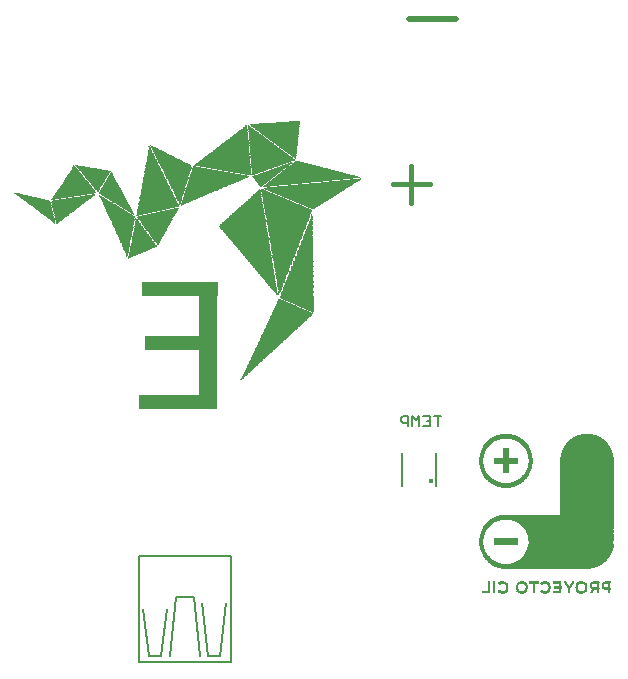
<source format=gbo>
G75*
%MOIN*%
%OFA0B0*%
%FSLAX24Y24*%
%IPPOS*%
%LPD*%
%AMOC8*
5,1,8,0,0,1.08239X$1,22.5*
%
%ADD10C,0.0200*%
%ADD11C,0.0160*%
%ADD12C,0.0080*%
%ADD13C,0.0157*%
%ADD14C,0.0070*%
%ADD15R,0.2622X0.0006*%
%ADD16R,0.2622X0.0006*%
%ADD17R,0.2628X0.0006*%
%ADD18R,0.2628X0.0006*%
%ADD19R,0.0612X0.0006*%
%ADD20R,0.0606X0.0006*%
%ADD21R,0.0606X0.0006*%
%ADD22R,0.0006X0.0006*%
%ADD23R,0.0012X0.0006*%
%ADD24R,0.0012X0.0006*%
%ADD25R,0.0018X0.0006*%
%ADD26R,0.0018X0.0006*%
%ADD27R,0.0024X0.0006*%
%ADD28R,0.0030X0.0006*%
%ADD29R,0.0036X0.0006*%
%ADD30R,0.0042X0.0006*%
%ADD31R,0.0042X0.0006*%
%ADD32R,0.0048X0.0006*%
%ADD33R,0.0048X0.0006*%
%ADD34R,0.0054X0.0006*%
%ADD35R,0.0060X0.0006*%
%ADD36R,0.0066X0.0006*%
%ADD37R,0.0066X0.0006*%
%ADD38R,0.0072X0.0006*%
%ADD39R,0.0084X0.0006*%
%ADD40R,0.0084X0.0006*%
%ADD41R,0.0090X0.0006*%
%ADD42R,0.0090X0.0006*%
%ADD43R,0.0096X0.0006*%
%ADD44R,0.0102X0.0006*%
%ADD45R,0.0102X0.0006*%
%ADD46R,0.0108X0.0006*%
%ADD47R,0.0114X0.0006*%
%ADD48R,0.0126X0.0006*%
%ADD49R,0.0126X0.0006*%
%ADD50R,0.0132X0.0006*%
%ADD51R,0.0138X0.0006*%
%ADD52R,0.0138X0.0006*%
%ADD53R,0.0144X0.0006*%
%ADD54R,0.0144X0.0006*%
%ADD55R,0.0150X0.0006*%
%ADD56R,0.0156X0.0006*%
%ADD57R,0.0156X0.0006*%
%ADD58R,0.0168X0.0006*%
%ADD59R,0.0174X0.0006*%
%ADD60R,0.0180X0.0006*%
%ADD61R,0.0186X0.0006*%
%ADD62R,0.0192X0.0006*%
%ADD63R,0.0198X0.0006*%
%ADD64R,0.0198X0.0006*%
%ADD65R,0.0210X0.0006*%
%ADD66R,0.0216X0.0006*%
%ADD67R,0.0216X0.0006*%
%ADD68R,0.0222X0.0006*%
%ADD69R,0.0222X0.0006*%
%ADD70R,0.0228X0.0006*%
%ADD71R,0.0234X0.0006*%
%ADD72R,0.0234X0.0006*%
%ADD73R,0.0240X0.0006*%
%ADD74R,0.0246X0.0006*%
%ADD75R,0.0252X0.0006*%
%ADD76R,0.0258X0.0006*%
%ADD77R,0.0258X0.0006*%
%ADD78R,0.0264X0.0006*%
%ADD79R,0.0270X0.0006*%
%ADD80R,0.0270X0.0006*%
%ADD81R,0.0276X0.0006*%
%ADD82R,0.0276X0.0006*%
%ADD83R,0.0282X0.0006*%
%ADD84R,0.0288X0.0006*%
%ADD85R,0.0294X0.0006*%
%ADD86R,0.0294X0.0006*%
%ADD87R,0.0300X0.0006*%
%ADD88R,0.0306X0.0006*%
%ADD89R,0.0312X0.0006*%
%ADD90R,0.0312X0.0006*%
%ADD91R,0.0318X0.0006*%
%ADD92R,0.0318X0.0006*%
%ADD93R,0.0324X0.0006*%
%ADD94R,0.0324X0.0006*%
%ADD95R,0.0336X0.0006*%
%ADD96R,0.0342X0.0006*%
%ADD97R,0.0342X0.0006*%
%ADD98R,0.0348X0.0006*%
%ADD99R,0.0354X0.0006*%
%ADD100R,0.0360X0.0006*%
%ADD101R,0.0366X0.0006*%
%ADD102R,0.0366X0.0006*%
%ADD103R,0.0372X0.0006*%
%ADD104R,0.0378X0.0006*%
%ADD105R,0.0384X0.0006*%
%ADD106R,0.0384X0.0006*%
%ADD107R,0.0390X0.0006*%
%ADD108R,0.0396X0.0006*%
%ADD109R,0.0396X0.0006*%
%ADD110R,0.0402X0.0006*%
%ADD111R,0.0402X0.0006*%
%ADD112R,0.0408X0.0006*%
%ADD113R,0.0408X0.0006*%
%ADD114R,0.0420X0.0006*%
%ADD115R,0.0426X0.0006*%
%ADD116R,0.0426X0.0006*%
%ADD117R,0.0432X0.0006*%
%ADD118R,0.0438X0.0006*%
%ADD119R,0.0438X0.0006*%
%ADD120R,0.0444X0.0006*%
%ADD121R,0.0444X0.0006*%
%ADD122R,0.0450X0.0006*%
%ADD123R,0.0456X0.0006*%
%ADD124R,0.0462X0.0006*%
%ADD125R,0.0468X0.0006*%
%ADD126R,0.0474X0.0006*%
%ADD127R,0.0474X0.0006*%
%ADD128R,0.0480X0.0006*%
%ADD129R,0.0486X0.0006*%
%ADD130R,0.0492X0.0006*%
%ADD131R,0.0492X0.0006*%
%ADD132R,0.0498X0.0006*%
%ADD133R,0.0504X0.0006*%
%ADD134R,0.0510X0.0006*%
%ADD135R,0.0516X0.0006*%
%ADD136R,0.0516X0.0006*%
%ADD137R,0.0522X0.0006*%
%ADD138R,0.0528X0.0006*%
%ADD139R,0.0528X0.0006*%
%ADD140R,0.0534X0.0006*%
%ADD141R,0.0540X0.0006*%
%ADD142R,0.0552X0.0006*%
%ADD143R,0.0552X0.0006*%
%ADD144R,0.0558X0.0006*%
%ADD145R,0.0558X0.0006*%
%ADD146R,0.0564X0.0006*%
%ADD147R,0.0564X0.0006*%
%ADD148R,0.0570X0.0006*%
%ADD149R,0.0570X0.0006*%
%ADD150R,0.0576X0.0006*%
%ADD151R,0.0582X0.0006*%
%ADD152R,0.0588X0.0006*%
%ADD153R,0.0594X0.0006*%
%ADD154R,0.0594X0.0006*%
%ADD155R,0.0600X0.0006*%
%ADD156R,0.0618X0.0006*%
%ADD157R,0.0624X0.0006*%
%ADD158R,0.0624X0.0006*%
%ADD159R,0.0636X0.0006*%
%ADD160R,0.2412X0.0006*%
%ADD161R,0.0636X0.0006*%
%ADD162R,0.0642X0.0006*%
%ADD163R,0.0642X0.0006*%
%ADD164R,0.2412X0.0006*%
%ADD165R,0.0648X0.0006*%
%ADD166R,0.0648X0.0006*%
%ADD167R,0.0654X0.0006*%
%ADD168R,0.0660X0.0006*%
%ADD169R,0.0666X0.0006*%
%ADD170R,0.0666X0.0006*%
%ADD171R,0.0678X0.0006*%
%ADD172R,0.0678X0.0006*%
%ADD173R,0.0684X0.0006*%
%ADD174R,0.0684X0.0006*%
%ADD175R,0.0690X0.0006*%
%ADD176R,0.0696X0.0006*%
%ADD177R,0.0696X0.0006*%
%ADD178R,0.0702X0.0006*%
%ADD179R,0.0708X0.0006*%
%ADD180R,0.0714X0.0006*%
%ADD181R,0.0720X0.0006*%
%ADD182R,0.0726X0.0006*%
%ADD183R,0.0732X0.0006*%
%ADD184R,0.0738X0.0006*%
%ADD185R,0.0738X0.0006*%
%ADD186R,0.0744X0.0006*%
%ADD187R,0.0750X0.0006*%
%ADD188R,0.0750X0.0006*%
%ADD189R,0.0762X0.0006*%
%ADD190R,0.0768X0.0006*%
%ADD191R,0.0768X0.0006*%
%ADD192R,0.0774X0.0006*%
%ADD193R,0.0774X0.0006*%
%ADD194R,0.0780X0.0006*%
%ADD195R,0.0786X0.0006*%
%ADD196R,0.0792X0.0006*%
%ADD197R,0.0792X0.0006*%
%ADD198R,0.0804X0.0006*%
%ADD199R,0.0804X0.0006*%
%ADD200R,0.0810X0.0006*%
%ADD201R,0.0810X0.0006*%
%ADD202R,0.0816X0.0006*%
%ADD203R,0.0822X0.0006*%
%ADD204R,0.0828X0.0006*%
%ADD205R,0.0828X0.0006*%
%ADD206R,0.0834X0.0006*%
%ADD207R,0.0834X0.0006*%
%ADD208R,0.0846X0.0006*%
%ADD209R,0.0852X0.0006*%
%ADD210R,0.0852X0.0006*%
%ADD211R,0.0858X0.0006*%
%ADD212R,0.0864X0.0006*%
%ADD213R,0.0864X0.0006*%
%ADD214R,0.0870X0.0006*%
%ADD215R,0.0876X0.0006*%
%ADD216R,0.0888X0.0006*%
%ADD217R,0.0888X0.0006*%
%ADD218R,0.0894X0.0006*%
%ADD219R,0.0900X0.0006*%
%ADD220R,0.0906X0.0006*%
%ADD221R,0.0906X0.0006*%
%ADD222R,0.0912X0.0006*%
%ADD223R,0.0912X0.0006*%
%ADD224R,0.0918X0.0006*%
%ADD225R,0.0918X0.0006*%
%ADD226R,0.0924X0.0006*%
%ADD227R,0.0930X0.0006*%
%ADD228R,0.0936X0.0006*%
%ADD229R,0.0942X0.0006*%
%ADD230R,0.0942X0.0006*%
%ADD231R,0.0948X0.0006*%
%ADD232R,0.0948X0.0006*%
%ADD233R,0.0954X0.0006*%
%ADD234R,0.0954X0.0006*%
%ADD235R,0.0960X0.0006*%
%ADD236R,0.0972X0.0006*%
%ADD237R,0.0978X0.0006*%
%ADD238R,0.0978X0.0006*%
%ADD239R,0.0984X0.0006*%
%ADD240R,0.0990X0.0006*%
%ADD241R,0.0996X0.0006*%
%ADD242R,0.0996X0.0006*%
%ADD243R,0.1002X0.0006*%
%ADD244R,0.1008X0.0006*%
%ADD245R,0.1014X0.0006*%
%ADD246R,0.1020X0.0006*%
%ADD247R,0.1026X0.0006*%
%ADD248R,0.1026X0.0006*%
%ADD249R,0.1032X0.0006*%
%ADD250R,0.1038X0.0006*%
%ADD251R,0.1044X0.0006*%
%ADD252R,0.1050X0.0006*%
%ADD253R,0.1056X0.0006*%
%ADD254R,0.1062X0.0006*%
%ADD255R,0.1068X0.0006*%
%ADD256R,0.1068X0.0006*%
%ADD257R,0.1074X0.0006*%
%ADD258R,0.1074X0.0006*%
%ADD259R,0.1080X0.0006*%
%ADD260R,0.1086X0.0006*%
%ADD261R,0.1092X0.0006*%
%ADD262R,0.1098X0.0006*%
%ADD263R,0.1104X0.0006*%
%ADD264R,0.1110X0.0006*%
%ADD265R,0.1110X0.0006*%
%ADD266R,0.1116X0.0006*%
%ADD267R,0.1122X0.0006*%
%ADD268R,0.1122X0.0006*%
%ADD269R,0.1128X0.0006*%
%ADD270R,0.1134X0.0006*%
%ADD271R,0.1140X0.0006*%
%ADD272R,0.1146X0.0006*%
%ADD273R,0.1146X0.0006*%
%ADD274R,0.1152X0.0006*%
%ADD275R,0.1158X0.0006*%
%ADD276R,0.1164X0.0006*%
%ADD277R,0.1164X0.0006*%
%ADD278R,0.1170X0.0006*%
%ADD279R,0.1176X0.0006*%
%ADD280R,0.1182X0.0006*%
%ADD281R,0.1188X0.0006*%
%ADD282R,0.1188X0.0006*%
%ADD283R,0.1194X0.0006*%
%ADD284R,0.1194X0.0006*%
%ADD285R,0.1200X0.0006*%
%ADD286R,0.1200X0.0006*%
%ADD287R,0.1206X0.0006*%
%ADD288R,0.1212X0.0006*%
%ADD289R,0.1212X0.0006*%
%ADD290R,0.1218X0.0006*%
%ADD291R,0.1218X0.0006*%
%ADD292R,0.1230X0.0006*%
%ADD293R,0.1236X0.0006*%
%ADD294R,0.1236X0.0006*%
%ADD295R,0.1242X0.0006*%
%ADD296R,0.1248X0.0006*%
%ADD297R,0.1254X0.0006*%
%ADD298R,0.1254X0.0006*%
%ADD299R,0.1260X0.0006*%
%ADD300R,0.1266X0.0006*%
%ADD301R,0.1272X0.0006*%
%ADD302R,0.1278X0.0006*%
%ADD303R,0.1278X0.0006*%
%ADD304R,0.1284X0.0006*%
%ADD305R,0.1290X0.0006*%
%ADD306R,0.1290X0.0006*%
%ADD307R,0.1296X0.0006*%
%ADD308R,0.1296X0.0006*%
%ADD309R,0.1302X0.0006*%
%ADD310R,0.1302X0.0006*%
%ADD311R,0.1314X0.0006*%
%ADD312R,0.1314X0.0006*%
%ADD313R,0.1320X0.0006*%
%ADD314R,0.1326X0.0006*%
%ADD315R,0.1332X0.0006*%
%ADD316R,0.1332X0.0006*%
%ADD317R,0.1338X0.0006*%
%ADD318R,0.1344X0.0006*%
%ADD319R,0.1344X0.0006*%
%ADD320R,0.1356X0.0006*%
%ADD321R,0.1362X0.0006*%
%ADD322R,0.1350X0.0006*%
%ADD323R,0.1260X0.0006*%
%ADD324R,0.1248X0.0006*%
%ADD325R,0.1218X0.0006*%
%ADD326R,0.0042X0.0006*%
%ADD327R,0.1182X0.0006*%
%ADD328R,0.1152X0.0006*%
%ADD329R,0.1116X0.0006*%
%ADD330R,0.0108X0.0006*%
%ADD331R,0.1104X0.0006*%
%ADD332R,0.0120X0.0006*%
%ADD333R,0.1068X0.0006*%
%ADD334R,0.1050X0.0006*%
%ADD335R,0.0162X0.0006*%
%ADD336R,0.0174X0.0006*%
%ADD337R,0.0192X0.0006*%
%ADD338R,0.0204X0.0006*%
%ADD339R,0.0972X0.0006*%
%ADD340R,0.0954X0.0006*%
%ADD341R,0.0246X0.0006*%
%ADD342R,0.0936X0.0006*%
%ADD343R,0.0906X0.0006*%
%ADD344R,0.0894X0.0006*%
%ADD345R,0.0312X0.0006*%
%ADD346R,0.0858X0.0006*%
%ADD347R,0.0324X0.0006*%
%ADD348R,0.0840X0.0006*%
%ADD349R,0.0822X0.0006*%
%ADD350R,0.0792X0.0006*%
%ADD351R,0.0378X0.0006*%
%ADD352R,0.0762X0.0006*%
%ADD353R,0.0738X0.0006*%
%ADD354R,0.0432X0.0006*%
%ADD355R,0.0708X0.0006*%
%ADD356R,0.0450X0.0006*%
%ADD357R,0.0690X0.0006*%
%ADD358R,0.0462X0.0006*%
%ADD359R,0.0672X0.0006*%
%ADD360R,0.0660X0.0006*%
%ADD361R,0.0516X0.0006*%
%ADD362R,0.0612X0.0006*%
%ADD363R,0.0528X0.0006*%
%ADD364R,0.0552X0.0006*%
%ADD365R,0.0546X0.0006*%
%ADD366R,0.0582X0.0006*%
%ADD367R,0.0528X0.0006*%
%ADD368R,0.0648X0.0006*%
%ADD369R,0.0444X0.0006*%
%ADD370R,0.0426X0.0006*%
%ADD371R,0.0414X0.0006*%
%ADD372R,0.0384X0.0006*%
%ADD373R,0.0714X0.0006*%
%ADD374R,0.0348X0.0006*%
%ADD375R,0.0756X0.0006*%
%ADD376R,0.0786X0.0006*%
%ADD377R,0.0282X0.0006*%
%ADD378R,0.0798X0.0006*%
%ADD379R,0.0252X0.0006*%
%ADD380R,0.0828X0.0006*%
%ADD381R,0.0204X0.0006*%
%ADD382R,0.0180X0.0006*%
%ADD383R,0.0918X0.0006*%
%ADD384R,0.0120X0.0006*%
%ADD385R,0.0102X0.0006*%
%ADD386R,0.0984X0.0006*%
%ADD387R,0.0036X0.0006*%
%ADD388R,0.0024X0.0006*%
%ADD389R,0.1038X0.0006*%
%ADD390R,0.1092X0.0006*%
%ADD391R,0.1116X0.0006*%
%ADD392R,0.0612X0.0006*%
%ADD393R,0.1098X0.0006*%
%ADD394R,0.2520X0.0006*%
%ADD395R,0.2520X0.0006*%
%ADD396R,0.1086X0.0006*%
%ADD397R,0.0006X0.0006*%
%ADD398R,0.0012X0.0006*%
%ADD399R,0.0030X0.0006*%
%ADD400R,0.1074X0.0006*%
%ADD401R,0.0024X0.0006*%
%ADD402R,0.0036X0.0006*%
%ADD403R,0.0048X0.0006*%
%ADD404R,0.1062X0.0006*%
%ADD405R,0.0036X0.0006*%
%ADD406R,0.0054X0.0006*%
%ADD407R,0.0072X0.0006*%
%ADD408R,0.0078X0.0006*%
%ADD409R,0.1038X0.0006*%
%ADD410R,0.0072X0.0006*%
%ADD411R,0.1032X0.0006*%
%ADD412R,0.0108X0.0006*%
%ADD413R,0.1026X0.0006*%
%ADD414R,0.0114X0.0006*%
%ADD415R,0.0126X0.0006*%
%ADD416R,0.0108X0.0006*%
%ADD417R,0.0138X0.0006*%
%ADD418R,0.1014X0.0006*%
%ADD419R,0.0114X0.0006*%
%ADD420R,0.1002X0.0006*%
%ADD421R,0.0126X0.0006*%
%ADD422R,0.1002X0.0006*%
%ADD423R,0.0162X0.0006*%
%ADD424R,0.0168X0.0006*%
%ADD425R,0.0132X0.0006*%
%ADD426R,0.0990X0.0006*%
%ADD427R,0.0132X0.0006*%
%ADD428R,0.0186X0.0006*%
%ADD429R,0.0150X0.0006*%
%ADD430R,0.0192X0.0006*%
%ADD431R,0.0156X0.0006*%
%ADD432R,0.0204X0.0006*%
%ADD433R,0.0966X0.0006*%
%ADD434R,0.0168X0.0006*%
%ADD435R,0.0966X0.0006*%
%ADD436R,0.0228X0.0006*%
%ADD437R,0.0948X0.0006*%
%ADD438R,0.0186X0.0006*%
%ADD439R,0.0240X0.0006*%
%ADD440R,0.0258X0.0006*%
%ADD441R,0.0936X0.0006*%
%ADD442R,0.0930X0.0006*%
%ADD443R,0.0222X0.0006*%
%ADD444R,0.0276X0.0006*%
%ADD445R,0.0282X0.0006*%
%ADD446R,0.0288X0.0006*%
%ADD447R,0.0918X0.0006*%
%ADD448R,0.0300X0.0006*%
%ADD449R,0.2514X0.0006*%
%ADD450R,0.0306X0.0006*%
%ADD451R,0.0312X0.0006*%
%ADD452R,0.0906X0.0006*%
%ADD453R,0.0252X0.0006*%
%ADD454R,0.0318X0.0006*%
%ADD455R,0.0330X0.0006*%
%ADD456R,0.0894X0.0006*%
%ADD457R,0.0336X0.0006*%
%ADD458R,0.0882X0.0006*%
%ADD459R,0.0882X0.0006*%
%ADD460R,0.0288X0.0006*%
%ADD461R,0.0360X0.0006*%
%ADD462R,0.0876X0.0006*%
%ADD463R,0.0870X0.0006*%
%ADD464R,0.0306X0.0006*%
%ADD465R,0.0858X0.0006*%
%ADD466R,0.0402X0.0006*%
%ADD467R,0.0852X0.0006*%
%ADD468R,0.0846X0.0006*%
%ADD469R,0.0336X0.0006*%
%ADD470R,0.0846X0.0006*%
%ADD471R,0.0336X0.0006*%
%ADD472R,0.0420X0.0006*%
%ADD473R,0.0348X0.0006*%
%ADD474R,0.0834X0.0006*%
%ADD475R,0.0354X0.0006*%
%ADD476R,0.0456X0.0006*%
%ADD477R,0.0822X0.0006*%
%ADD478R,0.0372X0.0006*%
%ADD479R,0.0462X0.0006*%
%ADD480R,0.0816X0.0006*%
%ADD481R,0.0468X0.0006*%
%ADD482R,0.0390X0.0006*%
%ADD483R,0.0486X0.0006*%
%ADD484R,0.0798X0.0006*%
%ADD485R,0.0408X0.0006*%
%ADD486R,0.0504X0.0006*%
%ADD487R,0.0414X0.0006*%
%ADD488R,0.0786X0.0006*%
%ADD489R,0.0522X0.0006*%
%ADD490R,0.0774X0.0006*%
%ADD491R,0.0768X0.0006*%
%ADD492R,0.0438X0.0006*%
%ADD493R,0.0546X0.0006*%
%ADD494R,0.0546X0.0006*%
%ADD495R,0.0756X0.0006*%
%ADD496R,0.0564X0.0006*%
%ADD497R,0.0582X0.0006*%
%ADD498R,0.0744X0.0006*%
%ADD499R,0.0474X0.0006*%
%ADD500R,0.0744X0.0006*%
%ADD501R,0.0588X0.0006*%
%ADD502R,0.0732X0.0006*%
%ADD503R,0.0498X0.0006*%
%ADD504R,0.0510X0.0006*%
%ADD505R,0.0630X0.0006*%
%ADD506R,0.0720X0.0006*%
%ADD507R,0.0630X0.0006*%
%ADD508R,0.0642X0.0006*%
%ADD509R,0.0708X0.0006*%
%ADD510R,0.0522X0.0006*%
%ADD511R,0.0702X0.0006*%
%ADD512R,0.0534X0.0006*%
%ADD513R,0.0666X0.0006*%
%ADD514R,0.0672X0.0006*%
%ADD515R,0.0684X0.0006*%
%ADD516R,0.0672X0.0006*%
%ADD517R,0.0714X0.0006*%
%ADD518R,0.0666X0.0006*%
%ADD519R,0.0588X0.0006*%
%ADD520R,0.0654X0.0006*%
%ADD521R,0.0654X0.0006*%
%ADD522R,0.0618X0.0006*%
%ADD523R,0.0618X0.0006*%
%ADD524R,0.0768X0.0006*%
%ADD525R,0.0636X0.0006*%
%ADD526R,0.0624X0.0006*%
%ADD527R,0.0654X0.0006*%
%ADD528R,0.0834X0.0006*%
%ADD529R,0.0594X0.0006*%
%ADD530R,0.0024X0.0006*%
%ADD531R,0.0876X0.0006*%
%ADD532R,0.0084X0.0006*%
%ADD533R,0.0564X0.0006*%
%ADD534R,0.0726X0.0006*%
%ADD535R,0.0732X0.0006*%
%ADD536R,0.0552X0.0006*%
%ADD537R,0.0912X0.0006*%
%ADD538R,0.0924X0.0006*%
%ADD539R,0.0540X0.0006*%
%ADD540R,0.0942X0.0006*%
%ADD541R,0.0948X0.0006*%
%ADD542R,0.0342X0.0006*%
%ADD543R,0.0072X0.0006*%
%ADD544R,0.0534X0.0006*%
%ADD545R,0.0078X0.0006*%
%ADD546R,0.0792X0.0006*%
%ADD547R,0.0978X0.0006*%
%ADD548R,0.0096X0.0006*%
%ADD549R,0.0798X0.0006*%
%ADD550R,0.0438X0.0006*%
%ADD551R,0.0522X0.0006*%
%ADD552R,0.0822X0.0006*%
%ADD553R,0.0132X0.0006*%
%ADD554R,0.0480X0.0006*%
%ADD555R,0.0840X0.0006*%
%ADD556R,0.1032X0.0006*%
%ADD557R,0.0600X0.0006*%
%ADD558R,0.1056X0.0006*%
%ADD559R,0.0468X0.0006*%
%ADD560R,0.1056X0.0006*%
%ADD561R,0.1062X0.0006*%
%ADD562R,0.1080X0.0006*%
%ADD563R,0.0198X0.0006*%
%ADD564R,0.0882X0.0006*%
%ADD565R,0.0888X0.0006*%
%ADD566R,0.0786X0.0006*%
%ADD567R,0.1098X0.0006*%
%ADD568R,0.0798X0.0006*%
%ADD569R,0.0210X0.0006*%
%ADD570R,0.0432X0.0006*%
%ADD571R,0.0912X0.0006*%
%ADD572R,0.0228X0.0006*%
%ADD573R,0.0234X0.0006*%
%ADD574R,0.1140X0.0006*%
%ADD575R,0.1158X0.0006*%
%ADD576R,0.0804X0.0006*%
%ADD577R,0.1176X0.0006*%
%ADD578R,0.0396X0.0006*%
%ADD579R,0.1176X0.0006*%
%ADD580R,0.0774X0.0006*%
%ADD581R,0.1182X0.0006*%
%ADD582R,0.0972X0.0006*%
%ADD583R,0.0378X0.0006*%
%ADD584R,0.0378X0.0006*%
%ADD585R,0.1224X0.0006*%
%ADD586R,0.1224X0.0006*%
%ADD587R,0.0174X0.0006*%
%ADD588R,0.1002X0.0006*%
%ADD589R,0.1242X0.0006*%
%ADD590R,0.0186X0.0006*%
%ADD591R,0.1014X0.0006*%
%ADD592R,0.1020X0.0006*%
%ADD593R,0.0366X0.0006*%
%ADD594R,0.1272X0.0006*%
%ADD595R,0.0372X0.0006*%
%ADD596R,0.1278X0.0006*%
%ADD597R,0.1278X0.0006*%
%ADD598R,0.0264X0.0006*%
%ADD599R,0.0636X0.0006*%
%ADD600R,0.0330X0.0006*%
%ADD601R,0.1302X0.0006*%
%ADD602R,0.1308X0.0006*%
%ADD603R,0.1314X0.0006*%
%ADD604R,0.1326X0.0006*%
%ADD605R,0.0342X0.0006*%
%ADD606R,0.1332X0.0006*%
%ADD607R,0.1338X0.0006*%
%ADD608R,0.1092X0.0006*%
%ADD609R,0.1344X0.0006*%
%ADD610R,0.1350X0.0006*%
%ADD611R,0.1098X0.0006*%
%ADD612R,0.0456X0.0006*%
%ADD613R,0.0288X0.0006*%
%ADD614R,0.1362X0.0006*%
%ADD615R,0.0462X0.0006*%
%ADD616R,0.1368X0.0006*%
%ADD617R,0.0516X0.0006*%
%ADD618R,0.1374X0.0006*%
%ADD619R,0.1380X0.0006*%
%ADD620R,0.1386X0.0006*%
%ADD621R,0.0498X0.0006*%
%ADD622R,0.1392X0.0006*%
%ADD623R,0.1398X0.0006*%
%ADD624R,0.1404X0.0006*%
%ADD625R,0.0498X0.0006*%
%ADD626R,0.1410X0.0006*%
%ADD627R,0.1146X0.0006*%
%ADD628R,0.1416X0.0006*%
%ADD629R,0.1422X0.0006*%
%ADD630R,0.0252X0.0006*%
%ADD631R,0.1422X0.0006*%
%ADD632R,0.1158X0.0006*%
%ADD633R,0.1428X0.0006*%
%ADD634R,0.1434X0.0006*%
%ADD635R,0.1440X0.0006*%
%ADD636R,0.1446X0.0006*%
%ADD637R,0.1446X0.0006*%
%ADD638R,0.0576X0.0006*%
%ADD639R,0.0414X0.0006*%
%ADD640R,0.1452X0.0006*%
%ADD641R,0.0402X0.0006*%
%ADD642R,0.1458X0.0006*%
%ADD643R,0.1464X0.0006*%
%ADD644R,0.0606X0.0006*%
%ADD645R,0.0228X0.0006*%
%ADD646R,0.1194X0.0006*%
%ADD647R,0.1470X0.0006*%
%ADD648R,0.0618X0.0006*%
%ADD649R,0.0558X0.0006*%
%ADD650R,0.1476X0.0006*%
%ADD651R,0.1482X0.0006*%
%ADD652R,0.1206X0.0006*%
%ADD653R,0.1488X0.0006*%
%ADD654R,0.1494X0.0006*%
%ADD655R,0.1500X0.0006*%
%ADD656R,0.0588X0.0006*%
%ADD657R,0.0204X0.0006*%
%ADD658R,0.1224X0.0006*%
%ADD659R,0.1506X0.0006*%
%ADD660R,0.1224X0.0006*%
%ADD661R,0.1512X0.0006*%
%ADD662R,0.1518X0.0006*%
%ADD663R,0.1236X0.0006*%
%ADD664R,0.1524X0.0006*%
%ADD665R,0.1242X0.0006*%
%ADD666R,0.1524X0.0006*%
%ADD667R,0.1242X0.0006*%
%ADD668R,0.1530X0.0006*%
%ADD669R,0.1536X0.0006*%
%ADD670R,0.1542X0.0006*%
%ADD671R,0.1548X0.0006*%
%ADD672R,0.1554X0.0006*%
%ADD673R,0.1554X0.0006*%
%ADD674R,0.1560X0.0006*%
%ADD675R,0.1566X0.0006*%
%ADD676R,0.1572X0.0006*%
%ADD677R,0.0648X0.0006*%
%ADD678R,0.1572X0.0006*%
%ADD679R,0.1554X0.0006*%
%ADD680R,0.1542X0.0006*%
%ADD681R,0.1296X0.0006*%
%ADD682R,0.1536X0.0006*%
%ADD683R,0.0216X0.0006*%
%ADD684R,0.0864X0.0006*%
%ADD685R,0.1512X0.0006*%
%ADD686R,0.1506X0.0006*%
%ADD687R,0.1500X0.0006*%
%ADD688R,0.1488X0.0006*%
%ADD689R,0.1470X0.0006*%
%ADD690R,0.1320X0.0006*%
%ADD691R,0.1458X0.0006*%
%ADD692R,0.0924X0.0006*%
%ADD693R,0.0162X0.0006*%
%ADD694R,0.0708X0.0006*%
%ADD695R,0.1452X0.0006*%
%ADD696R,0.1434X0.0006*%
%ADD697R,0.0006X0.0006*%
%ADD698R,0.1338X0.0006*%
%ADD699R,0.1422X0.0006*%
%ADD700R,0.0726X0.0006*%
%ADD701R,0.0018X0.0006*%
%ADD702R,0.1356X0.0006*%
%ADD703R,0.1386X0.0006*%
%ADD704R,0.1008X0.0006*%
%ADD705R,0.1362X0.0006*%
%ADD706R,0.1374X0.0006*%
%ADD707R,0.1008X0.0006*%
%ADD708R,0.1368X0.0006*%
%ADD709R,0.1374X0.0006*%
%ADD710R,0.0078X0.0006*%
%ADD711R,0.1344X0.0006*%
%ADD712R,0.0066X0.0006*%
%ADD713R,0.1386X0.0006*%
%ADD714R,0.1308X0.0006*%
%ADD715R,0.0054X0.0006*%
%ADD716R,0.1398X0.0006*%
%ADD717R,0.1404X0.0006*%
%ADD718R,0.1272X0.0006*%
%ADD719R,0.1128X0.0006*%
%ADD720R,0.0246X0.0006*%
%ADD721R,0.1416X0.0006*%
%ADD722R,0.1422X0.0006*%
%ADD723R,0.0060X0.0006*%
%ADD724R,0.1230X0.0006*%
%ADD725R,0.0828X0.0006*%
%ADD726R,0.0048X0.0006*%
%ADD727R,0.1440X0.0006*%
%ADD728R,0.1188X0.0006*%
%ADD729R,0.0846X0.0006*%
%ADD730R,0.1182X0.0006*%
%ADD731R,0.1446X0.0006*%
%ADD732R,0.1458X0.0006*%
%ADD733R,0.1152X0.0006*%
%ADD734R,0.1134X0.0006*%
%ADD735R,0.1476X0.0006*%
%ADD736R,0.0984X0.0006*%
%ADD737R,0.0966X0.0006*%
%ADD738R,0.0012X0.0006*%
%ADD739R,0.0114X0.0006*%
%ADD740R,0.0762X0.0006*%
%ADD741R,0.0144X0.0006*%
%ADD742R,0.0492X0.0006*%
%ADD743R,0.0732X0.0006*%
%ADD744R,0.0348X0.0006*%
%ADD745R,0.1032X0.0006*%
%ADD746R,0.1518X0.0006*%
%ADD747R,0.1524X0.0006*%
%ADD748R,0.1524X0.0006*%
%ADD749R,0.0678X0.0006*%
%ADD750R,0.0558X0.0006*%
%ADD751R,0.1542X0.0006*%
%ADD752R,0.0960X0.0006*%
%ADD753R,0.0408X0.0006*%
%ADD754R,0.0612X0.0006*%
%ADD755R,0.1560X0.0006*%
%ADD756R,0.0642X0.0006*%
%ADD757R,0.0696X0.0006*%
%ADD758R,0.1536X0.0006*%
%ADD759R,0.0576X0.0006*%
%ADD760R,0.0858X0.0006*%
%ADD761R,0.0198X0.0006*%
%ADD762R,0.0900X0.0006*%
%ADD763R,0.0096X0.0006*%
%ADD764R,0.0216X0.0006*%
%ADD765R,0.0546X0.0006*%
%ADD766R,0.1404X0.0006*%
%ADD767R,0.0504X0.0006*%
%ADD768R,0.0582X0.0006*%
%ADD769R,0.1308X0.0006*%
%ADD770R,0.1296X0.0006*%
%ADD771R,0.1266X0.0006*%
%ADD772R,0.0696X0.0006*%
%ADD773R,0.1338X0.0006*%
%ADD774R,0.0042X0.0006*%
%ADD775R,0.1314X0.0006*%
%ADD776R,0.0978X0.0006*%
%ADD777R,0.0102X0.0006*%
%ADD778R,0.1014X0.0006*%
%ADD779R,0.0756X0.0006*%
%ADD780R,0.0744X0.0006*%
%ADD781R,0.1044X0.0006*%
%ADD782R,0.1158X0.0006*%
%ADD783R,0.0294X0.0006*%
%ADD784R,0.0468X0.0006*%
%ADD785R,0.1218X0.0006*%
%ADD786R,0.0738X0.0006*%
%ADD787R,0.1284X0.0006*%
%ADD788R,0.0144X0.0006*%
%ADD789R,0.0162X0.0006*%
%ADD790R,0.1356X0.0006*%
%ADD791R,0.1398X0.0006*%
%ADD792R,0.0702X0.0006*%
%ADD793R,0.1428X0.0006*%
%ADD794R,0.1518X0.0006*%
%ADD795R,0.1572X0.0006*%
%ADD796R,0.1590X0.0006*%
%ADD797R,0.1620X0.0006*%
%ADD798R,0.1638X0.0006*%
%ADD799R,0.1134X0.0006*%
%ADD800R,0.1662X0.0006*%
%ADD801R,0.1692X0.0006*%
%ADD802R,0.1710X0.0006*%
%ADD803R,0.1740X0.0006*%
%ADD804R,0.1122X0.0006*%
%ADD805R,0.1758X0.0006*%
%ADD806R,0.0276X0.0006*%
%ADD807R,0.1782X0.0006*%
%ADD808R,0.0486X0.0006*%
%ADD809R,0.1812X0.0006*%
%ADD810R,0.1830X0.0006*%
%ADD811R,0.1104X0.0006*%
%ADD812R,0.1854X0.0006*%
%ADD813R,0.1884X0.0006*%
%ADD814R,0.0432X0.0006*%
%ADD815R,0.1902X0.0006*%
%ADD816R,0.1926X0.0006*%
%ADD817R,0.1950X0.0006*%
%ADD818R,0.1974X0.0006*%
%ADD819R,0.1998X0.0006*%
%ADD820R,0.1074X0.0006*%
%ADD821R,0.2022X0.0006*%
%ADD822R,0.2046X0.0006*%
%ADD823R,0.2070X0.0006*%
%ADD824R,0.2094X0.0006*%
%ADD825R,0.2118X0.0006*%
%ADD826R,0.1248X0.0006*%
%ADD827R,0.2142X0.0006*%
%ADD828R,0.2166X0.0006*%
%ADD829R,0.2190X0.0006*%
%ADD830R,0.0258X0.0006*%
%ADD831R,0.2214X0.0006*%
%ADD832R,0.2232X0.0006*%
%ADD833R,0.2262X0.0006*%
%ADD834R,0.2286X0.0006*%
%ADD835R,0.2310X0.0006*%
%ADD836R,0.2334X0.0006*%
%ADD837R,0.2352X0.0006*%
%ADD838R,0.0168X0.0006*%
%ADD839R,0.2382X0.0006*%
%ADD840R,0.2400X0.0006*%
%ADD841R,0.2424X0.0006*%
%ADD842R,0.2454X0.0006*%
%ADD843R,0.2472X0.0006*%
%ADD844R,0.1008X0.0006*%
%ADD845R,0.0078X0.0006*%
%ADD846R,0.2502X0.0006*%
%ADD847R,0.2544X0.0006*%
%ADD848R,0.2574X0.0006*%
%ADD849R,0.2592X0.0006*%
%ADD850R,0.2616X0.0006*%
%ADD851R,0.2640X0.0006*%
%ADD852R,0.2664X0.0006*%
%ADD853R,0.2694X0.0006*%
%ADD854R,0.2712X0.0006*%
%ADD855R,0.1122X0.0006*%
%ADD856R,0.2736X0.0006*%
%ADD857R,0.2748X0.0006*%
%ADD858R,0.2646X0.0006*%
%ADD859R,0.2586X0.0006*%
%ADD860R,0.0936X0.0006*%
%ADD861R,0.2538X0.0006*%
%ADD862R,0.2478X0.0006*%
%ADD863R,0.2430X0.0006*%
%ADD864R,0.2382X0.0006*%
%ADD865R,0.1044X0.0006*%
%ADD866R,0.2322X0.0006*%
%ADD867R,0.0246X0.0006*%
%ADD868R,0.2274X0.0006*%
%ADD869R,0.2220X0.0006*%
%ADD870R,0.2166X0.0006*%
%ADD871R,0.2118X0.0006*%
%ADD872R,0.2064X0.0006*%
%ADD873R,0.0894X0.0006*%
%ADD874R,0.2010X0.0006*%
%ADD875R,0.1956X0.0006*%
%ADD876R,0.1902X0.0006*%
%ADD877R,0.1854X0.0006*%
%ADD878R,0.1794X0.0006*%
%ADD879R,0.1746X0.0006*%
%ADD880R,0.1392X0.0006*%
%ADD881R,0.1692X0.0006*%
%ADD882R,0.1638X0.0006*%
%ADD883R,0.0816X0.0006*%
%ADD884R,0.1434X0.0006*%
%ADD885R,0.1476X0.0006*%
%ADD886R,0.1548X0.0006*%
%ADD887R,0.1362X0.0006*%
%ADD888R,0.0384X0.0006*%
%ADD889R,0.1584X0.0006*%
%ADD890R,0.1578X0.0006*%
%ADD891R,0.1602X0.0006*%
%ADD892R,0.1632X0.0006*%
%ADD893R,0.1620X0.0006*%
%ADD894R,0.1686X0.0006*%
%ADD895R,0.1632X0.0006*%
%ADD896R,0.1644X0.0006*%
%ADD897R,0.1800X0.0006*%
%ADD898R,0.1656X0.0006*%
%ADD899R,0.1848X0.0006*%
%ADD900R,0.1668X0.0006*%
%ADD901R,0.1908X0.0006*%
%ADD902R,0.1680X0.0006*%
%ADD903R,0.1962X0.0006*%
%ADD904R,0.2016X0.0006*%
%ADD905R,0.1704X0.0006*%
%ADD906R,0.1716X0.0006*%
%ADD907R,0.2124X0.0006*%
%ADD908R,0.1728X0.0006*%
%ADD909R,0.2178X0.0006*%
%ADD910R,0.0492X0.0006*%
%ADD911R,0.1740X0.0006*%
%ADD912R,0.0594X0.0006*%
%ADD913R,0.2232X0.0006*%
%ADD914R,0.1752X0.0006*%
%ADD915R,0.1764X0.0006*%
%ADD916R,0.2346X0.0006*%
%ADD917R,0.1776X0.0006*%
%ADD918R,0.2394X0.0006*%
%ADD919R,0.1788X0.0006*%
%ADD920R,0.2454X0.0006*%
%ADD921R,0.1800X0.0006*%
%ADD922R,0.2508X0.0006*%
%ADD923R,0.2556X0.0006*%
%ADD924R,0.1836X0.0006*%
%ADD925R,0.2670X0.0006*%
%ADD926R,0.1848X0.0006*%
%ADD927R,0.2724X0.0006*%
%ADD928R,0.1860X0.0006*%
%ADD929R,0.2778X0.0006*%
%ADD930R,0.1872X0.0006*%
%ADD931R,0.2826X0.0006*%
%ADD932R,0.1884X0.0006*%
%ADD933R,0.2802X0.0006*%
%ADD934R,0.1896X0.0006*%
%ADD935R,0.2766X0.0006*%
%ADD936R,0.1908X0.0006*%
%ADD937R,0.2736X0.0006*%
%ADD938R,0.1920X0.0006*%
%ADD939R,0.2706X0.0006*%
%ADD940R,0.1938X0.0006*%
%ADD941R,0.2676X0.0006*%
%ADD942R,0.2616X0.0006*%
%ADD943R,0.2586X0.0006*%
%ADD944R,0.1890X0.0006*%
%ADD945R,0.0504X0.0006*%
%ADD946R,0.2550X0.0006*%
%ADD947R,0.1818X0.0006*%
%ADD948R,0.2490X0.0006*%
%ADD949R,0.1782X0.0006*%
%ADD950R,0.2460X0.0006*%
%ADD951R,0.2430X0.0006*%
%ADD952R,0.1710X0.0006*%
%ADD953R,0.0456X0.0006*%
%ADD954R,0.1674X0.0006*%
%ADD955R,0.2364X0.0006*%
%ADD956R,0.2334X0.0006*%
%ADD957R,0.1602X0.0006*%
%ADD958R,0.2304X0.0006*%
%ADD959R,0.2274X0.0006*%
%ADD960R,0.1530X0.0006*%
%ADD961R,0.2238X0.0006*%
%ADD962R,0.2208X0.0006*%
%ADD963R,0.2184X0.0006*%
%ADD964R,0.0054X0.0006*%
%ADD965R,0.2148X0.0006*%
%ADD966R,0.2088X0.0006*%
%ADD967R,0.2052X0.0006*%
%ADD968R,0.1998X0.0006*%
%ADD969R,0.1968X0.0006*%
%ADD970R,0.1170X0.0006*%
%ADD971R,0.0006X0.0006*%
%ADD972R,0.1932X0.0006*%
%ADD973R,0.1872X0.0006*%
%ADD974R,0.1836X0.0006*%
%ADD975R,0.1806X0.0006*%
%ADD976R,0.0354X0.0006*%
%ADD977R,0.1746X0.0006*%
%ADD978R,0.1656X0.0006*%
%ADD979R,0.0234X0.0006*%
%ADD980R,0.0474X0.0006*%
%ADD981R,0.0192X0.0006*%
%ADD982R,0.0318X0.0006*%
%ADD983R,0.1206X0.0006*%
%ADD984R,0.0684X0.0006*%
%ADD985R,0.0282X0.0006*%
%ADD986R,0.1506X0.0006*%
%ADD987R,0.1608X0.0006*%
%ADD988R,0.1644X0.0006*%
%ADD989R,0.1674X0.0006*%
%ADD990R,0.1026X0.0006*%
%ADD991R,0.0444X0.0006*%
%ADD992R,0.0018X0.0006*%
%ADD993R,0.1812X0.0006*%
%ADD994R,0.1842X0.0006*%
%ADD995R,0.1842X0.0006*%
%ADD996R,0.1824X0.0006*%
%ADD997R,0.1818X0.0006*%
%ADD998R,0.1794X0.0006*%
%ADD999R,0.1788X0.0006*%
%ADD1000R,0.0414X0.0006*%
%ADD1001R,0.1764X0.0006*%
%ADD1002R,0.1758X0.0006*%
%ADD1003R,0.1734X0.0006*%
%ADD1004R,0.1728X0.0006*%
%ADD1005R,0.0852X0.0006*%
%ADD1006R,0.1698X0.0006*%
%ADD1007R,0.1662X0.0006*%
%ADD1008R,0.1656X0.0006*%
%ADD1009R,0.1650X0.0006*%
%ADD1010R,0.1380X0.0006*%
%ADD1011R,0.1638X0.0006*%
%ADD1012R,0.0762X0.0006*%
%ADD1013R,0.1632X0.0006*%
%ADD1014R,0.1626X0.0006*%
%ADD1015R,0.1614X0.0006*%
%ADD1016R,0.1608X0.0006*%
%ADD1017R,0.1452X0.0006*%
%ADD1018R,0.1596X0.0006*%
%ADD1019R,0.1410X0.0006*%
%ADD1020R,0.0672X0.0006*%
%ADD1021R,0.1386X0.0006*%
%ADD1022R,0.1332X0.0006*%
%ADD1023R,0.1326X0.0006*%
%ADD1024R,0.1302X0.0006*%
%ADD1025R,0.0222X0.0006*%
%ADD1026R,0.1146X0.0006*%
%ADD1027R,0.0954X0.0006*%
%ADD1028R,0.0606X0.0006*%
%ADD1029R,0.0876X0.0006*%
%ADD1030R,0.0966X0.0006*%
%ADD1031R,0.0888X0.0006*%
%ADD1032R,0.0780X0.0006*%
%ADD1033R,0.0804X0.0006*%
%ADD1034R,0.0678X0.0006*%
%ADD1035R,0.0996X0.0006*%
%ADD1036R,0.0534X0.0006*%
%ADD1037R,0.1128X0.0006*%
%ADD1038R,0.0426X0.0006*%
%ADD1039R,0.1212X0.0006*%
%ADD1040R,0.1392X0.0006*%
%ADD1041R,0.1482X0.0006*%
%ADD1042R,0.1566X0.0006*%
%ADD1043R,0.1596X0.0006*%
%ADD1044R,0.1608X0.0006*%
%ADD1045R,0.0033X0.0003*%
%ADD1046R,0.0036X0.0003*%
%ADD1047R,0.0033X0.0003*%
%ADD1048R,0.0081X0.0003*%
%ADD1049R,0.0105X0.0003*%
%ADD1050R,0.0111X0.0003*%
%ADD1051R,0.0108X0.0003*%
%ADD1052R,0.0069X0.0003*%
%ADD1053R,0.0078X0.0003*%
%ADD1054R,0.0129X0.0003*%
%ADD1055R,0.0069X0.0003*%
%ADD1056R,0.0282X0.0003*%
%ADD1057R,0.0132X0.0003*%
%ADD1058R,0.0264X0.0003*%
%ADD1059R,0.0069X0.0003*%
%ADD1060R,0.0078X0.0003*%
%ADD1061R,0.0147X0.0003*%
%ADD1062R,0.0069X0.0003*%
%ADD1063R,0.0282X0.0003*%
%ADD1064R,0.0147X0.0003*%
%ADD1065R,0.0150X0.0003*%
%ADD1066R,0.0264X0.0003*%
%ADD1067R,0.0078X0.0003*%
%ADD1068R,0.0162X0.0003*%
%ADD1069R,0.0165X0.0003*%
%ADD1070R,0.0162X0.0003*%
%ADD1071R,0.0177X0.0003*%
%ADD1072R,0.0177X0.0003*%
%ADD1073R,0.0189X0.0003*%
%ADD1074R,0.0201X0.0003*%
%ADD1075R,0.0198X0.0003*%
%ADD1076R,0.0210X0.0003*%
%ADD1077R,0.0207X0.0003*%
%ADD1078R,0.0219X0.0003*%
%ADD1079R,0.0231X0.0003*%
%ADD1080R,0.0225X0.0003*%
%ADD1081R,0.0228X0.0003*%
%ADD1082R,0.0237X0.0003*%
%ADD1083R,0.0240X0.0003*%
%ADD1084R,0.0249X0.0003*%
%ADD1085R,0.0243X0.0003*%
%ADD1086R,0.0246X0.0003*%
%ADD1087R,0.0078X0.0003*%
%ADD1088R,0.0255X0.0003*%
%ADD1089R,0.0249X0.0003*%
%ADD1090R,0.0252X0.0003*%
%ADD1091R,0.0261X0.0003*%
%ADD1092R,0.0258X0.0003*%
%ADD1093R,0.0270X0.0003*%
%ADD1094R,0.0267X0.0003*%
%ADD1095R,0.0264X0.0003*%
%ADD1096R,0.0276X0.0003*%
%ADD1097R,0.0273X0.0003*%
%ADD1098R,0.0285X0.0003*%
%ADD1099R,0.0279X0.0003*%
%ADD1100R,0.0282X0.0003*%
%ADD1101R,0.0291X0.0003*%
%ADD1102R,0.0285X0.0003*%
%ADD1103R,0.0288X0.0003*%
%ADD1104R,0.0075X0.0003*%
%ADD1105R,0.0294X0.0003*%
%ADD1106R,0.0291X0.0003*%
%ADD1107R,0.0126X0.0003*%
%ADD1108R,0.0126X0.0003*%
%ADD1109R,0.0117X0.0003*%
%ADD1110R,0.0123X0.0003*%
%ADD1111R,0.0123X0.0003*%
%ADD1112R,0.0114X0.0003*%
%ADD1113R,0.0117X0.0003*%
%ADD1114R,0.0117X0.0003*%
%ADD1115R,0.0099X0.0003*%
%ADD1116R,0.0114X0.0003*%
%ADD1117R,0.0111X0.0003*%
%ADD1118R,0.0108X0.0003*%
%ADD1119R,0.0108X0.0003*%
%ADD1120R,0.0087X0.0003*%
%ADD1121R,0.0090X0.0003*%
%ADD1122R,0.0102X0.0003*%
%ADD1123R,0.0102X0.0003*%
%ADD1124R,0.0099X0.0003*%
%ADD1125R,0.0099X0.0003*%
%ADD1126R,0.0102X0.0003*%
%ADD1127R,0.0096X0.0003*%
%ADD1128R,0.0063X0.0003*%
%ADD1129R,0.0096X0.0003*%
%ADD1130R,0.0060X0.0003*%
%ADD1131R,0.0096X0.0003*%
%ADD1132R,0.0093X0.0003*%
%ADD1133R,0.0051X0.0003*%
%ADD1134R,0.0096X0.0003*%
%ADD1135R,0.0093X0.0003*%
%ADD1136R,0.0054X0.0003*%
%ADD1137R,0.0093X0.0003*%
%ADD1138R,0.0093X0.0003*%
%ADD1139R,0.0042X0.0003*%
%ADD1140R,0.0045X0.0003*%
%ADD1141R,0.0075X0.0003*%
%ADD1142R,0.0090X0.0003*%
%ADD1143R,0.0036X0.0003*%
%ADD1144R,0.0039X0.0003*%
%ADD1145R,0.0087X0.0003*%
%ADD1146R,0.0027X0.0003*%
%ADD1147R,0.0030X0.0003*%
%ADD1148R,0.0021X0.0003*%
%ADD1149R,0.0024X0.0003*%
%ADD1150R,0.0084X0.0003*%
%ADD1151R,0.0087X0.0003*%
%ADD1152R,0.0015X0.0003*%
%ADD1153R,0.0087X0.0003*%
%ADD1154R,0.0018X0.0003*%
%ADD1155R,0.0084X0.0003*%
%ADD1156R,0.0084X0.0003*%
%ADD1157R,0.0009X0.0003*%
%ADD1158R,0.0009X0.0003*%
%ADD1159R,0.0081X0.0003*%
%ADD1160R,0.0084X0.0003*%
%ADD1161R,0.0003X0.0003*%
%ADD1162R,0.0081X0.0003*%
%ADD1163R,0.0081X0.0003*%
%ADD1164R,0.0168X0.0003*%
%ADD1165R,0.0186X0.0003*%
%ADD1166R,0.0198X0.0003*%
%ADD1167R,0.0210X0.0003*%
%ADD1168R,0.0216X0.0003*%
%ADD1169R,0.0222X0.0003*%
%ADD1170R,0.0072X0.0003*%
%ADD1171R,0.0228X0.0003*%
%ADD1172R,0.0072X0.0003*%
%ADD1173R,0.0072X0.0003*%
%ADD1174R,0.0234X0.0003*%
%ADD1175R,0.0240X0.0003*%
%ADD1176R,0.0243X0.0003*%
%ADD1177R,0.0252X0.0003*%
%ADD1178R,0.0072X0.0003*%
%ADD1179R,0.0252X0.0003*%
%ADD1180R,0.0258X0.0003*%
%ADD1181R,0.0264X0.0003*%
%ADD1182R,0.0267X0.0003*%
%ADD1183R,0.0255X0.0003*%
%ADD1184R,0.0273X0.0003*%
%ADD1185R,0.0276X0.0003*%
%ADD1186R,0.0270X0.0003*%
%ADD1187R,0.0288X0.0003*%
%ADD1188R,0.0111X0.0003*%
%ADD1189R,0.0108X0.0003*%
%ADD1190R,0.0117X0.0003*%
%ADD1191R,0.0126X0.0003*%
%ADD1192R,0.0129X0.0003*%
%ADD1193R,0.0132X0.0003*%
%ADD1194R,0.0138X0.0003*%
%ADD1195R,0.0141X0.0003*%
%ADD1196R,0.0144X0.0003*%
%ADD1197R,0.0003X0.0003*%
%ADD1198R,0.0009X0.0003*%
%ADD1199R,0.0015X0.0003*%
%ADD1200R,0.0021X0.0003*%
%ADD1201R,0.0042X0.0003*%
%ADD1202R,0.0045X0.0003*%
%ADD1203R,0.0051X0.0003*%
%ADD1204R,0.0048X0.0003*%
%ADD1205R,0.0102X0.0003*%
%ADD1206R,0.0099X0.0003*%
%ADD1207R,0.0057X0.0003*%
%ADD1208R,0.0105X0.0003*%
%ADD1209R,0.0066X0.0003*%
%ADD1210R,0.0309X0.0003*%
%ADD1211R,0.0111X0.0003*%
%ADD1212R,0.0273X0.0003*%
%ADD1213R,0.0120X0.0003*%
%ADD1214R,0.0309X0.0003*%
%ADD1215R,0.0294X0.0003*%
%ADD1216R,0.0141X0.0003*%
%ADD1217R,0.0279X0.0003*%
%ADD1218R,0.0144X0.0003*%
%ADD1219R,0.0288X0.0003*%
%ADD1220R,0.0279X0.0003*%
%ADD1221R,0.0267X0.0003*%
%ADD1222R,0.0261X0.0003*%
%ADD1223R,0.0243X0.0003*%
%ADD1224R,0.0246X0.0003*%
%ADD1225R,0.0234X0.0003*%
%ADD1226R,0.0234X0.0003*%
%ADD1227R,0.0228X0.0003*%
%ADD1228R,0.0225X0.0003*%
%ADD1229R,0.0237X0.0003*%
%ADD1230R,0.0216X0.0003*%
%ADD1231R,0.0213X0.0003*%
%ADD1232R,0.0204X0.0003*%
%ADD1233R,0.0207X0.0003*%
%ADD1234R,0.0204X0.0003*%
%ADD1235R,0.0192X0.0003*%
%ADD1236R,0.0180X0.0003*%
%ADD1237R,0.0186X0.0003*%
%ADD1238R,0.0213X0.0003*%
%ADD1239R,0.0171X0.0003*%
%ADD1240R,0.0174X0.0003*%
%ADD1241R,0.0153X0.0003*%
%ADD1242R,0.0156X0.0003*%
%ADD1243R,0.0153X0.0003*%
%ADD1244R,0.0192X0.0003*%
%ADD1245R,0.0141X0.0003*%
%ADD1246R,0.0135X0.0003*%
%ADD1247R,0.0144X0.0003*%
%ADD1248R,0.0120X0.0003*%
%ADD1249R,0.0114X0.0003*%
%ADD1250R,0.0054X0.0003*%
%ADD1251R,0.2817X0.0003*%
%ADD1252R,0.2886X0.0003*%
%ADD1253R,0.2937X0.0003*%
%ADD1254R,0.2979X0.0003*%
%ADD1255R,0.3012X0.0003*%
%ADD1256R,0.3045X0.0003*%
%ADD1257R,0.3072X0.0003*%
%ADD1258R,0.3102X0.0003*%
%ADD1259R,0.3126X0.0003*%
%ADD1260R,0.3150X0.0003*%
%ADD1261R,0.3174X0.0003*%
%ADD1262R,0.3192X0.0003*%
%ADD1263R,0.3213X0.0003*%
%ADD1264R,0.3234X0.0003*%
%ADD1265R,0.3252X0.0003*%
%ADD1266R,0.3270X0.0003*%
%ADD1267R,0.3288X0.0003*%
%ADD1268R,0.3306X0.0003*%
%ADD1269R,0.3318X0.0003*%
%ADD1270R,0.3336X0.0003*%
%ADD1271R,0.3351X0.0003*%
%ADD1272R,0.3366X0.0003*%
%ADD1273R,0.3381X0.0003*%
%ADD1274R,0.3396X0.0003*%
%ADD1275R,0.3408X0.0003*%
%ADD1276R,0.3423X0.0003*%
%ADD1277R,0.3438X0.0003*%
%ADD1278R,0.3450X0.0003*%
%ADD1279R,0.3462X0.0003*%
%ADD1280R,0.3474X0.0003*%
%ADD1281R,0.3486X0.0003*%
%ADD1282R,0.3498X0.0003*%
%ADD1283R,0.3510X0.0003*%
%ADD1284R,0.3522X0.0003*%
%ADD1285R,0.3534X0.0003*%
%ADD1286R,0.3543X0.0003*%
%ADD1287R,0.3555X0.0003*%
%ADD1288R,0.3564X0.0003*%
%ADD1289R,0.3576X0.0003*%
%ADD1290R,0.3588X0.0003*%
%ADD1291R,0.3597X0.0003*%
%ADD1292R,0.3609X0.0003*%
%ADD1293R,0.3618X0.0003*%
%ADD1294R,0.3627X0.0003*%
%ADD1295R,0.3147X0.0003*%
%ADD1296R,0.0453X0.0003*%
%ADD1297R,0.3102X0.0003*%
%ADD1298R,0.0405X0.0003*%
%ADD1299R,0.3078X0.0003*%
%ADD1300R,0.0384X0.0003*%
%ADD1301R,0.3063X0.0003*%
%ADD1302R,0.0369X0.0003*%
%ADD1303R,0.3051X0.0003*%
%ADD1304R,0.0354X0.0003*%
%ADD1305R,0.3039X0.0003*%
%ADD1306R,0.0342X0.0003*%
%ADD1307R,0.3030X0.0003*%
%ADD1308R,0.0333X0.0003*%
%ADD1309R,0.3021X0.0003*%
%ADD1310R,0.0327X0.0003*%
%ADD1311R,0.3012X0.0003*%
%ADD1312R,0.0318X0.0003*%
%ADD1313R,0.3006X0.0003*%
%ADD1314R,0.3000X0.0003*%
%ADD1315R,0.0303X0.0003*%
%ADD1316R,0.2994X0.0003*%
%ADD1317R,0.0297X0.0003*%
%ADD1318R,0.2988X0.0003*%
%ADD1319R,0.2985X0.0003*%
%ADD1320R,0.2973X0.0003*%
%ADD1321R,0.2967X0.0003*%
%ADD1322R,0.2961X0.0003*%
%ADD1323R,0.2958X0.0003*%
%ADD1324R,0.2958X0.0003*%
%ADD1325R,0.2952X0.0003*%
%ADD1326R,0.2949X0.0003*%
%ADD1327R,0.2946X0.0003*%
%ADD1328R,0.0249X0.0003*%
%ADD1329R,0.2946X0.0003*%
%ADD1330R,0.0246X0.0003*%
%ADD1331R,0.2943X0.0003*%
%ADD1332R,0.2940X0.0003*%
%ADD1333R,0.2934X0.0003*%
%ADD1334R,0.2934X0.0003*%
%ADD1335R,0.2931X0.0003*%
%ADD1336R,0.2931X0.0003*%
%ADD1337R,0.2928X0.0003*%
%ADD1338R,0.2925X0.0003*%
%ADD1339R,0.0228X0.0003*%
%ADD1340R,0.2922X0.0003*%
%ADD1341R,0.2922X0.0003*%
%ADD1342R,0.2919X0.0003*%
%ADD1343R,0.0222X0.0003*%
%ADD1344R,0.2916X0.0003*%
%ADD1345R,0.2916X0.0003*%
%ADD1346R,0.0219X0.0003*%
%ADD1347R,0.2913X0.0003*%
%ADD1348R,0.2910X0.0003*%
%ADD1349R,0.0216X0.0003*%
%ADD1350R,0.2910X0.0003*%
%ADD1351R,0.2907X0.0003*%
%ADD1352R,0.0213X0.0003*%
%ADD1353R,0.2907X0.0003*%
%ADD1354R,0.2904X0.0003*%
%ADD1355R,0.2904X0.0003*%
%ADD1356R,0.2901X0.0003*%
%ADD1357R,0.0207X0.0003*%
%ADD1358R,0.2901X0.0003*%
%ADD1359R,0.2901X0.0003*%
%ADD1360R,0.0204X0.0003*%
%ADD1361R,0.2898X0.0003*%
%ADD1362R,0.2898X0.0003*%
%ADD1363R,0.2898X0.0003*%
%ADD1364R,0.2895X0.0003*%
%ADD1365R,0.0198X0.0003*%
%ADD1366R,0.2895X0.0003*%
%ADD1367R,0.0198X0.0003*%
%ADD1368R,0.0195X0.0003*%
%ADD1369R,0.2892X0.0003*%
%ADD1370R,0.0195X0.0003*%
%ADD1371R,0.2892X0.0003*%
%ADD1372R,0.2892X0.0003*%
%ADD1373R,0.2889X0.0003*%
%ADD1374R,0.2889X0.0003*%
%ADD1375R,0.2886X0.0003*%
%ADD1376R,0.0189X0.0003*%
%ADD1377R,0.2886X0.0003*%
%ADD1378R,0.0186X0.0003*%
%ADD1379R,0.2880X0.0003*%
%ADD1380R,0.2880X0.0003*%
%ADD1381R,0.0183X0.0003*%
%ADD1382R,0.0183X0.0003*%
%ADD1383R,0.2877X0.0003*%
%ADD1384R,0.2877X0.0003*%
%ADD1385R,0.2877X0.0003*%
%ADD1386R,0.0180X0.0003*%
%ADD1387R,0.2874X0.0003*%
%ADD1388R,0.2874X0.0003*%
%ADD1389R,0.2874X0.0003*%
%ADD1390R,0.0177X0.0003*%
%ADD1391R,0.2871X0.0003*%
%ADD1392R,0.0174X0.0003*%
%ADD1393R,0.2871X0.0003*%
%ADD1394R,0.0174X0.0003*%
%ADD1395R,0.2871X0.0003*%
%ADD1396R,0.2868X0.0003*%
%ADD1397R,0.2868X0.0003*%
%ADD1398R,0.0171X0.0003*%
%ADD1399R,0.2865X0.0003*%
%ADD1400R,0.2868X0.0003*%
%ADD1401R,0.0168X0.0003*%
%ADD1402R,0.0168X0.0003*%
%ADD1403R,0.2865X0.0003*%
%ADD1404R,0.0168X0.0003*%
%ADD1405R,0.2862X0.0003*%
%ADD1406R,0.2862X0.0003*%
%ADD1407R,0.0165X0.0003*%
%ADD1408R,0.2862X0.0003*%
%ADD1409R,0.2859X0.0003*%
%ADD1410R,0.0162X0.0003*%
%ADD1411R,0.2859X0.0003*%
%ADD1412R,0.0162X0.0003*%
%ADD1413R,0.2859X0.0003*%
%ADD1414R,0.0159X0.0003*%
%ADD1415R,0.2856X0.0003*%
%ADD1416R,0.2856X0.0003*%
%ADD1417R,0.0159X0.0003*%
%ADD1418R,0.2856X0.0003*%
%ADD1419R,0.0159X0.0003*%
%ADD1420R,0.2853X0.0003*%
%ADD1421R,0.0156X0.0003*%
%ADD1422R,0.2853X0.0003*%
%ADD1423R,0.0156X0.0003*%
%ADD1424R,0.2853X0.0003*%
%ADD1425R,0.2850X0.0003*%
%ADD1426R,0.0153X0.0003*%
%ADD1427R,0.0153X0.0003*%
%ADD1428R,0.2850X0.0003*%
%ADD1429R,0.0150X0.0003*%
%ADD1430R,0.2847X0.0003*%
%ADD1431R,0.2847X0.0003*%
%ADD1432R,0.2847X0.0003*%
%ADD1433R,0.2847X0.0003*%
%ADD1434R,0.2844X0.0003*%
%ADD1435R,0.2844X0.0003*%
%ADD1436R,0.0147X0.0003*%
%ADD1437R,0.0147X0.0003*%
%ADD1438R,0.2844X0.0003*%
%ADD1439R,0.0144X0.0003*%
%ADD1440R,0.2841X0.0003*%
%ADD1441R,0.2841X0.0003*%
%ADD1442R,0.0141X0.0003*%
%ADD1443R,0.2838X0.0003*%
%ADD1444R,0.2841X0.0003*%
%ADD1445R,0.2841X0.0003*%
%ADD1446R,0.2838X0.0003*%
%ADD1447R,0.2838X0.0003*%
%ADD1448R,0.2838X0.0003*%
%ADD1449R,0.0138X0.0003*%
%ADD1450R,0.0138X0.0003*%
%ADD1451R,0.2835X0.0003*%
%ADD1452R,0.2835X0.0003*%
%ADD1453R,0.0138X0.0003*%
%ADD1454R,0.2832X0.0003*%
%ADD1455R,0.2832X0.0003*%
%ADD1456R,0.0135X0.0003*%
%ADD1457R,0.2832X0.0003*%
%ADD1458R,0.2832X0.0003*%
%ADD1459R,0.0810X0.0003*%
%ADD1460R,0.0810X0.0003*%
%ADD1461R,0.0132X0.0003*%
%ADD1462R,0.2829X0.0003*%
%ADD1463R,0.2829X0.0003*%
%ADD1464R,0.2853X0.0003*%
%ADD1465R,0.2856X0.0003*%
%ADD1466R,0.2862X0.0003*%
%ADD1467R,0.2868X0.0003*%
%ADD1468R,0.2871X0.0003*%
%ADD1469R,0.2877X0.0003*%
%ADD1470R,0.2883X0.0003*%
%ADD1471R,0.2883X0.0003*%
%ADD1472R,0.2886X0.0003*%
%ADD1473R,0.2892X0.0003*%
%ADD1474R,0.2901X0.0003*%
%ADD1475R,0.2904X0.0003*%
%ADD1476R,0.2907X0.0003*%
%ADD1477R,0.2913X0.0003*%
%ADD1478R,0.2916X0.0003*%
%ADD1479R,0.2916X0.0003*%
%ADD1480R,0.2919X0.0003*%
%ADD1481R,0.2922X0.0003*%
%ADD1482R,0.2925X0.0003*%
%ADD1483R,0.2928X0.0003*%
%ADD1484R,0.2928X0.0003*%
%ADD1485R,0.2937X0.0003*%
%ADD1486R,0.2940X0.0003*%
%ADD1487R,0.2946X0.0003*%
%ADD1488R,0.2946X0.0003*%
%ADD1489R,0.2949X0.0003*%
%ADD1490R,0.2952X0.0003*%
%ADD1491R,0.2955X0.0003*%
%ADD1492R,0.2955X0.0003*%
%ADD1493R,0.2958X0.0003*%
%ADD1494R,0.2961X0.0003*%
%ADD1495R,0.2964X0.0003*%
%ADD1496R,0.2967X0.0003*%
%ADD1497R,0.2970X0.0003*%
%ADD1498R,0.2970X0.0003*%
%ADD1499R,0.2973X0.0003*%
%ADD1500R,0.2976X0.0003*%
%ADD1501R,0.2976X0.0003*%
%ADD1502R,0.2979X0.0003*%
%ADD1503R,0.2982X0.0003*%
%ADD1504R,0.2985X0.0003*%
%ADD1505R,0.2988X0.0003*%
%ADD1506R,0.2991X0.0003*%
%ADD1507R,0.2994X0.0003*%
%ADD1508R,0.2997X0.0003*%
%ADD1509R,0.3003X0.0003*%
%ADD1510R,0.3006X0.0003*%
%ADD1511R,0.3006X0.0003*%
%ADD1512R,0.3009X0.0003*%
%ADD1513R,0.3015X0.0003*%
%ADD1514R,0.3018X0.0003*%
%ADD1515R,0.3021X0.0003*%
%ADD1516R,0.0171X0.0003*%
%ADD1517R,0.3024X0.0003*%
%ADD1518R,0.3027X0.0003*%
%ADD1519R,0.3030X0.0003*%
%ADD1520R,0.3033X0.0003*%
%ADD1521R,0.3036X0.0003*%
%ADD1522R,0.3042X0.0003*%
%ADD1523R,0.3045X0.0003*%
%ADD1524R,0.3048X0.0003*%
%ADD1525R,0.3051X0.0003*%
%ADD1526R,0.0177X0.0003*%
%ADD1527R,0.3054X0.0003*%
%ADD1528R,0.3057X0.0003*%
%ADD1529R,0.3060X0.0003*%
%ADD1530R,0.3066X0.0003*%
%ADD1531R,0.3069X0.0003*%
%ADD1532R,0.0183X0.0003*%
%ADD1533R,0.3072X0.0003*%
%ADD1534R,0.3075X0.0003*%
%ADD1535R,0.3078X0.0003*%
%ADD1536R,0.3084X0.0003*%
%ADD1537R,0.0183X0.0003*%
%ADD1538R,0.3087X0.0003*%
%ADD1539R,0.3090X0.0003*%
%ADD1540R,0.3093X0.0003*%
%ADD1541R,0.3096X0.0003*%
%ADD1542R,0.3099X0.0003*%
%ADD1543R,0.3108X0.0003*%
%ADD1544R,0.0189X0.0003*%
%ADD1545R,0.3111X0.0003*%
%ADD1546R,0.3114X0.0003*%
%ADD1547R,0.3120X0.0003*%
%ADD1548R,0.3123X0.0003*%
%ADD1549R,0.3126X0.0003*%
%ADD1550R,0.3129X0.0003*%
%ADD1551R,0.3132X0.0003*%
%ADD1552R,0.3138X0.0003*%
%ADD1553R,0.0201X0.0003*%
%ADD1554R,0.3141X0.0003*%
%ADD1555R,0.0201X0.0003*%
%ADD1556R,0.3147X0.0003*%
%ADD1557R,0.3150X0.0003*%
%ADD1558R,0.0204X0.0003*%
%ADD1559R,0.3153X0.0003*%
%ADD1560R,0.3159X0.0003*%
%ADD1561R,0.3162X0.0003*%
%ADD1562R,0.3168X0.0003*%
%ADD1563R,0.3171X0.0003*%
%ADD1564R,0.3177X0.0003*%
%ADD1565R,0.3180X0.0003*%
%ADD1566R,0.3186X0.0003*%
%ADD1567R,0.3189X0.0003*%
%ADD1568R,0.3195X0.0003*%
%ADD1569R,0.0219X0.0003*%
%ADD1570R,0.3201X0.0003*%
%ADD1571R,0.3204X0.0003*%
%ADD1572R,0.3210X0.0003*%
%ADD1573R,0.3216X0.0003*%
%ADD1574R,0.3219X0.0003*%
%ADD1575R,0.3225X0.0003*%
%ADD1576R,0.3231X0.0003*%
%ADD1577R,0.3237X0.0003*%
%ADD1578R,0.0237X0.0003*%
%ADD1579R,0.3243X0.0003*%
%ADD1580R,0.3249X0.0003*%
%ADD1581R,0.3255X0.0003*%
%ADD1582R,0.3261X0.0003*%
%ADD1583R,0.3267X0.0003*%
%ADD1584R,0.3273X0.0003*%
%ADD1585R,0.3279X0.0003*%
%ADD1586R,0.3288X0.0003*%
%ADD1587R,0.3294X0.0003*%
%ADD1588R,0.3303X0.0003*%
%ADD1589R,0.3309X0.0003*%
%ADD1590R,0.3318X0.0003*%
%ADD1591R,0.3324X0.0003*%
%ADD1592R,0.3333X0.0003*%
%ADD1593R,0.3342X0.0003*%
%ADD1594R,0.3351X0.0003*%
%ADD1595R,0.3360X0.0003*%
%ADD1596R,0.3366X0.0003*%
%ADD1597R,0.0300X0.0003*%
%ADD1598R,0.3378X0.0003*%
%ADD1599R,0.0306X0.0003*%
%ADD1600R,0.3390X0.0003*%
%ADD1601R,0.3402X0.0003*%
%ADD1602R,0.3414X0.0003*%
%ADD1603R,0.0324X0.0003*%
%ADD1604R,0.3426X0.0003*%
%ADD1605R,0.0336X0.0003*%
%ADD1606R,0.3441X0.0003*%
%ADD1607R,0.0342X0.0003*%
%ADD1608R,0.3456X0.0003*%
%ADD1609R,0.0357X0.0003*%
%ADD1610R,0.3498X0.0003*%
%ADD1611R,0.0387X0.0003*%
%ADD1612R,0.3525X0.0003*%
%ADD1613R,0.0411X0.0003*%
%ADD1614R,0.4059X0.0003*%
%ADD1615R,0.4053X0.0003*%
%ADD1616R,0.4047X0.0003*%
%ADD1617R,0.4044X0.0003*%
%ADD1618R,0.4038X0.0003*%
%ADD1619R,0.4032X0.0003*%
%ADD1620R,0.4029X0.0003*%
%ADD1621R,0.4023X0.0003*%
%ADD1622R,0.4017X0.0003*%
%ADD1623R,0.4011X0.0003*%
%ADD1624R,0.4005X0.0003*%
%ADD1625R,0.3999X0.0003*%
%ADD1626R,0.3996X0.0003*%
%ADD1627R,0.3990X0.0003*%
%ADD1628R,0.3981X0.0003*%
%ADD1629R,0.3978X0.0003*%
%ADD1630R,0.3969X0.0003*%
%ADD1631R,0.3963X0.0003*%
%ADD1632R,0.3957X0.0003*%
%ADD1633R,0.3951X0.0003*%
%ADD1634R,0.3942X0.0003*%
%ADD1635R,0.3936X0.0003*%
%ADD1636R,0.3930X0.0003*%
%ADD1637R,0.3921X0.0003*%
%ADD1638R,0.3915X0.0003*%
%ADD1639R,0.3906X0.0003*%
%ADD1640R,0.3900X0.0003*%
%ADD1641R,0.3891X0.0003*%
%ADD1642R,0.3882X0.0003*%
%ADD1643R,0.3876X0.0003*%
%ADD1644R,0.3864X0.0003*%
%ADD1645R,0.3855X0.0003*%
%ADD1646R,0.3846X0.0003*%
%ADD1647R,0.3837X0.0003*%
%ADD1648R,0.3825X0.0003*%
%ADD1649R,0.3813X0.0003*%
%ADD1650R,0.3801X0.0003*%
%ADD1651R,0.3789X0.0003*%
%ADD1652R,0.3774X0.0003*%
%ADD1653R,0.3762X0.0003*%
%ADD1654R,0.3744X0.0003*%
%ADD1655R,0.3726X0.0003*%
%ADD1656R,0.3708X0.0003*%
%ADD1657R,0.3681X0.0003*%
%ADD1658R,0.3645X0.0003*%
%ADD1659R,0.1782X0.0003*%
%ADD1660R,0.1782X0.0003*%
%ADD1661R,0.0237X0.0003*%
%ADD1662R,0.0276X0.0003*%
%ADD1663R,0.0312X0.0003*%
%ADD1664R,0.0345X0.0003*%
%ADD1665R,0.0375X0.0003*%
%ADD1666R,0.0402X0.0003*%
%ADD1667R,0.0426X0.0003*%
%ADD1668R,0.0450X0.0003*%
%ADD1669R,0.0471X0.0003*%
%ADD1670R,0.0495X0.0003*%
%ADD1671R,0.0513X0.0003*%
%ADD1672R,0.0534X0.0003*%
%ADD1673R,0.0552X0.0003*%
%ADD1674R,0.0573X0.0003*%
%ADD1675R,0.0588X0.0003*%
%ADD1676R,0.0603X0.0003*%
%ADD1677R,0.0621X0.0003*%
%ADD1678R,0.0639X0.0003*%
%ADD1679R,0.0651X0.0003*%
%ADD1680R,0.0669X0.0003*%
%ADD1681R,0.0681X0.0003*%
%ADD1682R,0.0696X0.0003*%
%ADD1683R,0.0711X0.0003*%
%ADD1684R,0.0723X0.0003*%
%ADD1685R,0.0735X0.0003*%
%ADD1686R,0.0750X0.0003*%
%ADD1687R,0.0765X0.0003*%
%ADD1688R,0.0774X0.0003*%
%ADD1689R,0.0789X0.0003*%
%ADD1690R,0.0801X0.0003*%
%ADD1691R,0.0813X0.0003*%
%ADD1692R,0.0822X0.0003*%
%ADD1693R,0.0834X0.0003*%
%ADD1694R,0.0843X0.0003*%
%ADD1695R,0.0855X0.0003*%
%ADD1696R,0.0867X0.0003*%
%ADD1697R,0.0879X0.0003*%
%ADD1698R,0.0888X0.0003*%
%ADD1699R,0.0900X0.0003*%
%ADD1700R,0.0909X0.0003*%
%ADD1701R,0.0918X0.0003*%
%ADD1702R,0.0927X0.0003*%
%ADD1703R,0.0939X0.0003*%
%ADD1704R,0.0408X0.0003*%
%ADD1705R,0.0384X0.0003*%
%ADD1706R,0.0384X0.0003*%
%ADD1707R,0.0369X0.0003*%
%ADD1708R,0.0366X0.0003*%
%ADD1709R,0.0354X0.0003*%
%ADD1710R,0.0324X0.0003*%
%ADD1711R,0.0315X0.0003*%
%ADD1712R,0.0318X0.0003*%
%ADD1713R,0.0312X0.0003*%
%ADD1714R,0.0303X0.0003*%
%ADD1715R,0.0303X0.0003*%
%ADD1716R,0.0279X0.0003*%
%ADD1717R,0.0273X0.0003*%
%ADD1718R,0.0267X0.0003*%
%ADD1719R,0.0258X0.0003*%
%ADD1720R,0.0258X0.0003*%
%ADD1721R,0.0249X0.0003*%
%ADD1722R,0.0231X0.0003*%
%ADD1723R,0.0222X0.0003*%
%ADD1724R,0.0219X0.0003*%
%ADD1725R,0.0213X0.0003*%
%ADD1726R,0.0207X0.0003*%
%ADD1727R,0.0192X0.0003*%
%ADD1728R,0.0192X0.0003*%
%ADD1729R,0.0174X0.0003*%
%ADD1730R,0.0171X0.0003*%
%ADD1731R,0.0159X0.0003*%
%ADD1732R,0.0156X0.0003*%
%ADD1733R,0.0186X0.0003*%
%ADD1734R,0.0132X0.0003*%
%ADD1735R,0.1779X0.0003*%
%ADD1736R,0.1776X0.0003*%
%ADD1737R,0.1776X0.0003*%
%ADD1738R,0.1770X0.0003*%
%ADD1739R,0.1770X0.0003*%
%ADD1740R,0.1764X0.0003*%
%ADD1741R,0.1764X0.0003*%
%ADD1742R,0.1758X0.0003*%
%ADD1743R,0.1758X0.0003*%
%ADD1744R,0.1755X0.0003*%
%ADD1745R,0.1752X0.0003*%
%ADD1746R,0.1752X0.0003*%
%ADD1747R,0.1746X0.0003*%
%ADD1748R,0.1746X0.0003*%
%ADD1749R,0.1740X0.0003*%
%ADD1750R,0.1740X0.0003*%
%ADD1751R,0.1734X0.0003*%
%ADD1752R,0.1734X0.0003*%
%ADD1753R,0.1728X0.0003*%
%ADD1754R,0.1728X0.0003*%
%ADD1755R,0.1722X0.0003*%
%ADD1756R,0.1722X0.0003*%
%ADD1757R,0.1716X0.0003*%
%ADD1758R,0.1716X0.0003*%
%ADD1759R,0.1710X0.0003*%
%ADD1760R,0.1710X0.0003*%
%ADD1761R,0.1704X0.0003*%
%ADD1762R,0.1704X0.0003*%
%ADD1763R,0.1698X0.0003*%
%ADD1764R,0.1698X0.0003*%
%ADD1765R,0.1692X0.0003*%
%ADD1766R,0.1692X0.0003*%
%ADD1767R,0.1686X0.0003*%
%ADD1768R,0.1686X0.0003*%
%ADD1769R,0.1680X0.0003*%
%ADD1770R,0.1680X0.0003*%
%ADD1771R,0.1674X0.0003*%
%ADD1772R,0.1674X0.0003*%
%ADD1773R,0.1668X0.0003*%
%ADD1774R,0.1668X0.0003*%
%ADD1775R,0.1662X0.0003*%
%ADD1776R,0.1662X0.0003*%
%ADD1777R,0.1659X0.0003*%
%ADD1778R,0.1656X0.0003*%
%ADD1779R,0.1650X0.0003*%
%ADD1780R,0.1650X0.0003*%
%ADD1781R,0.1647X0.0003*%
%ADD1782R,0.1644X0.0003*%
%ADD1783R,0.1638X0.0003*%
%ADD1784R,0.1638X0.0003*%
%ADD1785R,0.1632X0.0003*%
%ADD1786R,0.1632X0.0003*%
%ADD1787R,0.1626X0.0003*%
%ADD1788R,0.1626X0.0003*%
%ADD1789R,0.1620X0.0003*%
%ADD1790R,0.1620X0.0003*%
%ADD1791R,0.1614X0.0003*%
%ADD1792R,0.1614X0.0003*%
%ADD1793R,0.1608X0.0003*%
%ADD1794R,0.1608X0.0003*%
%ADD1795R,0.1602X0.0003*%
%ADD1796R,0.1596X0.0003*%
%ADD1797R,0.1596X0.0003*%
%ADD1798R,0.1590X0.0003*%
%ADD1799R,0.1590X0.0003*%
%ADD1800R,0.1584X0.0003*%
%ADD1801R,0.1584X0.0003*%
%ADD1802R,0.1578X0.0003*%
%ADD1803R,0.1578X0.0003*%
%ADD1804R,0.1572X0.0003*%
%ADD1805R,0.1566X0.0003*%
%ADD1806R,0.1566X0.0003*%
%ADD1807R,0.1560X0.0003*%
%ADD1808R,0.1560X0.0003*%
%ADD1809R,0.1554X0.0003*%
%ADD1810R,0.1548X0.0003*%
%ADD1811R,0.1548X0.0003*%
%ADD1812R,0.1542X0.0003*%
%ADD1813R,0.1542X0.0003*%
%ADD1814R,0.1536X0.0003*%
%ADD1815R,0.1533X0.0003*%
%ADD1816R,0.1530X0.0003*%
%ADD1817R,0.1524X0.0003*%
%ADD1818R,0.1524X0.0003*%
%ADD1819R,0.1518X0.0003*%
%ADD1820R,0.1518X0.0003*%
%ADD1821R,0.1512X0.0003*%
%ADD1822R,0.1506X0.0003*%
%ADD1823R,0.1506X0.0003*%
%ADD1824R,0.1500X0.0003*%
%ADD1825R,0.1494X0.0003*%
%ADD1826R,0.1494X0.0003*%
%ADD1827R,0.1488X0.0003*%
%ADD1828R,0.1482X0.0003*%
%ADD1829R,0.1476X0.0003*%
%ADD1830R,0.1470X0.0003*%
%ADD1831R,0.1470X0.0003*%
%ADD1832R,0.1464X0.0003*%
%ADD1833R,0.1458X0.0003*%
%ADD1834R,0.1458X0.0003*%
%ADD1835R,0.1452X0.0003*%
%ADD1836R,0.1446X0.0003*%
%ADD1837R,0.1440X0.0003*%
%ADD1838R,0.1434X0.0003*%
%ADD1839R,0.1428X0.0003*%
%ADD1840R,0.1422X0.0003*%
%ADD1841R,0.1422X0.0003*%
%ADD1842R,0.1416X0.0003*%
%ADD1843R,0.1410X0.0003*%
%ADD1844R,0.1404X0.0003*%
%ADD1845R,0.1404X0.0003*%
%ADD1846R,0.1398X0.0003*%
%ADD1847R,0.1392X0.0003*%
%ADD1848R,0.1386X0.0003*%
%ADD1849R,0.1380X0.0003*%
%ADD1850R,0.1380X0.0003*%
%ADD1851R,0.1374X0.0003*%
%ADD1852R,0.1368X0.0003*%
%ADD1853R,0.1362X0.0003*%
%ADD1854R,0.1356X0.0003*%
%ADD1855R,0.1350X0.0003*%
%ADD1856R,0.1350X0.0003*%
%ADD1857R,0.1344X0.0003*%
%ADD1858R,0.1338X0.0003*%
%ADD1859R,0.1332X0.0003*%
%ADD1860R,0.1326X0.0003*%
%ADD1861R,0.1320X0.0003*%
%ADD1862R,0.1314X0.0003*%
%ADD1863R,0.1308X0.0003*%
%ADD1864R,0.1302X0.0003*%
%ADD1865R,0.1299X0.0003*%
%ADD1866R,0.0201X0.0003*%
%ADD1867R,0.1296X0.0003*%
%ADD1868R,0.1290X0.0003*%
%ADD1869R,0.1284X0.0003*%
%ADD1870R,0.1278X0.0003*%
%ADD1871R,0.1272X0.0003*%
%ADD1872R,0.1266X0.0003*%
%ADD1873R,0.1260X0.0003*%
%ADD1874R,0.1254X0.0003*%
%ADD1875R,0.1248X0.0003*%
%ADD1876R,0.1242X0.0003*%
%ADD1877R,0.1236X0.0003*%
%ADD1878R,0.1230X0.0003*%
%ADD1879R,0.1224X0.0003*%
%ADD1880R,0.1212X0.0003*%
%ADD1881R,0.1206X0.0003*%
%ADD1882R,0.0222X0.0003*%
%ADD1883R,0.1200X0.0003*%
%ADD1884R,0.1194X0.0003*%
%ADD1885R,0.1188X0.0003*%
%ADD1886R,0.0231X0.0003*%
%ADD1887R,0.1182X0.0003*%
%ADD1888R,0.1176X0.0003*%
%ADD1889R,0.1170X0.0003*%
%ADD1890R,0.1164X0.0003*%
%ADD1891R,0.1152X0.0003*%
%ADD1892R,0.0243X0.0003*%
%ADD1893R,0.1146X0.0003*%
%ADD1894R,0.0246X0.0003*%
%ADD1895R,0.1140X0.0003*%
%ADD1896R,0.1134X0.0003*%
%ADD1897R,0.1128X0.0003*%
%ADD1898R,0.0252X0.0003*%
%ADD1899R,0.1116X0.0003*%
%ADD1900R,0.1110X0.0003*%
%ADD1901R,0.1104X0.0003*%
%ADD1902R,0.1098X0.0003*%
%ADD1903R,0.1086X0.0003*%
%ADD1904R,0.1080X0.0003*%
%ADD1905R,0.1074X0.0003*%
%ADD1906R,0.1062X0.0003*%
%ADD1907R,0.1056X0.0003*%
%ADD1908R,0.1050X0.0003*%
%ADD1909R,0.1038X0.0003*%
%ADD1910R,0.0297X0.0003*%
%ADD1911R,0.1032X0.0003*%
%ADD1912R,0.1023X0.0003*%
%ADD1913R,0.1014X0.0003*%
%ADD1914R,0.0312X0.0003*%
%ADD1915R,0.0315X0.0003*%
%ADD1916R,0.1008X0.0003*%
%ADD1917R,0.0321X0.0003*%
%ADD1918R,0.0996X0.0003*%
%ADD1919R,0.0333X0.0003*%
%ADD1920R,0.0330X0.0003*%
%ADD1921R,0.0990X0.0003*%
%ADD1922R,0.0339X0.0003*%
%ADD1923R,0.0978X0.0003*%
%ADD1924R,0.0351X0.0003*%
%ADD1925R,0.0972X0.0003*%
%ADD1926R,0.0363X0.0003*%
%ADD1927R,0.0366X0.0003*%
%ADD1928R,0.0960X0.0003*%
%ADD1929R,0.0381X0.0003*%
%ADD1930R,0.0378X0.0003*%
%ADD1931R,0.0948X0.0003*%
%ADD1932R,0.0402X0.0003*%
%ADD1933R,0.0942X0.0003*%
%ADD1934R,0.0438X0.0003*%
%ADD1935R,0.0441X0.0003*%
%ADD1936R,0.0930X0.0003*%
%ADD1937R,0.0924X0.0003*%
%ADD1938R,0.0921X0.0003*%
%ADD1939R,0.0912X0.0003*%
%ADD1940R,0.0912X0.0003*%
%ADD1941R,0.0900X0.0003*%
%ADD1942R,0.0894X0.0003*%
%ADD1943R,0.0891X0.0003*%
%ADD1944R,0.0882X0.0003*%
%ADD1945R,0.0879X0.0003*%
%ADD1946R,0.0870X0.0003*%
%ADD1947R,0.0858X0.0003*%
%ADD1948R,0.0858X0.0003*%
%ADD1949R,0.0852X0.0003*%
%ADD1950R,0.0849X0.0003*%
%ADD1951R,0.0840X0.0003*%
%ADD1952R,0.0837X0.0003*%
%ADD1953R,0.0828X0.0003*%
%ADD1954R,0.0825X0.0003*%
%ADD1955R,0.0816X0.0003*%
%ADD1956R,0.0813X0.0003*%
%ADD1957R,0.0804X0.0003*%
%ADD1958R,0.0792X0.0003*%
%ADD1959R,0.0789X0.0003*%
%ADD1960R,0.0780X0.0003*%
%ADD1961R,0.0777X0.0003*%
%ADD1962R,0.0768X0.0003*%
%ADD1963R,0.0765X0.0003*%
%ADD1964R,0.0756X0.0003*%
%ADD1965R,0.0753X0.0003*%
%ADD1966R,0.0744X0.0003*%
%ADD1967R,0.0741X0.0003*%
%ADD1968R,0.0726X0.0003*%
%ADD1969R,0.0726X0.0003*%
%ADD1970R,0.0714X0.0003*%
%ADD1971R,0.0711X0.0003*%
%ADD1972R,0.0702X0.0003*%
%ADD1973R,0.0699X0.0003*%
%ADD1974R,0.0687X0.0003*%
%ADD1975R,0.0684X0.0003*%
%ADD1976R,0.0672X0.0003*%
%ADD1977R,0.0672X0.0003*%
%ADD1978R,0.0660X0.0003*%
%ADD1979R,0.0657X0.0003*%
%ADD1980R,0.0642X0.0003*%
%ADD1981R,0.0639X0.0003*%
%ADD1982R,0.0624X0.0003*%
%ADD1983R,0.0624X0.0003*%
%ADD1984R,0.0612X0.0003*%
%ADD1985R,0.0609X0.0003*%
%ADD1986R,0.0594X0.0003*%
%ADD1987R,0.0591X0.0003*%
%ADD1988R,0.0576X0.0003*%
%ADD1989R,0.0576X0.0003*%
%ADD1990R,0.0558X0.0003*%
%ADD1991R,0.0555X0.0003*%
%ADD1992R,0.0540X0.0003*%
%ADD1993R,0.0537X0.0003*%
%ADD1994R,0.0522X0.0003*%
%ADD1995R,0.0519X0.0003*%
%ADD1996R,0.0498X0.0003*%
%ADD1997R,0.0498X0.0003*%
%ADD1998R,0.0480X0.0003*%
%ADD1999R,0.0477X0.0003*%
%ADD2000R,0.0456X0.0003*%
%ADD2001R,0.0453X0.0003*%
%ADD2002R,0.0432X0.0003*%
%ADD2003R,0.0432X0.0003*%
%ADD2004R,0.0408X0.0003*%
%ADD2005R,0.0318X0.0003*%
%ADD2006R,0.0129X0.0003*%
%ADD2007C,0.0050*%
D10*
X020511Y027001D02*
X022072Y027001D01*
D11*
X020589Y022115D02*
X020589Y020887D01*
X019976Y021501D02*
X021203Y021501D01*
D12*
X021404Y012551D02*
X021404Y011449D01*
X020262Y011449D02*
X020262Y012551D01*
D13*
X021227Y011606D03*
D14*
X021205Y013435D02*
X020985Y013435D01*
X020837Y013435D02*
X020837Y013765D01*
X020727Y013655D01*
X020617Y013765D01*
X020617Y013435D01*
X020468Y013435D02*
X020468Y013765D01*
X020303Y013765D01*
X020248Y013710D01*
X020248Y013600D01*
X020303Y013545D01*
X020468Y013545D01*
X020985Y013765D02*
X021205Y013765D01*
X021205Y013435D01*
X021205Y013600D02*
X021095Y013600D01*
X021353Y013765D02*
X021573Y013765D01*
X021463Y013765D02*
X021463Y013435D01*
D15*
X012813Y013996D03*
X012813Y014002D03*
X012813Y014008D03*
X012813Y014014D03*
X012813Y014026D03*
X012813Y014032D03*
X012813Y014038D03*
X012813Y014044D03*
X012813Y014056D03*
X012813Y014062D03*
X012813Y014068D03*
X012813Y014074D03*
X012813Y014086D03*
X012813Y014092D03*
X012813Y014098D03*
X012813Y014104D03*
X012813Y014116D03*
X012813Y014122D03*
X012813Y014128D03*
X012813Y014134D03*
X012813Y014146D03*
X012813Y014152D03*
X012813Y014158D03*
X012813Y014164D03*
X012813Y014176D03*
X012813Y014182D03*
X012813Y014188D03*
X012813Y014194D03*
X012813Y014206D03*
X012813Y014212D03*
X012813Y014218D03*
X012813Y014224D03*
X012813Y014236D03*
X012813Y014242D03*
X012813Y014248D03*
X012813Y014254D03*
X012813Y014266D03*
X012813Y014272D03*
X012813Y014278D03*
X012813Y014284D03*
X012813Y014296D03*
X012813Y014302D03*
X012813Y014308D03*
X012813Y014314D03*
X012813Y014326D03*
X012813Y014332D03*
X012813Y014338D03*
X012813Y014344D03*
X012813Y014356D03*
X012813Y014362D03*
X012813Y014368D03*
X012813Y014374D03*
X012813Y014386D03*
X012813Y014392D03*
X012813Y014398D03*
X012813Y014404D03*
X012813Y014416D03*
X012813Y014422D03*
X012813Y014446D03*
D16*
X012813Y014410D03*
X012813Y014380D03*
X012813Y014350D03*
X012813Y014320D03*
X012813Y014290D03*
X012813Y014260D03*
X012813Y014230D03*
X012813Y014200D03*
X012813Y014170D03*
X012813Y014140D03*
X012813Y014110D03*
X012813Y014080D03*
X012813Y014050D03*
X012813Y014020D03*
D17*
X012810Y014428D03*
X012810Y014434D03*
D18*
X012810Y014440D03*
D19*
X013818Y014452D03*
X013818Y014458D03*
X013818Y014464D03*
X013818Y015964D03*
X013818Y015976D03*
X013818Y016426D03*
X013818Y016438D03*
X013818Y017746D03*
X013818Y017752D03*
X013818Y017764D03*
X015672Y018682D03*
X016302Y018886D03*
X016302Y018892D03*
X016302Y018898D03*
X017004Y018976D03*
X017004Y018982D03*
X017022Y017482D03*
X015684Y015952D03*
X015678Y015946D03*
X011598Y019684D03*
X010734Y021034D03*
X010572Y021346D03*
X009582Y021028D03*
X008988Y021082D03*
X008982Y020566D03*
X007944Y020992D03*
X009384Y021682D03*
X009384Y021688D03*
X012804Y021568D03*
X014832Y023008D03*
X016554Y023542D03*
X015318Y020836D03*
D20*
X016299Y018880D03*
X015681Y018670D03*
X017007Y019000D03*
X015675Y015940D03*
X013821Y015940D03*
X013821Y015970D03*
X013821Y015910D03*
X013821Y015880D03*
X013821Y015850D03*
X013821Y015820D03*
X013821Y015790D03*
X013821Y015760D03*
X013821Y015730D03*
X013821Y015700D03*
X013821Y015670D03*
X013821Y015640D03*
X013821Y015610D03*
X013821Y015580D03*
X013821Y015550D03*
X013821Y015520D03*
X013821Y015490D03*
X013821Y015460D03*
X013821Y015430D03*
X013821Y015400D03*
X013821Y015370D03*
X013821Y015340D03*
X013821Y015310D03*
X013821Y015280D03*
X013821Y015250D03*
X013821Y015220D03*
X013821Y015190D03*
X013821Y015160D03*
X013821Y015130D03*
X013821Y015100D03*
X013821Y015070D03*
X013821Y015040D03*
X013821Y015010D03*
X013821Y014980D03*
X013821Y014950D03*
X013821Y014920D03*
X013821Y014890D03*
X013821Y014860D03*
X013821Y014830D03*
X013821Y014800D03*
X013821Y014770D03*
X013821Y014740D03*
X013821Y014710D03*
X013821Y014680D03*
X013821Y014650D03*
X013821Y014620D03*
X013821Y014590D03*
X013821Y014560D03*
X013821Y014530D03*
X013821Y014500D03*
X013821Y014470D03*
X013821Y016450D03*
X013821Y016480D03*
X013821Y016510D03*
X013821Y016540D03*
X013821Y016570D03*
X013821Y016600D03*
X013821Y016630D03*
X013821Y016660D03*
X013821Y016690D03*
X013821Y016720D03*
X013821Y016750D03*
X013821Y016780D03*
X013821Y016810D03*
X013821Y016840D03*
X013821Y016870D03*
X013821Y016900D03*
X013821Y016930D03*
X013821Y016960D03*
X013821Y016990D03*
X013821Y017020D03*
X013821Y017050D03*
X013821Y017080D03*
X013821Y017110D03*
X013821Y017140D03*
X013821Y017170D03*
X013821Y017200D03*
X013821Y017230D03*
X013821Y017260D03*
X013821Y017290D03*
X013821Y017320D03*
X013821Y017350D03*
X013821Y017380D03*
X013821Y017410D03*
X013821Y017440D03*
X013821Y017470D03*
X013821Y017500D03*
X013821Y017530D03*
X013821Y017560D03*
X013821Y017590D03*
X013821Y017620D03*
X013821Y017650D03*
X013821Y017680D03*
X013821Y017710D03*
X011595Y019690D03*
X011997Y021850D03*
X008979Y020560D03*
D21*
X010725Y020608D03*
X010731Y020602D03*
X010995Y020014D03*
X010995Y020008D03*
X011595Y019696D03*
X010569Y021352D03*
X011997Y021856D03*
X012405Y022372D03*
X012801Y021562D03*
X013317Y021082D03*
X013587Y021976D03*
X014925Y021898D03*
X015321Y020842D03*
X015939Y021052D03*
X017007Y018994D03*
X017007Y018988D03*
X015675Y018676D03*
X013821Y017758D03*
X013821Y017734D03*
X013821Y017728D03*
X013821Y017722D03*
X013821Y017716D03*
X013821Y017704D03*
X013821Y017698D03*
X013821Y017692D03*
X013821Y017686D03*
X013821Y017674D03*
X013821Y017668D03*
X013821Y017662D03*
X013821Y017656D03*
X013821Y017644D03*
X013821Y017638D03*
X013821Y017632D03*
X013821Y017626D03*
X013821Y017614D03*
X013821Y017608D03*
X013821Y017602D03*
X013821Y017596D03*
X013821Y017584D03*
X013821Y017578D03*
X013821Y017572D03*
X013821Y017566D03*
X013821Y017554D03*
X013821Y017548D03*
X013821Y017542D03*
X013821Y017536D03*
X013821Y017524D03*
X013821Y017518D03*
X013821Y017512D03*
X013821Y017506D03*
X013821Y017494D03*
X013821Y017488D03*
X013821Y017482D03*
X013821Y017476D03*
X013821Y017464D03*
X013821Y017458D03*
X013821Y017452D03*
X013821Y017446D03*
X013821Y017434D03*
X013821Y017428D03*
X013821Y017422D03*
X013821Y017416D03*
X013821Y017404D03*
X013821Y017398D03*
X013821Y017392D03*
X013821Y017386D03*
X013821Y017374D03*
X013821Y017368D03*
X013821Y017362D03*
X013821Y017356D03*
X013821Y017344D03*
X013821Y017338D03*
X013821Y017332D03*
X013821Y017326D03*
X013821Y017314D03*
X013821Y017308D03*
X013821Y017302D03*
X013821Y017296D03*
X013821Y017284D03*
X013821Y017278D03*
X013821Y017272D03*
X013821Y017266D03*
X013821Y017254D03*
X013821Y017248D03*
X013821Y017242D03*
X013821Y017236D03*
X013821Y017224D03*
X013821Y017218D03*
X013821Y017212D03*
X013821Y017206D03*
X013821Y017194D03*
X013821Y017188D03*
X013821Y017182D03*
X013821Y017176D03*
X013821Y017164D03*
X013821Y017158D03*
X013821Y017152D03*
X013821Y017146D03*
X013821Y017134D03*
X013821Y017128D03*
X013821Y017122D03*
X013821Y017116D03*
X013821Y017104D03*
X013821Y017098D03*
X013821Y017092D03*
X013821Y017086D03*
X013821Y017074D03*
X013821Y017068D03*
X013821Y017062D03*
X013821Y017056D03*
X013821Y017044D03*
X013821Y017038D03*
X013821Y017032D03*
X013821Y017026D03*
X013821Y017014D03*
X013821Y017008D03*
X013821Y017002D03*
X013821Y016996D03*
X013821Y016984D03*
X013821Y016978D03*
X013821Y016972D03*
X013821Y016966D03*
X013821Y016954D03*
X013821Y016948D03*
X013821Y016942D03*
X013821Y016936D03*
X013821Y016924D03*
X013821Y016918D03*
X013821Y016912D03*
X013821Y016906D03*
X013821Y016894D03*
X013821Y016888D03*
X013821Y016882D03*
X013821Y016876D03*
X013821Y016864D03*
X013821Y016858D03*
X013821Y016852D03*
X013821Y016846D03*
X013821Y016834D03*
X013821Y016828D03*
X013821Y016822D03*
X013821Y016816D03*
X013821Y016804D03*
X013821Y016798D03*
X013821Y016792D03*
X013821Y016786D03*
X013821Y016774D03*
X013821Y016768D03*
X013821Y016762D03*
X013821Y016756D03*
X013821Y016744D03*
X013821Y016738D03*
X013821Y016732D03*
X013821Y016726D03*
X013821Y016714D03*
X013821Y016708D03*
X013821Y016702D03*
X013821Y016696D03*
X013821Y016684D03*
X013821Y016678D03*
X013821Y016672D03*
X013821Y016666D03*
X013821Y016654D03*
X013821Y016648D03*
X013821Y016642D03*
X013821Y016636D03*
X013821Y016624D03*
X013821Y016618D03*
X013821Y016612D03*
X013821Y016606D03*
X013821Y016594D03*
X013821Y016588D03*
X013821Y016582D03*
X013821Y016576D03*
X013821Y016564D03*
X013821Y016558D03*
X013821Y016552D03*
X013821Y016546D03*
X013821Y016534D03*
X013821Y016528D03*
X013821Y016522D03*
X013821Y016516D03*
X013821Y016504D03*
X013821Y016498D03*
X013821Y016492D03*
X013821Y016486D03*
X013821Y016474D03*
X013821Y016468D03*
X013821Y016462D03*
X013821Y016456D03*
X013821Y016444D03*
X013821Y016432D03*
X013821Y015958D03*
X013821Y015952D03*
X013821Y015946D03*
X013821Y015934D03*
X013821Y015928D03*
X013821Y015922D03*
X013821Y015916D03*
X013821Y015904D03*
X013821Y015898D03*
X013821Y015892D03*
X013821Y015886D03*
X013821Y015874D03*
X013821Y015868D03*
X013821Y015862D03*
X013821Y015856D03*
X013821Y015844D03*
X013821Y015838D03*
X013821Y015832D03*
X013821Y015826D03*
X013821Y015814D03*
X013821Y015808D03*
X013821Y015802D03*
X013821Y015796D03*
X013821Y015784D03*
X013821Y015778D03*
X013821Y015772D03*
X013821Y015766D03*
X013821Y015754D03*
X013821Y015748D03*
X013821Y015742D03*
X013821Y015736D03*
X013821Y015724D03*
X013821Y015718D03*
X013821Y015712D03*
X013821Y015706D03*
X013821Y015694D03*
X013821Y015688D03*
X013821Y015682D03*
X013821Y015676D03*
X013821Y015664D03*
X013821Y015658D03*
X013821Y015652D03*
X013821Y015646D03*
X013821Y015634D03*
X013821Y015628D03*
X013821Y015622D03*
X013821Y015616D03*
X013821Y015604D03*
X013821Y015598D03*
X013821Y015592D03*
X013821Y015586D03*
X013821Y015574D03*
X013821Y015568D03*
X013821Y015562D03*
X013821Y015556D03*
X013821Y015544D03*
X013821Y015538D03*
X013821Y015532D03*
X013821Y015526D03*
X013821Y015514D03*
X013821Y015508D03*
X013821Y015502D03*
X013821Y015496D03*
X013821Y015484D03*
X013821Y015478D03*
X013821Y015472D03*
X013821Y015466D03*
X013821Y015454D03*
X013821Y015448D03*
X013821Y015442D03*
X013821Y015436D03*
X013821Y015424D03*
X013821Y015418D03*
X013821Y015412D03*
X013821Y015406D03*
X013821Y015394D03*
X013821Y015388D03*
X013821Y015382D03*
X013821Y015376D03*
X013821Y015364D03*
X013821Y015358D03*
X013821Y015352D03*
X013821Y015346D03*
X013821Y015334D03*
X013821Y015328D03*
X013821Y015322D03*
X013821Y015316D03*
X013821Y015304D03*
X013821Y015298D03*
X013821Y015292D03*
X013821Y015286D03*
X013821Y015274D03*
X013821Y015268D03*
X013821Y015262D03*
X013821Y015256D03*
X013821Y015244D03*
X013821Y015238D03*
X013821Y015232D03*
X013821Y015226D03*
X013821Y015214D03*
X013821Y015208D03*
X013821Y015202D03*
X013821Y015196D03*
X013821Y015184D03*
X013821Y015178D03*
X013821Y015172D03*
X013821Y015166D03*
X013821Y015154D03*
X013821Y015148D03*
X013821Y015142D03*
X013821Y015136D03*
X013821Y015124D03*
X013821Y015118D03*
X013821Y015112D03*
X013821Y015106D03*
X013821Y015094D03*
X013821Y015088D03*
X013821Y015082D03*
X013821Y015076D03*
X013821Y015064D03*
X013821Y015058D03*
X013821Y015052D03*
X013821Y015046D03*
X013821Y015034D03*
X013821Y015028D03*
X013821Y015022D03*
X013821Y015016D03*
X013821Y015004D03*
X013821Y014998D03*
X013821Y014992D03*
X013821Y014986D03*
X013821Y014974D03*
X013821Y014968D03*
X013821Y014962D03*
X013821Y014956D03*
X013821Y014944D03*
X013821Y014938D03*
X013821Y014932D03*
X013821Y014926D03*
X013821Y014914D03*
X013821Y014908D03*
X013821Y014902D03*
X013821Y014896D03*
X013821Y014884D03*
X013821Y014878D03*
X013821Y014872D03*
X013821Y014866D03*
X013821Y014854D03*
X013821Y014848D03*
X013821Y014842D03*
X013821Y014836D03*
X013821Y014824D03*
X013821Y014818D03*
X013821Y014812D03*
X013821Y014806D03*
X013821Y014794D03*
X013821Y014788D03*
X013821Y014782D03*
X013821Y014776D03*
X013821Y014764D03*
X013821Y014758D03*
X013821Y014752D03*
X013821Y014746D03*
X013821Y014734D03*
X013821Y014728D03*
X013821Y014722D03*
X013821Y014716D03*
X013821Y014704D03*
X013821Y014698D03*
X013821Y014692D03*
X013821Y014686D03*
X013821Y014674D03*
X013821Y014668D03*
X013821Y014662D03*
X013821Y014656D03*
X013821Y014644D03*
X013821Y014638D03*
X013821Y014632D03*
X013821Y014626D03*
X013821Y014614D03*
X013821Y014608D03*
X013821Y014602D03*
X013821Y014596D03*
X013821Y014584D03*
X013821Y014578D03*
X013821Y014572D03*
X013821Y014566D03*
X013821Y014554D03*
X013821Y014548D03*
X013821Y014542D03*
X013821Y014536D03*
X013821Y014524D03*
X013821Y014518D03*
X013821Y014512D03*
X013821Y014506D03*
X013821Y014494D03*
X013821Y014488D03*
X013821Y014482D03*
X013821Y014476D03*
D22*
X014919Y014968D03*
X016125Y017794D03*
X016179Y017806D03*
X017289Y020476D03*
X017289Y020482D03*
X017289Y020488D03*
X015597Y021322D03*
X015567Y021406D03*
X015291Y021796D03*
X016731Y022342D03*
X015969Y023524D03*
X015249Y023476D03*
X015159Y023434D03*
X016689Y023572D03*
X018915Y021664D03*
X011907Y022768D03*
X011859Y022744D03*
X011859Y022738D03*
X010131Y021232D03*
X010197Y021112D03*
X011325Y020488D03*
X011439Y020446D03*
X011415Y020344D03*
X012135Y019462D03*
X011169Y019024D03*
X011121Y019072D03*
X008709Y020188D03*
X009351Y022096D03*
D23*
X010128Y021238D03*
X010032Y021142D03*
X011418Y020338D03*
X011418Y020332D03*
X011118Y019084D03*
X011118Y019078D03*
X013488Y016426D03*
X013488Y015976D03*
X014922Y014974D03*
X017322Y017218D03*
X016182Y017812D03*
X016182Y017818D03*
X016182Y017824D03*
X016602Y022204D03*
X016764Y022258D03*
X015162Y023428D03*
D24*
X011118Y019090D03*
X014928Y014980D03*
X016122Y017800D03*
D25*
X014931Y014986D03*
X012135Y019468D03*
X011421Y020326D03*
X009351Y022084D03*
X008775Y020176D03*
X015165Y023422D03*
X016725Y022348D03*
D26*
X016587Y022198D03*
X015567Y021412D03*
X015537Y021304D03*
X017313Y020662D03*
X017283Y020458D03*
X017283Y020452D03*
X017283Y020446D03*
X016113Y017812D03*
X014937Y014992D03*
X011319Y020494D03*
X010593Y021868D03*
X011859Y022726D03*
X011919Y022762D03*
X012873Y020824D03*
D27*
X012870Y020836D03*
X012936Y020794D03*
X012816Y020692D03*
X011862Y022708D03*
X011862Y022714D03*
X015090Y023428D03*
X015300Y021802D03*
X015534Y021298D03*
X015606Y021316D03*
X017280Y020434D03*
X016182Y017836D03*
X016110Y017818D03*
X017316Y017224D03*
X014946Y015004D03*
X014940Y014998D03*
X011730Y015976D03*
X011730Y016426D03*
X008694Y020206D03*
D28*
X010131Y021250D03*
X012135Y019480D03*
X016107Y017830D03*
X014949Y015010D03*
D29*
X014958Y015016D03*
X016098Y017842D03*
X015528Y021286D03*
X010128Y021256D03*
X008778Y020188D03*
D30*
X008781Y020194D03*
X010011Y021136D03*
X009351Y022072D03*
X011295Y020518D03*
X012135Y019486D03*
X011115Y019126D03*
X014961Y015022D03*
X016095Y017848D03*
X016185Y017866D03*
X016185Y017872D03*
X017271Y020386D03*
X017271Y020392D03*
X017271Y020398D03*
D31*
X017307Y020668D03*
X016773Y022252D03*
X015573Y021424D03*
X015309Y021808D03*
X011427Y020302D03*
X011193Y019042D03*
X008679Y020224D03*
X010593Y021844D03*
X014967Y015028D03*
D32*
X014970Y015034D03*
X011430Y020296D03*
X011286Y020524D03*
X010236Y021076D03*
X010230Y021082D03*
X011940Y022744D03*
X012870Y020866D03*
X015180Y023404D03*
X016716Y022366D03*
D33*
X014976Y015040D03*
X008676Y020230D03*
D34*
X007419Y021178D03*
X011109Y019156D03*
X011109Y019144D03*
X012135Y019498D03*
X012867Y020872D03*
X012867Y020878D03*
X015315Y021814D03*
X015525Y021274D03*
X016539Y022174D03*
X017265Y020362D03*
X017265Y020356D03*
X016191Y017896D03*
X016089Y017866D03*
X016197Y017644D03*
X017301Y017236D03*
X014979Y015046D03*
D35*
X014982Y015052D03*
X014988Y015058D03*
X016086Y017872D03*
X016080Y017878D03*
X016188Y017902D03*
X017262Y020338D03*
X017262Y020344D03*
X015630Y021298D03*
X015522Y021268D03*
X016710Y022378D03*
X015186Y023392D03*
X015078Y023404D03*
X013344Y022066D03*
X011946Y022738D03*
X011868Y022666D03*
X010590Y021832D03*
X010128Y021268D03*
X010248Y021064D03*
X011274Y020536D03*
X011466Y020458D03*
X011430Y020284D03*
X012132Y019504D03*
X011202Y019048D03*
X008790Y020206D03*
X008670Y020236D03*
X018882Y021658D03*
D36*
X017307Y020674D03*
X017259Y020332D03*
X017259Y020326D03*
X016527Y022168D03*
X015075Y023398D03*
X012867Y020884D03*
X011871Y022648D03*
X011871Y022654D03*
X011955Y022732D03*
X010125Y021274D03*
X008667Y020242D03*
X008661Y020248D03*
X011109Y019168D03*
X011109Y019162D03*
X014991Y015064D03*
X017295Y017242D03*
X016191Y017908D03*
X016191Y017914D03*
X016077Y017884D03*
D37*
X014997Y015070D03*
X012867Y020890D03*
D38*
X011436Y020272D03*
X011436Y020266D03*
X011106Y019174D03*
X008790Y020212D03*
X015000Y015076D03*
X015006Y015082D03*
X016206Y017638D03*
X017256Y020308D03*
X017256Y020314D03*
X015636Y021292D03*
X015516Y021262D03*
D39*
X015642Y021286D03*
X015576Y021442D03*
X016500Y022156D03*
X015066Y023386D03*
X012864Y020914D03*
X012864Y020908D03*
X012132Y019522D03*
X011442Y020254D03*
X011106Y019192D03*
X010266Y021046D03*
X010590Y021808D03*
X010590Y021814D03*
X009354Y022042D03*
X007452Y021166D03*
X008796Y020218D03*
X011874Y022624D03*
X017250Y020284D03*
X017250Y020278D03*
X016194Y017944D03*
X016194Y017938D03*
X017286Y017248D03*
X015012Y015088D03*
D40*
X015018Y015094D03*
X016068Y017902D03*
X016068Y017908D03*
X012978Y020824D03*
D41*
X011247Y020560D03*
X010275Y021040D03*
X015063Y023380D03*
X016491Y022150D03*
X016197Y017950D03*
X016059Y017920D03*
X015021Y015100D03*
D42*
X015027Y015106D03*
X016209Y017632D03*
X016065Y017914D03*
X016197Y017956D03*
X016197Y017962D03*
X017247Y020266D03*
X017247Y020272D03*
X015507Y021244D03*
X015579Y021448D03*
X016695Y022396D03*
X015207Y023368D03*
X011979Y022714D03*
X011877Y022618D03*
X011877Y022612D03*
X010125Y021292D03*
X011241Y020566D03*
X011481Y020464D03*
X012129Y019528D03*
X011103Y019204D03*
X011103Y019198D03*
X008799Y020224D03*
X008649Y020266D03*
D43*
X008640Y020272D03*
X009354Y022036D03*
X010590Y021802D03*
X010590Y021796D03*
X011880Y022606D03*
X012864Y020926D03*
X011442Y020248D03*
X011442Y020242D03*
X011100Y019216D03*
X015330Y021826D03*
X016692Y022402D03*
X015210Y023362D03*
X015060Y023374D03*
X017244Y020254D03*
X017244Y020248D03*
X016200Y017974D03*
X016200Y017968D03*
X016056Y017926D03*
X017280Y017254D03*
X015036Y015118D03*
X015030Y015112D03*
D44*
X015039Y015124D03*
X016053Y017932D03*
X015507Y021238D03*
X015579Y021454D03*
X015183Y021808D03*
X016479Y022144D03*
X016689Y022408D03*
X015213Y023356D03*
X011229Y020578D03*
X012129Y019534D03*
X011223Y019066D03*
X011103Y019222D03*
X009963Y021124D03*
X008637Y020278D03*
D45*
X015045Y015130D03*
X015651Y021280D03*
D46*
X015504Y021232D03*
X016464Y022138D03*
X015054Y023368D03*
X011994Y022702D03*
X010122Y021304D03*
X010284Y021028D03*
X008808Y020236D03*
X008634Y020284D03*
X011232Y019072D03*
X015048Y015136D03*
X017238Y020218D03*
X017238Y020224D03*
D47*
X017235Y020212D03*
X017235Y020206D03*
X017301Y020686D03*
X015657Y021274D03*
X015501Y021226D03*
X015339Y021832D03*
X015051Y023362D03*
X012861Y020944D03*
X012129Y019546D03*
X011451Y020224D03*
X011097Y019246D03*
X008685Y020998D03*
X009357Y022024D03*
X010587Y021784D03*
X016041Y017956D03*
X016047Y017944D03*
X015057Y015148D03*
X015051Y015142D03*
D48*
X015063Y015154D03*
X016203Y018016D03*
X016203Y018022D03*
X011883Y022564D03*
D49*
X012009Y022690D03*
X010305Y021010D03*
X015069Y015160D03*
X017229Y020170D03*
D50*
X015582Y021466D03*
X015348Y021838D03*
X016794Y022234D03*
X012858Y020974D03*
X012858Y020968D03*
X011454Y020206D03*
X011202Y020602D03*
X010122Y021322D03*
X008814Y020254D03*
X011094Y019264D03*
X015078Y015172D03*
X015072Y015166D03*
X016032Y017974D03*
D51*
X015081Y015178D03*
X011091Y019276D03*
X011091Y019282D03*
X010311Y021004D03*
X012015Y022684D03*
X013011Y020848D03*
X015165Y021814D03*
X015585Y021472D03*
X015675Y021262D03*
X017301Y020692D03*
X015231Y023332D03*
D52*
X015039Y023344D03*
X013377Y022054D03*
X011889Y022546D03*
X010587Y021766D03*
X010317Y020998D03*
X009939Y021118D03*
X009357Y022006D03*
X007503Y021148D03*
X008613Y020308D03*
X011457Y020194D03*
X011247Y019084D03*
X015087Y015184D03*
X017259Y017272D03*
X016227Y017614D03*
X016023Y017992D03*
X017223Y020146D03*
X017223Y020152D03*
D53*
X012126Y019570D03*
X010590Y021760D03*
X009360Y022000D03*
X008820Y020260D03*
X015090Y015190D03*
D54*
X015096Y015196D03*
X016026Y017986D03*
X016020Y017998D03*
X016206Y018046D03*
X016206Y018052D03*
X017220Y020128D03*
X015492Y021208D03*
X015354Y021844D03*
X016416Y022114D03*
X016674Y022432D03*
X015234Y023326D03*
X011196Y020608D03*
X011190Y020614D03*
X010122Y021328D03*
X009504Y022078D03*
X008610Y020314D03*
X011094Y019288D03*
X012126Y019564D03*
D55*
X011457Y020188D03*
X011091Y019294D03*
X010323Y020992D03*
X010119Y021334D03*
X010587Y021754D03*
X011889Y022528D03*
X011889Y022534D03*
X012021Y022678D03*
X012855Y020992D03*
X013017Y020854D03*
X015489Y021202D03*
X015681Y021256D03*
X016671Y022438D03*
X015039Y023338D03*
X017223Y020134D03*
X017217Y020122D03*
X017217Y020116D03*
X016209Y018064D03*
X016209Y018058D03*
X016017Y018004D03*
X016233Y017608D03*
X017253Y017278D03*
X015105Y015208D03*
X015099Y015202D03*
X008703Y021004D03*
D56*
X008598Y020326D03*
X007518Y021142D03*
X011088Y019312D03*
X011088Y019306D03*
X012858Y020998D03*
X015588Y021478D03*
X016668Y022444D03*
X015108Y015214D03*
D57*
X015114Y015220D03*
X016014Y018010D03*
X017220Y020110D03*
X011184Y020620D03*
D58*
X011526Y020482D03*
X011466Y020164D03*
X012720Y020656D03*
X012036Y022666D03*
X010590Y021736D03*
X009360Y021982D03*
X009360Y021988D03*
X015030Y023326D03*
X015246Y023308D03*
X015480Y021184D03*
X018810Y021646D03*
X016236Y017602D03*
X015126Y015232D03*
X015120Y015226D03*
D59*
X015129Y015238D03*
X015135Y015244D03*
X016215Y018106D03*
X016215Y018112D03*
X017211Y020062D03*
X017211Y020068D03*
X017211Y020074D03*
X015477Y021178D03*
X016377Y022096D03*
X016659Y022456D03*
X015255Y023302D03*
X013395Y022048D03*
X012855Y021022D03*
X011469Y020158D03*
X011085Y019336D03*
X010341Y020974D03*
X010119Y021346D03*
X010119Y021352D03*
X009525Y022072D03*
X008829Y020278D03*
X011895Y022492D03*
X011895Y022498D03*
D60*
X011898Y022480D03*
X008724Y021010D03*
X008580Y020350D03*
X015138Y015250D03*
X017208Y020050D03*
X015588Y021490D03*
D61*
X015477Y021172D03*
X017295Y020704D03*
X017205Y020044D03*
X017205Y020038D03*
X017205Y020032D03*
X016215Y018124D03*
X015147Y015262D03*
X015141Y015256D03*
X011277Y019108D03*
X011085Y019354D03*
X011469Y020146D03*
X013041Y020872D03*
X011901Y022474D03*
X012051Y022654D03*
X010587Y021724D03*
X010587Y021718D03*
X010119Y021358D03*
X008577Y020356D03*
X015021Y023314D03*
D62*
X016356Y022084D03*
X016650Y022468D03*
X012060Y022648D03*
X010116Y021364D03*
X015990Y018058D03*
X015156Y015274D03*
X015150Y015268D03*
D63*
X015159Y015280D03*
D64*
X015165Y015286D03*
X015981Y018076D03*
X016221Y018148D03*
X015381Y021862D03*
X016341Y022078D03*
X015015Y023302D03*
X011901Y022462D03*
X011901Y022456D03*
X011145Y020656D03*
X011475Y020134D03*
X011475Y020128D03*
X009891Y021106D03*
X008571Y020362D03*
D65*
X008565Y020374D03*
X008841Y020302D03*
X009363Y021958D03*
X011475Y020122D03*
X012123Y019618D03*
X011079Y019384D03*
X012849Y021064D03*
X013059Y020884D03*
X013413Y022042D03*
X012075Y022636D03*
X015273Y023272D03*
X016329Y022072D03*
X015783Y021424D03*
X015711Y021232D03*
X015465Y021154D03*
X017193Y019984D03*
X017193Y019978D03*
X017193Y019972D03*
X016221Y018178D03*
X016221Y018172D03*
X016221Y018166D03*
X015975Y018088D03*
X015177Y015298D03*
X015171Y015292D03*
D66*
X015180Y015304D03*
X017220Y017308D03*
X016254Y017584D03*
X015972Y018094D03*
X015966Y018106D03*
X016224Y018184D03*
X017190Y019966D03*
X015720Y021226D03*
X015462Y021148D03*
X015594Y021508D03*
X015390Y021868D03*
X012690Y020644D03*
X012120Y019624D03*
X011076Y019408D03*
X011076Y019402D03*
X011076Y019396D03*
X011124Y020674D03*
X010380Y020938D03*
X010116Y021376D03*
X010584Y021694D03*
X009360Y021952D03*
X007572Y021124D03*
X008844Y020308D03*
X011904Y022432D03*
X011904Y022438D03*
D67*
X015006Y023290D03*
X017292Y020710D03*
X017190Y019960D03*
X015966Y018100D03*
X015186Y015310D03*
X011292Y019120D03*
X008556Y020380D03*
X018774Y021640D03*
D68*
X017187Y019954D03*
X017187Y019948D03*
X017187Y019942D03*
X015459Y021142D03*
X016317Y022066D03*
X015279Y023266D03*
X015003Y023284D03*
X012849Y021082D03*
X012849Y021076D03*
X011553Y020494D03*
X011073Y019414D03*
X010389Y020932D03*
X010113Y021382D03*
X010587Y021688D03*
X009363Y021946D03*
X008553Y020386D03*
X008847Y020314D03*
X011907Y022426D03*
X015963Y018112D03*
X015189Y015316D03*
D69*
X015195Y015322D03*
X011481Y020104D03*
X008751Y021016D03*
X016641Y022486D03*
D70*
X016638Y022492D03*
X016818Y022216D03*
X015594Y021514D03*
X017184Y019936D03*
X017184Y019924D03*
X016224Y018208D03*
X016224Y018202D03*
X016224Y018196D03*
X017214Y017314D03*
X015198Y015328D03*
X011298Y019126D03*
X011484Y020098D03*
X011112Y020686D03*
X010392Y020926D03*
X010584Y021682D03*
D71*
X013071Y020896D03*
X015459Y021136D03*
X015399Y021874D03*
X015285Y023254D03*
X017289Y020716D03*
X017181Y019918D03*
X017181Y019912D03*
X016227Y018214D03*
X015957Y018124D03*
X016257Y017578D03*
X015201Y015334D03*
X007587Y021118D03*
D72*
X009567Y022060D03*
X009867Y021100D03*
X010401Y020920D03*
X016227Y018220D03*
X015207Y015340D03*
D73*
X015210Y015346D03*
X015216Y015352D03*
X015948Y018136D03*
X016230Y018226D03*
X017178Y019894D03*
X017178Y019906D03*
X015114Y021832D03*
X016632Y022498D03*
X014994Y023272D03*
X012846Y021106D03*
X013080Y020902D03*
X012678Y020638D03*
X012120Y019642D03*
X011484Y020092D03*
X011100Y020698D03*
X010404Y020914D03*
X010116Y021394D03*
X010584Y021676D03*
X011910Y022396D03*
X011910Y022402D03*
X012096Y022618D03*
X011070Y019444D03*
X011070Y019438D03*
X008544Y020398D03*
X008538Y020404D03*
D74*
X007605Y021112D03*
X011091Y020704D03*
X011487Y020086D03*
X011307Y019132D03*
X013425Y022036D03*
X012105Y022612D03*
X014991Y023266D03*
X015291Y023248D03*
X016629Y022504D03*
X016281Y022048D03*
X015735Y021214D03*
X017175Y019888D03*
X017175Y019882D03*
X016227Y018238D03*
X016227Y018232D03*
X015945Y018148D03*
X015945Y018142D03*
X015219Y015358D03*
D75*
X015228Y015364D03*
X015942Y018154D03*
X017172Y019864D03*
X017172Y019876D03*
X015294Y023242D03*
X016734Y023566D03*
X010584Y021664D03*
X010584Y021658D03*
D76*
X015231Y015370D03*
D77*
X015237Y015376D03*
X017199Y017326D03*
X016233Y018256D03*
X016233Y018262D03*
X017169Y019852D03*
X017169Y019858D03*
X017289Y020722D03*
X016269Y022042D03*
X015447Y021112D03*
X015297Y023236D03*
X013089Y020908D03*
X012843Y021124D03*
X011493Y020068D03*
X011067Y019474D03*
X011067Y019468D03*
X012117Y019654D03*
X011079Y020716D03*
X010419Y020902D03*
X009843Y021094D03*
X010113Y021406D03*
X008769Y021022D03*
X008529Y020416D03*
X011913Y022372D03*
D78*
X011916Y022366D03*
X010584Y021652D03*
X010110Y021412D03*
X010422Y020896D03*
X009366Y021922D03*
X008862Y020338D03*
X008526Y020422D03*
X008520Y020428D03*
X007620Y021106D03*
X011322Y019144D03*
X012660Y020632D03*
X015444Y021106D03*
X015600Y021532D03*
X015414Y021886D03*
X016254Y022036D03*
X016620Y022516D03*
X017166Y019846D03*
X017166Y019834D03*
X016230Y018268D03*
X015936Y018166D03*
X015930Y018172D03*
X015246Y015388D03*
X015240Y015382D03*
D79*
X015249Y015394D03*
X017193Y017332D03*
X016269Y017566D03*
X015927Y018178D03*
X016233Y018274D03*
X017163Y019822D03*
X017163Y019828D03*
X018735Y021634D03*
X016617Y022522D03*
X015309Y023224D03*
X014985Y023254D03*
X012843Y021142D03*
X012843Y021136D03*
X013095Y020914D03*
X012117Y019666D03*
X011493Y020056D03*
X011493Y020062D03*
X011067Y019486D03*
X011073Y020722D03*
X011919Y022348D03*
X011919Y022354D03*
X009363Y021916D03*
D80*
X010431Y020890D03*
X011067Y019480D03*
X015303Y023230D03*
X015819Y021430D03*
X016233Y018280D03*
X015255Y015400D03*
D81*
X015258Y015406D03*
X009588Y022054D03*
D82*
X010110Y021418D03*
X010584Y021646D03*
X011064Y020728D03*
X011580Y020506D03*
X011064Y019498D03*
X011064Y019492D03*
X012840Y021148D03*
X012840Y021154D03*
X011922Y022342D03*
X012126Y022594D03*
X014982Y023248D03*
X015096Y021838D03*
X015750Y021202D03*
X017160Y019816D03*
X017160Y019804D03*
X016236Y018298D03*
X016236Y018292D03*
X016236Y018286D03*
X015924Y018184D03*
X015264Y015412D03*
X008862Y020344D03*
X008514Y020434D03*
D83*
X010113Y021424D03*
X010437Y020884D03*
X010443Y020878D03*
X011499Y020044D03*
X012117Y019672D03*
X011919Y022336D03*
X014979Y023242D03*
X016617Y022528D03*
X015603Y021538D03*
X017283Y020728D03*
X017157Y019798D03*
X017157Y019792D03*
X017157Y019786D03*
X017187Y017338D03*
X015267Y015418D03*
D84*
X015270Y015424D03*
X016236Y018304D03*
X016236Y018316D03*
X015756Y021196D03*
X015420Y021892D03*
X016230Y022024D03*
X012840Y021166D03*
X009366Y021904D03*
X008790Y021028D03*
D85*
X015279Y015430D03*
X015765Y021190D03*
D86*
X015435Y021088D03*
X016611Y022534D03*
X015321Y023206D03*
X012837Y021172D03*
X011595Y020512D03*
X011049Y020746D03*
X010455Y020866D03*
X010449Y020872D03*
X009819Y021088D03*
X010581Y021628D03*
X011925Y022312D03*
X011925Y022318D03*
X012141Y022582D03*
X012117Y019684D03*
X011337Y019156D03*
X011061Y019516D03*
X011061Y019522D03*
X008871Y020356D03*
X015285Y015436D03*
X015909Y018214D03*
X016239Y018322D03*
X016239Y018328D03*
X017151Y019756D03*
X017151Y019762D03*
X017151Y019768D03*
D87*
X017148Y019744D03*
X016242Y018334D03*
X015906Y018226D03*
X016278Y017554D03*
X017178Y017344D03*
X015288Y015442D03*
X011058Y019528D03*
X011058Y019534D03*
X011502Y020026D03*
X011040Y020752D03*
X010110Y021436D03*
X010584Y021622D03*
X009606Y022048D03*
X009366Y021898D03*
X008874Y020362D03*
X008502Y020452D03*
X008496Y020458D03*
X012150Y022576D03*
X012840Y021178D03*
X015432Y021082D03*
X016206Y022012D03*
D88*
X016605Y022546D03*
X015429Y021898D03*
X015081Y021844D03*
X015429Y021076D03*
X017145Y019738D03*
X017145Y019732D03*
X017145Y019726D03*
X016239Y018346D03*
X015297Y015454D03*
X015291Y015448D03*
X011505Y020014D03*
X012837Y021184D03*
X013119Y020932D03*
X011925Y022306D03*
X010581Y021616D03*
X010107Y021442D03*
X009369Y021892D03*
X014967Y023224D03*
D89*
X015426Y021070D03*
X012630Y020620D03*
X012156Y022570D03*
X008490Y020470D03*
X015300Y015460D03*
D90*
X015306Y015466D03*
X015900Y018238D03*
X015606Y021556D03*
X015330Y023194D03*
X010470Y020854D03*
D91*
X010107Y021448D03*
X009369Y021886D03*
X008877Y020374D03*
X012837Y021196D03*
X012837Y021202D03*
X015423Y021064D03*
X016599Y022552D03*
X015333Y023188D03*
X016287Y017548D03*
X015309Y015472D03*
D92*
X015315Y015478D03*
X016245Y018364D03*
X013125Y020938D03*
X011511Y020002D03*
X011055Y019564D03*
X011055Y019558D03*
X011355Y019168D03*
X010581Y021604D03*
X011931Y022276D03*
X012165Y022564D03*
X014961Y023218D03*
X007671Y021088D03*
D93*
X008478Y020482D03*
X014958Y023212D03*
X015438Y021904D03*
X015888Y018256D03*
X015318Y015484D03*
D94*
X015324Y015490D03*
X011052Y019570D03*
X011022Y020770D03*
X009366Y021880D03*
D95*
X008886Y020386D03*
X008472Y020488D03*
X007686Y021082D03*
X011052Y019594D03*
X011052Y019588D03*
X011052Y019582D03*
X011514Y019984D03*
X012114Y019714D03*
X012612Y020614D03*
X012834Y021226D03*
X012834Y021232D03*
X011934Y022252D03*
X012180Y022552D03*
X015342Y023176D03*
X015420Y021052D03*
X017136Y019678D03*
X017136Y019672D03*
X017136Y019666D03*
X015882Y018274D03*
X016290Y017542D03*
X017160Y017362D03*
X015336Y015502D03*
X015330Y015496D03*
D96*
X015339Y015508D03*
X015873Y018286D03*
X017133Y019648D03*
X017133Y019654D03*
X015789Y021172D03*
X015417Y021046D03*
X015609Y021568D03*
X011937Y022246D03*
X010107Y021466D03*
X009369Y021868D03*
X008889Y020392D03*
X008469Y020494D03*
X011049Y019606D03*
X011517Y019978D03*
D97*
X011001Y020788D03*
X010581Y021586D03*
X015345Y015514D03*
D98*
X015348Y015520D03*
X011934Y022240D03*
D99*
X011937Y022228D03*
X011937Y022222D03*
X012831Y021244D03*
X011625Y020524D03*
X012111Y019732D03*
X011049Y019618D03*
X011049Y019612D03*
X010581Y021574D03*
X010107Y021472D03*
X009369Y021862D03*
X015351Y023164D03*
X016131Y021976D03*
X015795Y021166D03*
X017277Y020746D03*
X017127Y019624D03*
X017127Y019618D03*
X016251Y018436D03*
X016251Y018424D03*
X015867Y018304D03*
X015867Y018298D03*
X017151Y017368D03*
X015357Y015532D03*
X015351Y015526D03*
D100*
X015360Y015538D03*
X015366Y015544D03*
X015858Y018316D03*
X016254Y018442D03*
X017118Y019594D03*
X017124Y019606D03*
X017124Y019612D03*
X015408Y021034D03*
X016578Y022582D03*
X015354Y023158D03*
X013152Y020956D03*
X012834Y021256D03*
X011940Y022216D03*
X010578Y021568D03*
X010104Y021478D03*
X009774Y021076D03*
X010506Y020818D03*
X010512Y020812D03*
X010980Y020806D03*
X011046Y019624D03*
X011376Y019186D03*
X008892Y020398D03*
X008454Y020512D03*
X007704Y021076D03*
X009372Y021856D03*
X009648Y022036D03*
D101*
X009369Y021850D03*
X008835Y021040D03*
X011937Y022210D03*
X015801Y021160D03*
X016119Y021970D03*
X016299Y017530D03*
X015369Y015550D03*
D102*
X015375Y015556D03*
X017145Y017374D03*
X016251Y018448D03*
X016251Y018454D03*
X015855Y018322D03*
X017121Y019588D03*
X015405Y021028D03*
X015045Y021856D03*
X015357Y023152D03*
X013161Y020962D03*
X012831Y021262D03*
X012831Y021268D03*
X012597Y020608D03*
X012111Y019738D03*
X010977Y020812D03*
X010581Y021562D03*
X012201Y022534D03*
X008895Y020404D03*
X008451Y020518D03*
D103*
X008448Y020524D03*
X010104Y021484D03*
X010578Y021556D03*
X010518Y020806D03*
X010968Y020818D03*
X011382Y019192D03*
X015462Y021922D03*
X015888Y021442D03*
X016578Y022588D03*
X017118Y019582D03*
X017118Y019576D03*
X016254Y018466D03*
X015852Y018328D03*
X015378Y015562D03*
D104*
X015387Y015568D03*
X015849Y018334D03*
X016257Y018472D03*
X016257Y018478D03*
X017277Y020752D03*
X016857Y022186D03*
X016107Y021964D03*
X015813Y021154D03*
X014937Y023176D03*
X013167Y020968D03*
X011943Y022186D03*
X011943Y022192D03*
X011943Y022198D03*
X011529Y019936D03*
X011043Y019654D03*
X011043Y019648D03*
X009369Y021844D03*
X018663Y021622D03*
D105*
X017112Y019552D03*
X017112Y019546D03*
X016254Y018484D03*
X015846Y018346D03*
X015840Y018352D03*
X015390Y015574D03*
X011040Y019666D03*
X010962Y020824D03*
X010530Y020794D03*
X010104Y021496D03*
X009372Y021838D03*
X008904Y020416D03*
X008436Y020536D03*
X012216Y022522D03*
X012582Y020602D03*
X015402Y021016D03*
X016092Y021958D03*
X015372Y023134D03*
D106*
X014934Y023170D03*
X011946Y022180D03*
X010956Y020830D03*
X008442Y020530D03*
X015396Y015580D03*
X015846Y018340D03*
D107*
X015837Y018358D03*
X016257Y018496D03*
X017109Y019528D03*
X017109Y019534D03*
X015819Y021148D03*
X015615Y021592D03*
X015471Y021928D03*
X016083Y021952D03*
X014931Y023164D03*
X012225Y022516D03*
X011943Y022174D03*
X010581Y021544D03*
X010101Y021502D03*
X010539Y020788D03*
X011043Y019672D03*
X012111Y019756D03*
X008433Y020542D03*
X015399Y015586D03*
X015405Y015592D03*
X017133Y017386D03*
D108*
X015408Y015598D03*
X012108Y019762D03*
X012828Y021292D03*
X012828Y021298D03*
X012828Y021304D03*
X010578Y021538D03*
X015378Y023128D03*
D109*
X016566Y022606D03*
X015396Y021004D03*
X017106Y019522D03*
X017106Y019516D03*
X016260Y018514D03*
X016260Y018508D03*
X016260Y018502D03*
X015834Y018364D03*
X016314Y017518D03*
X015414Y015604D03*
X011400Y019204D03*
X011040Y019678D03*
X011040Y019684D03*
X011532Y019918D03*
X011532Y019924D03*
X010950Y020836D03*
X010542Y020782D03*
X009372Y021832D03*
X008856Y021046D03*
X008904Y020422D03*
X007740Y021064D03*
X011946Y022162D03*
X011946Y022168D03*
X013176Y020974D03*
D110*
X011949Y022150D03*
X011037Y019690D03*
X015417Y015610D03*
D111*
X015423Y015616D03*
X017103Y019498D03*
X017103Y019504D03*
X015393Y020998D03*
X015027Y021862D03*
X016563Y022612D03*
X011949Y022156D03*
X011037Y019696D03*
X008907Y020428D03*
X008427Y020548D03*
D112*
X008910Y020434D03*
X012240Y022504D03*
X012570Y020596D03*
X015390Y020992D03*
X015480Y021934D03*
X017100Y019492D03*
X017100Y019486D03*
X016260Y018526D03*
X015426Y015622D03*
D113*
X015432Y015628D03*
X017124Y017392D03*
X015828Y018376D03*
X015822Y018388D03*
X012108Y019768D03*
X012108Y019774D03*
X011538Y019906D03*
X011652Y020536D03*
X010938Y020848D03*
X010548Y020776D03*
X010578Y021526D03*
X009372Y021826D03*
X008424Y020554D03*
X011952Y022144D03*
X014922Y023152D03*
D114*
X016044Y021934D03*
X015834Y021136D03*
X016554Y022624D03*
X013506Y022006D03*
X012246Y022498D03*
X011952Y022132D03*
X011952Y022126D03*
X010578Y021514D03*
X010560Y020764D03*
X009726Y021064D03*
X009372Y021814D03*
X008412Y020566D03*
X011034Y019726D03*
X011034Y019714D03*
X011538Y019894D03*
X011412Y019216D03*
X015438Y015634D03*
X017118Y017398D03*
X017094Y019456D03*
X017094Y019462D03*
D115*
X015621Y021610D03*
X015489Y021940D03*
X016551Y022630D03*
X012825Y021340D03*
X011955Y022120D03*
X015441Y015640D03*
D116*
X015447Y015646D03*
X017091Y019438D03*
X017091Y019444D03*
X017271Y020764D03*
X015387Y020986D03*
X012825Y021334D03*
X011955Y022114D03*
X012255Y022492D03*
X010917Y020866D03*
X010569Y020758D03*
X010101Y021526D03*
X011667Y020542D03*
X011541Y019888D03*
X012105Y019786D03*
X011031Y019732D03*
X008409Y020572D03*
D117*
X008406Y020578D03*
X008916Y020446D03*
X008880Y021052D03*
X013200Y020992D03*
X014910Y023134D03*
X018630Y021616D03*
X016266Y018574D03*
X016266Y018568D03*
X016266Y018562D03*
X015810Y018412D03*
X015456Y015658D03*
X015450Y015652D03*
D118*
X015459Y015664D03*
X015807Y018418D03*
X016269Y018586D03*
X015009Y021868D03*
X014907Y023128D03*
X015399Y023098D03*
X008919Y020452D03*
X008397Y020584D03*
D119*
X011031Y019750D03*
X015465Y015670D03*
X015801Y018430D03*
D120*
X015798Y018436D03*
X015378Y020968D03*
X016008Y021916D03*
X011958Y022096D03*
X010578Y021496D03*
X010098Y021538D03*
X011028Y019762D03*
X011028Y019756D03*
X012108Y019798D03*
X015468Y015676D03*
D121*
X015474Y015682D03*
X017082Y019396D03*
X017082Y019402D03*
X015846Y021124D03*
X016020Y021922D03*
X016872Y022174D03*
X016542Y022642D03*
X015402Y023092D03*
X013206Y020998D03*
X012822Y021358D03*
X012822Y021364D03*
X010896Y020884D03*
D122*
X010593Y020734D03*
X011547Y019864D03*
X012105Y019804D03*
X011427Y019228D03*
X013215Y021004D03*
X011961Y022078D03*
X011961Y022084D03*
X009375Y021796D03*
X008925Y020458D03*
X008391Y020596D03*
X007791Y021046D03*
X014901Y023122D03*
X015405Y023086D03*
X015627Y021622D03*
X015375Y020962D03*
X017079Y019384D03*
X017079Y019378D03*
X017079Y019372D03*
X016269Y018604D03*
X016269Y018598D03*
X016269Y018592D03*
X015795Y018442D03*
X015483Y015694D03*
X015477Y015688D03*
D123*
X015486Y015700D03*
X016272Y018610D03*
X017076Y019360D03*
X015996Y021910D03*
X013524Y022000D03*
X012822Y021370D03*
X010890Y020890D03*
D124*
X010575Y021478D03*
X009375Y021784D03*
X008385Y020602D03*
X011025Y019792D03*
X011025Y019786D03*
X011961Y022066D03*
X011961Y022072D03*
X012285Y022468D03*
X016335Y017494D03*
X015495Y015706D03*
D125*
X015498Y015712D03*
X015504Y015718D03*
X016272Y018628D03*
X016272Y018634D03*
X015864Y021112D03*
X015984Y021904D03*
X014994Y021874D03*
X011964Y022054D03*
X010578Y021472D03*
X010098Y021556D03*
X010608Y020722D03*
X010878Y020902D03*
X012102Y019816D03*
D126*
X012105Y019822D03*
X011025Y019804D03*
X011025Y019798D03*
X010611Y020716D03*
X010875Y020908D03*
X010575Y021466D03*
X009375Y021778D03*
X008901Y021058D03*
X008931Y020476D03*
X011967Y022048D03*
X012291Y022462D03*
X012819Y021394D03*
X015369Y020944D03*
X015627Y021634D03*
X015969Y021898D03*
X016881Y022168D03*
X017265Y020776D03*
X017067Y019324D03*
X017067Y019318D03*
X017067Y019312D03*
X016275Y018652D03*
X016275Y018646D03*
X015777Y018478D03*
X017091Y017422D03*
X015507Y015724D03*
D127*
X015513Y015730D03*
X016533Y022660D03*
D128*
X015426Y023062D03*
X014892Y023104D03*
X013230Y021016D03*
X012816Y021406D03*
X011964Y022042D03*
X012300Y022456D03*
X010866Y020914D03*
X011694Y020554D03*
X011556Y019834D03*
X011556Y019828D03*
X012102Y019828D03*
X012522Y020578D03*
X011022Y019816D03*
X009678Y021052D03*
X010098Y021562D03*
X009378Y021772D03*
X007824Y021034D03*
X015366Y020938D03*
X017064Y019306D03*
X016278Y018658D03*
X015774Y018484D03*
X016338Y017488D03*
X015516Y015736D03*
D129*
X015519Y015742D03*
X015525Y015748D03*
X017085Y017428D03*
X016275Y018664D03*
X015765Y018496D03*
X017061Y019282D03*
X017061Y019288D03*
X017061Y019294D03*
X015957Y021454D03*
X015957Y021892D03*
X016527Y022666D03*
X015429Y023056D03*
X014889Y023098D03*
X013239Y021022D03*
X012819Y021412D03*
X011967Y022036D03*
X010575Y021454D03*
X010095Y021568D03*
X008937Y020482D03*
X008367Y020626D03*
X011019Y019828D03*
X011019Y019822D03*
X011559Y019822D03*
X011451Y019246D03*
D130*
X011562Y019816D03*
X012102Y019834D03*
X010854Y020926D03*
X009732Y022012D03*
X009378Y021766D03*
X008364Y020632D03*
X015522Y021964D03*
X015948Y021886D03*
X016524Y022672D03*
X017058Y019276D03*
X017058Y019264D03*
X016278Y018682D03*
X016278Y018676D03*
X015762Y018508D03*
X015762Y018502D03*
X016344Y017482D03*
X015528Y015754D03*
D131*
X015534Y015760D03*
X016278Y018670D03*
X017058Y019270D03*
D132*
X015759Y018514D03*
X017079Y017434D03*
X015537Y015766D03*
X011019Y019834D03*
X011019Y019846D03*
X010629Y020698D03*
X011973Y022012D03*
X013539Y021994D03*
X015357Y020926D03*
D133*
X015630Y021646D03*
X014880Y023086D03*
X012816Y021436D03*
X011970Y022006D03*
X010572Y021442D03*
X011016Y019858D03*
X011016Y019852D03*
X011562Y019804D03*
X012102Y019846D03*
X012504Y020572D03*
X011460Y019252D03*
X008946Y020494D03*
X008352Y020644D03*
X007842Y021028D03*
X008922Y021064D03*
X015546Y015772D03*
X017052Y019234D03*
X017052Y019246D03*
D134*
X017049Y019228D03*
X017049Y019222D03*
X016281Y018712D03*
X016281Y018706D03*
X015753Y018526D03*
X015747Y018532D03*
X015885Y021094D03*
X015633Y021652D03*
X015921Y021874D03*
X016515Y022684D03*
X016887Y022162D03*
X015441Y023038D03*
X012813Y021448D03*
X012813Y021442D03*
X011973Y021994D03*
X012321Y022438D03*
X010575Y021436D03*
X010095Y021586D03*
X009381Y021754D03*
X010833Y020944D03*
X010839Y020938D03*
X011565Y019798D03*
X015555Y015784D03*
X015549Y015778D03*
D135*
X015558Y015790D03*
X015528Y021970D03*
D136*
X015444Y023032D03*
X014874Y023074D03*
X013254Y021034D03*
X011976Y021982D03*
X011976Y021988D03*
X012330Y022432D03*
X010644Y020686D03*
X011016Y019864D03*
X011466Y019258D03*
X012102Y019852D03*
X009654Y021046D03*
X015354Y020914D03*
X017262Y020788D03*
X017046Y019216D03*
X017046Y019204D03*
X016284Y018724D03*
X016284Y018718D03*
X015744Y018544D03*
X015744Y018538D03*
X016350Y017476D03*
X015564Y015796D03*
D137*
X015567Y015802D03*
X015573Y015808D03*
X017043Y019192D03*
X017043Y019198D03*
X015633Y021658D03*
X015909Y021868D03*
X016509Y022696D03*
X012813Y021454D03*
X012099Y019858D03*
X011013Y019876D03*
X011013Y019882D03*
X008949Y020506D03*
X008343Y020656D03*
X008337Y020662D03*
X007857Y021022D03*
X009753Y022006D03*
D138*
X010656Y020674D03*
X011010Y019894D03*
X011010Y019888D03*
X012810Y021466D03*
X011976Y021976D03*
X012336Y022426D03*
X015450Y023026D03*
X016596Y023548D03*
X017040Y019174D03*
X015576Y015814D03*
D139*
X015582Y015820D03*
D140*
X015585Y015826D03*
X015591Y015832D03*
X015735Y018562D03*
X015729Y018568D03*
X016287Y018748D03*
X016287Y018754D03*
X017037Y019162D03*
X017037Y019168D03*
X015345Y020896D03*
X015885Y021856D03*
X015897Y021862D03*
X014865Y023062D03*
X013269Y021046D03*
X011979Y021958D03*
X011979Y021964D03*
X010575Y021418D03*
X010815Y020962D03*
X010665Y020668D03*
X011721Y020566D03*
X009381Y021736D03*
X007875Y021016D03*
X018561Y021604D03*
D141*
X016896Y022156D03*
X015636Y021664D03*
X014958Y021886D03*
X014862Y023056D03*
X012810Y021484D03*
X012810Y021478D03*
X011982Y021952D03*
X010572Y021412D03*
X010092Y021604D03*
X010806Y020968D03*
X010668Y020662D03*
X011010Y019912D03*
X011010Y019906D03*
X011574Y019768D03*
X011574Y019762D03*
X008958Y020518D03*
X008328Y020674D03*
X015594Y015838D03*
X017058Y017452D03*
X016290Y018766D03*
X015726Y018574D03*
X017034Y019144D03*
X017034Y019156D03*
D142*
X016290Y018784D03*
X016290Y018778D03*
X015720Y018592D03*
X015600Y015844D03*
X011490Y019276D03*
X012096Y019882D03*
X012810Y021496D03*
X012360Y022408D03*
X016500Y022714D03*
D143*
X012810Y021490D03*
X011580Y019750D03*
X010680Y020650D03*
X009630Y021040D03*
X015606Y015850D03*
X016290Y018790D03*
D144*
X016293Y018796D03*
X016293Y018802D03*
X015717Y018598D03*
X015339Y020878D03*
X015639Y021676D03*
X014853Y023044D03*
X012807Y021502D03*
X012099Y019888D03*
X011583Y019744D03*
X011007Y019936D03*
X010089Y021616D03*
X008313Y020692D03*
X015609Y015856D03*
D145*
X015615Y015862D03*
X016365Y017458D03*
X015711Y018604D03*
X017025Y019096D03*
X017025Y019102D03*
X017025Y019108D03*
X015861Y021844D03*
X011985Y021922D03*
X011985Y021928D03*
X010575Y021394D03*
X009381Y021718D03*
X009381Y021724D03*
D146*
X010788Y020986D03*
X011988Y021916D03*
X015618Y015868D03*
D147*
X015624Y015874D03*
X017022Y019084D03*
X015846Y021838D03*
X015552Y021988D03*
X015474Y022996D03*
X013572Y021982D03*
X012810Y021508D03*
X013284Y021058D03*
X012366Y022402D03*
X010782Y020992D03*
X010572Y021388D03*
X010092Y021622D03*
X010686Y020644D03*
X011004Y019948D03*
X011004Y019942D03*
X011580Y019738D03*
X012096Y019894D03*
X011736Y020572D03*
X011496Y019282D03*
X008310Y020698D03*
D148*
X011985Y021910D03*
X012807Y021520D03*
X015477Y022990D03*
X016905Y022150D03*
X017259Y020800D03*
X016293Y018820D03*
X015627Y015880D03*
D149*
X015633Y015886D03*
X017043Y017464D03*
X016293Y018808D03*
X016293Y018814D03*
X015705Y018616D03*
X015333Y020872D03*
X014943Y021892D03*
X014853Y023038D03*
X016491Y022726D03*
X013293Y021064D03*
X012807Y021514D03*
X012375Y022396D03*
X010089Y021628D03*
X009381Y021712D03*
X008967Y020536D03*
X008307Y020704D03*
X010695Y020638D03*
X011001Y019954D03*
X011583Y019732D03*
D150*
X011586Y019726D03*
X011502Y019288D03*
X012462Y020554D03*
X012804Y021526D03*
X010776Y020998D03*
X010572Y021376D03*
X010572Y021382D03*
X009606Y021034D03*
X008964Y021076D03*
X008970Y020542D03*
X014850Y023032D03*
X015480Y022984D03*
X015834Y021832D03*
X015642Y021682D03*
X015924Y021064D03*
X015330Y020866D03*
X017022Y019078D03*
X017022Y019072D03*
X017022Y019066D03*
X016296Y018832D03*
X016296Y018826D03*
X015702Y018628D03*
X015702Y018622D03*
X015642Y015898D03*
X015636Y015892D03*
D151*
X015645Y015904D03*
X016371Y017452D03*
X011991Y021886D03*
X011991Y021892D03*
X011001Y019978D03*
X011001Y019972D03*
X011001Y019966D03*
X009381Y021706D03*
X009795Y021994D03*
X008295Y020716D03*
X015561Y021994D03*
D152*
X013302Y021070D03*
X010998Y019990D03*
X010764Y021010D03*
X010572Y021370D03*
X009384Y021700D03*
X015654Y015910D03*
D153*
X015657Y015916D03*
X016377Y017446D03*
X017031Y017476D03*
X016299Y018856D03*
X016299Y018862D03*
X015687Y018652D03*
X015321Y020848D03*
X016029Y021466D03*
X016479Y022744D03*
X015489Y022972D03*
X011991Y021874D03*
X010755Y021016D03*
X010569Y021364D03*
X010719Y020614D03*
X011589Y019708D03*
X011511Y019294D03*
D154*
X008973Y020554D03*
X015933Y021058D03*
X017253Y020806D03*
X017013Y019024D03*
X015663Y015922D03*
D155*
X015666Y015928D03*
X015672Y015934D03*
X015684Y018658D03*
X015684Y018664D03*
X016302Y018868D03*
X016302Y018874D03*
X017010Y019006D03*
X017010Y019012D03*
X017010Y019018D03*
X015642Y021694D03*
X015798Y021814D03*
X016908Y022144D03*
X015492Y022966D03*
X014838Y023014D03*
X013308Y021076D03*
X012804Y021556D03*
X011994Y021862D03*
X011994Y021868D03*
X012396Y022378D03*
X010572Y021358D03*
X010746Y021022D03*
X010086Y021646D03*
X009384Y021694D03*
X008286Y020728D03*
X010998Y020002D03*
X010998Y019996D03*
X011592Y019702D03*
X012096Y019918D03*
X012444Y020548D03*
D156*
X012093Y019936D03*
X011529Y019306D03*
X010737Y020596D03*
X011997Y021838D03*
X011997Y021844D03*
X014829Y023002D03*
X015579Y022006D03*
X016467Y022762D03*
X017253Y020812D03*
X015669Y018688D03*
X015693Y015964D03*
X015687Y015958D03*
D157*
X015696Y015970D03*
X012420Y022360D03*
D158*
X012000Y021832D03*
X012000Y021826D03*
X010722Y021046D03*
X010086Y021664D03*
X009384Y021676D03*
X010992Y020044D03*
X010992Y020038D03*
X013326Y021088D03*
X015312Y020824D03*
X015774Y021802D03*
X014826Y022996D03*
X015666Y018694D03*
X016386Y017434D03*
X017016Y017488D03*
X015702Y015976D03*
D159*
X015708Y015982D03*
X016308Y018934D03*
X015648Y021712D03*
X012798Y021604D03*
X012798Y021598D03*
X008988Y020578D03*
D160*
X012918Y016414D03*
X012918Y016408D03*
X012918Y016402D03*
X012918Y016396D03*
X012918Y016384D03*
X012918Y016378D03*
X012918Y016372D03*
X012918Y016366D03*
X012918Y016354D03*
X012918Y016348D03*
X012918Y016342D03*
X012918Y016336D03*
X012918Y016324D03*
X012918Y016318D03*
X012918Y016312D03*
X012918Y016306D03*
X012918Y016294D03*
X012918Y016288D03*
X012918Y016282D03*
X012918Y016276D03*
X012918Y016264D03*
X012918Y016258D03*
X012918Y016252D03*
X012918Y016246D03*
X012918Y016234D03*
X012918Y016228D03*
X012918Y016222D03*
X012918Y016216D03*
X012918Y016204D03*
X012918Y016198D03*
X012918Y016192D03*
X012918Y016186D03*
X012918Y016174D03*
X012918Y016168D03*
X012918Y016162D03*
X012918Y016156D03*
X012918Y016144D03*
X012918Y016138D03*
X012918Y016132D03*
X012918Y016126D03*
X012918Y016114D03*
X012918Y016108D03*
X012918Y016102D03*
X012918Y016096D03*
X012918Y016084D03*
X012918Y016078D03*
X012918Y016072D03*
X012918Y016066D03*
X012918Y016054D03*
X012918Y016048D03*
X012918Y016042D03*
X012918Y016036D03*
X012918Y016024D03*
X012918Y016018D03*
X012918Y016012D03*
X012918Y016006D03*
X012918Y015994D03*
X012918Y015988D03*
X012918Y015982D03*
D161*
X015714Y015988D03*
X017010Y017494D03*
X016992Y018916D03*
X016992Y018922D03*
X015654Y018718D03*
X015306Y020818D03*
X017250Y020818D03*
X018486Y021592D03*
X016464Y022768D03*
X015510Y022942D03*
X013332Y021094D03*
X012000Y021808D03*
X012000Y021814D03*
X012426Y022354D03*
X010572Y021328D03*
X010710Y021058D03*
X010716Y021052D03*
X010752Y020584D03*
X010992Y020056D03*
D162*
X010989Y020062D03*
X010989Y020068D03*
X011607Y019654D03*
X011607Y019648D03*
X012093Y019948D03*
X010569Y021322D03*
X010083Y021676D03*
X009387Y021664D03*
X009009Y021088D03*
X008259Y020764D03*
X012003Y021796D03*
X012003Y021802D03*
X014907Y021904D03*
X015303Y020812D03*
X015963Y021034D03*
X015513Y022936D03*
X014817Y022984D03*
X016989Y018904D03*
X016989Y018898D03*
X015717Y015994D03*
D163*
X015723Y016000D03*
X016989Y018910D03*
X015747Y021790D03*
X008253Y020770D03*
X007977Y020980D03*
D164*
X012918Y016420D03*
X012918Y016390D03*
X012918Y016360D03*
X012918Y016330D03*
X012918Y016300D03*
X012918Y016270D03*
X012918Y016240D03*
X012918Y016210D03*
X012918Y016180D03*
X012918Y016150D03*
X012918Y016120D03*
X012918Y016090D03*
X012918Y016060D03*
X012918Y016030D03*
X012918Y016000D03*
D165*
X015726Y016006D03*
X016986Y018886D03*
X016986Y018892D03*
X012090Y019954D03*
X010986Y020074D03*
X012006Y021784D03*
X008250Y020776D03*
D166*
X009834Y021982D03*
X010572Y021316D03*
X010704Y021064D03*
X010764Y020572D03*
X012414Y020536D03*
X012798Y021616D03*
X014814Y022978D03*
X015594Y022018D03*
X015738Y021784D03*
X015648Y021718D03*
X016062Y021472D03*
X016308Y018958D03*
X016308Y018952D03*
X016392Y017428D03*
X015732Y016012D03*
D167*
X015735Y016018D03*
X015741Y016024D03*
X015645Y018736D03*
X015645Y018742D03*
X015639Y018748D03*
X016311Y018964D03*
X012795Y021622D03*
X012441Y022342D03*
X010767Y020566D03*
X011607Y019642D03*
X009387Y021658D03*
X015525Y022924D03*
D168*
X015300Y020800D03*
X010776Y020560D03*
X015744Y016030D03*
D169*
X015747Y016036D03*
X016311Y018988D03*
X016977Y018844D03*
X016977Y018838D03*
X017247Y020824D03*
X015711Y021772D03*
X015297Y020794D03*
X013617Y021964D03*
X012795Y021634D03*
X012009Y021766D03*
X010569Y021304D03*
X010569Y021298D03*
X009387Y021646D03*
X008241Y020788D03*
X008235Y020794D03*
X014805Y022966D03*
X016449Y022792D03*
D170*
X015603Y022024D03*
X011793Y020596D03*
X010983Y020104D03*
X011613Y019624D03*
X010683Y021082D03*
X010083Y021694D03*
X015753Y016042D03*
D171*
X015759Y016048D03*
X016989Y017512D03*
X016317Y019006D03*
X016317Y019012D03*
X016317Y019018D03*
X015627Y018772D03*
X015699Y021766D03*
X015537Y022906D03*
X012009Y021748D03*
X010677Y021088D03*
X010569Y021292D03*
X009537Y021016D03*
X009003Y020608D03*
X010983Y020122D03*
X012087Y019978D03*
D172*
X011565Y019336D03*
X010671Y021094D03*
X009855Y021976D03*
X012465Y022324D03*
X012795Y021652D03*
X012795Y021646D03*
X013365Y021118D03*
X015291Y020782D03*
X015621Y018784D03*
X016971Y018808D03*
X016971Y018814D03*
X015765Y016054D03*
D173*
X015768Y016060D03*
X015618Y018790D03*
X016968Y018790D03*
D174*
X015624Y018778D03*
X015984Y021016D03*
X015654Y021736D03*
X016440Y022804D03*
X014802Y022954D03*
X012792Y021658D03*
X012012Y021736D03*
X012012Y021742D03*
X010566Y021286D03*
X010080Y021706D03*
X009030Y021094D03*
X009006Y020614D03*
X008226Y020806D03*
X008010Y020968D03*
X010794Y020542D03*
X010800Y020536D03*
X010980Y020134D03*
X010980Y020128D03*
X011616Y019612D03*
X012090Y019984D03*
X015774Y016066D03*
D175*
X015777Y016072D03*
X015783Y016078D03*
X016983Y017518D03*
X016965Y018778D03*
X016965Y018784D03*
X016317Y019024D03*
X016317Y019036D03*
X015615Y018796D03*
X015675Y021754D03*
X016935Y022126D03*
X012795Y021664D03*
X012471Y022318D03*
X012015Y021724D03*
X010659Y021106D03*
X010977Y020146D03*
X011619Y019606D03*
X009387Y021634D03*
X008223Y020812D03*
D176*
X008220Y020818D03*
X009390Y021628D03*
X010080Y021712D03*
X010566Y021274D03*
X012384Y020524D03*
X013374Y021124D03*
X012792Y021676D03*
X012480Y022312D03*
X014796Y022948D03*
X015546Y022894D03*
X016434Y022816D03*
X018450Y021586D03*
X016320Y019048D03*
X016320Y019042D03*
X016962Y018772D03*
X016962Y018766D03*
X016974Y017524D03*
X015612Y018802D03*
X015786Y016084D03*
X011574Y019342D03*
X011622Y019594D03*
D177*
X010806Y020530D03*
X012792Y021670D03*
X015996Y021010D03*
X016962Y018760D03*
X015792Y016090D03*
X009012Y020620D03*
D178*
X009015Y020626D03*
X008211Y020824D03*
X011625Y019588D03*
X012015Y021712D03*
X012015Y021718D03*
X016101Y021478D03*
X015801Y016102D03*
X015795Y016096D03*
D179*
X015804Y016108D03*
X011628Y019582D03*
X010974Y020176D03*
X010818Y020518D03*
X010812Y020524D03*
X010644Y021118D03*
X010638Y021124D03*
X012018Y021706D03*
X012792Y021688D03*
X013632Y021958D03*
X014874Y021916D03*
X015618Y022036D03*
X015552Y022882D03*
X016002Y021004D03*
X015282Y020764D03*
X017244Y020836D03*
D180*
X016323Y019078D03*
X016323Y019072D03*
X016953Y018724D03*
X016953Y018718D03*
X015813Y016114D03*
X011823Y020608D03*
D181*
X011628Y019570D03*
X010632Y021130D03*
X010566Y021250D03*
X010080Y021730D03*
X009390Y021610D03*
X014784Y022930D03*
X016326Y019090D03*
X016950Y018700D03*
X015816Y016120D03*
D182*
X015819Y016126D03*
X015825Y016132D03*
X016419Y017398D03*
X016959Y017536D03*
X016947Y018682D03*
X016947Y018688D03*
X016947Y018694D03*
X015591Y018844D03*
X012789Y021712D03*
X012789Y021718D03*
X012501Y022294D03*
X012021Y021682D03*
X012021Y021676D03*
X012087Y020014D03*
X011631Y019564D03*
X010971Y020194D03*
X010077Y021736D03*
X009021Y020638D03*
X008199Y020842D03*
X014781Y022924D03*
D183*
X014778Y022918D03*
X015564Y022864D03*
X016422Y022834D03*
X013398Y021142D03*
X012024Y021664D03*
X010968Y020212D03*
X010968Y020206D03*
X011634Y019558D03*
X011634Y019552D03*
X009024Y020644D03*
X015582Y018862D03*
X015582Y018856D03*
X016944Y018676D03*
X015834Y016144D03*
X015828Y016138D03*
D184*
X015837Y016150D03*
X016329Y019120D03*
X016419Y022840D03*
X012789Y021730D03*
X009027Y020650D03*
D185*
X009489Y021004D03*
X009393Y021598D03*
X009897Y021964D03*
X010077Y021742D03*
X012027Y021658D03*
X012789Y021724D03*
X012087Y020026D03*
X015579Y018868D03*
X016329Y019114D03*
X016329Y019126D03*
X016953Y017542D03*
X015843Y016156D03*
X016017Y020992D03*
X015633Y022048D03*
X015573Y022858D03*
D186*
X015576Y022852D03*
X014772Y022912D03*
X013650Y021952D03*
X013404Y021148D03*
X012786Y021736D03*
X012786Y021742D03*
X012516Y022282D03*
X012024Y021652D03*
X012354Y020512D03*
X012084Y020032D03*
X011634Y019546D03*
X011604Y019366D03*
X010566Y021232D03*
X014856Y021922D03*
X015270Y020734D03*
X015576Y018874D03*
X016944Y018652D03*
X015852Y016168D03*
X015846Y016162D03*
X016416Y022846D03*
D187*
X015579Y022846D03*
X014769Y022906D03*
X016023Y020986D03*
X015267Y020728D03*
X016329Y019138D03*
X016329Y019132D03*
X016935Y018634D03*
X016935Y018628D03*
X016935Y018622D03*
X015855Y016174D03*
X011637Y019534D03*
X010965Y020236D03*
X010965Y020242D03*
X010857Y020482D03*
X010851Y020488D03*
X010605Y021154D03*
X010563Y021226D03*
X010077Y021748D03*
X010077Y021754D03*
X009393Y021592D03*
X009075Y021106D03*
X008181Y020866D03*
X008175Y020872D03*
X008079Y020944D03*
X012027Y021646D03*
D188*
X012027Y021640D03*
X010599Y021160D03*
X011637Y019540D03*
X015573Y018880D03*
X015861Y016180D03*
D189*
X015867Y016186D03*
X015873Y016192D03*
X016929Y018592D03*
X016929Y018598D03*
X016929Y018604D03*
X016407Y022858D03*
X012033Y021622D03*
X010593Y021166D03*
X010587Y021172D03*
X010563Y021214D03*
X010863Y020476D03*
X011643Y019522D03*
X009393Y021586D03*
X009033Y020662D03*
X008169Y020878D03*
D190*
X008166Y020884D03*
X009036Y020668D03*
X012030Y021616D03*
X012786Y021766D03*
X012540Y022264D03*
X012336Y020506D03*
X014760Y022894D03*
X016926Y018586D03*
X015876Y016198D03*
D191*
X015882Y016204D03*
X016332Y019174D03*
X014838Y021928D03*
X015588Y022834D03*
X016404Y022864D03*
X010962Y020266D03*
X010074Y021766D03*
X009918Y021958D03*
X008094Y020938D03*
D192*
X015255Y020710D03*
X015651Y022060D03*
X016335Y019180D03*
X016437Y017380D03*
X015885Y016210D03*
D193*
X015891Y016216D03*
X016941Y017554D03*
X015555Y018916D03*
X016335Y019186D03*
X016041Y020974D03*
X011619Y019378D03*
X010959Y020272D03*
X010959Y020278D03*
X010875Y020464D03*
X010581Y021178D03*
X009465Y020998D03*
X009039Y020674D03*
D194*
X008154Y020896D03*
X010074Y021772D03*
X010566Y021202D03*
X010572Y021184D03*
X012036Y021592D03*
X012036Y021598D03*
X012546Y022258D03*
X013668Y021946D03*
X013428Y021166D03*
X012084Y020056D03*
X011646Y019504D03*
X015252Y020704D03*
X016338Y019204D03*
X016338Y019198D03*
X016338Y019192D03*
X016920Y018556D03*
X015552Y018922D03*
X015546Y018928D03*
X015900Y016228D03*
X015894Y016222D03*
X015594Y022828D03*
X014760Y022888D03*
D195*
X012783Y021784D03*
X010563Y021196D03*
X009393Y021568D03*
X015543Y018934D03*
X016923Y018544D03*
X015903Y016234D03*
D196*
X015906Y016240D03*
X015540Y018940D03*
X012780Y021790D03*
X012036Y021580D03*
D197*
X012552Y022252D03*
X013434Y021172D03*
X012084Y020068D03*
X011652Y019492D03*
X011652Y019486D03*
X010074Y021778D03*
X008148Y020908D03*
X008112Y020932D03*
X015252Y020698D03*
X016338Y019216D03*
X015912Y016246D03*
D198*
X015918Y016252D03*
X009438Y020992D03*
X009048Y020692D03*
D199*
X009396Y021556D03*
X009936Y021952D03*
X008142Y020914D03*
X008130Y020926D03*
X010956Y020314D03*
X012042Y021556D03*
X012042Y021562D03*
X012780Y021808D03*
X013446Y021178D03*
X014820Y021934D03*
X015666Y022072D03*
X016056Y020962D03*
X015246Y020686D03*
X015534Y018958D03*
X016914Y018508D03*
X016914Y018502D03*
X016446Y017368D03*
X015924Y016258D03*
D200*
X015927Y016264D03*
X016923Y017572D03*
X016911Y018484D03*
X016911Y018496D03*
X016341Y019246D03*
X015531Y018964D03*
X012777Y021814D03*
X010905Y020434D03*
X010953Y020332D03*
X010953Y020326D03*
X011655Y019474D03*
X011643Y019396D03*
X014745Y022864D03*
X015609Y022804D03*
X016389Y022888D03*
D201*
X015243Y020680D03*
X016341Y019240D03*
X016911Y018490D03*
X015525Y018970D03*
X015933Y016270D03*
X012081Y020080D03*
X012777Y021820D03*
X009393Y021550D03*
X008139Y020920D03*
D202*
X009054Y020698D03*
X009396Y021544D03*
X010074Y021796D03*
X010914Y020428D03*
X010950Y020338D03*
X012042Y021544D03*
X012780Y021826D03*
X012576Y022234D03*
X013452Y021184D03*
X012306Y020494D03*
X014742Y022858D03*
X015612Y022798D03*
X016386Y022894D03*
X016062Y020956D03*
X015240Y020674D03*
X016344Y019264D03*
X016344Y019258D03*
X016344Y019252D03*
X015522Y018976D03*
X015942Y016282D03*
X015936Y016276D03*
D203*
X015945Y016288D03*
X015951Y016294D03*
X016905Y018454D03*
X016905Y018466D03*
X016965Y022102D03*
X015675Y022078D03*
X012045Y021538D03*
X012045Y021532D03*
X010071Y021802D03*
X011661Y019456D03*
D204*
X013458Y021190D03*
X012048Y021520D03*
X016068Y020950D03*
X015954Y016300D03*
D205*
X015960Y016306D03*
X015516Y018994D03*
X011880Y020632D03*
X010950Y020362D03*
X010950Y020356D03*
X010926Y020416D03*
X010920Y020422D03*
X009420Y020986D03*
X009120Y021118D03*
X009396Y021538D03*
X014736Y022852D03*
D206*
X014733Y022846D03*
X015963Y016312D03*
D207*
X015969Y016318D03*
X016899Y018424D03*
X016899Y018436D03*
X016347Y019288D03*
X016347Y019294D03*
X015507Y019006D03*
X015237Y020662D03*
X015621Y022786D03*
X016377Y022906D03*
X012777Y021844D03*
X012591Y022222D03*
X010947Y020374D03*
X010947Y020368D03*
X010071Y021808D03*
X009957Y021946D03*
D208*
X009399Y021526D03*
X010947Y020386D03*
X011667Y019432D03*
X012291Y020488D03*
X012051Y021496D03*
X012051Y021502D03*
X012777Y021862D03*
X015501Y019024D03*
X015501Y019018D03*
X016347Y019312D03*
X016077Y020944D03*
X016971Y022096D03*
X016371Y022918D03*
X015975Y016324D03*
D209*
X015978Y016330D03*
X016902Y017590D03*
X015498Y019030D03*
X015228Y020650D03*
X012078Y020110D03*
X012054Y021490D03*
D210*
X012774Y021868D03*
X012774Y021874D03*
X013698Y021934D03*
X014724Y022834D03*
X011892Y020638D03*
X012078Y020116D03*
X011664Y019414D03*
X010944Y020392D03*
X010944Y020398D03*
X015492Y019036D03*
X015984Y016336D03*
X018342Y021568D03*
D211*
X017229Y020872D03*
X016353Y019342D03*
X016353Y019336D03*
X015489Y019042D03*
X016887Y018364D03*
X016893Y017596D03*
X015993Y016348D03*
X015987Y016342D03*
X015639Y022762D03*
X009069Y020728D03*
D212*
X009396Y021514D03*
X012054Y021478D03*
X012054Y021472D03*
X012774Y021886D03*
X012612Y022204D03*
X013482Y021208D03*
X012276Y020482D03*
X015222Y020638D03*
X015486Y019048D03*
X016356Y019348D03*
X016884Y018358D03*
X016884Y018352D03*
X016884Y018346D03*
X015996Y016354D03*
D213*
X016002Y016360D03*
X012774Y021880D03*
X016362Y022930D03*
D214*
X016359Y022936D03*
X015645Y022756D03*
X014721Y022822D03*
X014787Y021946D03*
X016203Y021496D03*
X016095Y020932D03*
X015219Y020632D03*
X015483Y019054D03*
X016353Y019354D03*
X016881Y018334D03*
X016467Y017344D03*
X016011Y016372D03*
X016005Y016366D03*
X012075Y020128D03*
X012057Y021466D03*
X012771Y021892D03*
X012771Y021898D03*
X012621Y022198D03*
X009399Y021508D03*
X009069Y020734D03*
D215*
X011910Y020644D03*
X012630Y022192D03*
X014712Y022816D03*
X015702Y022096D03*
X017226Y020878D03*
X016356Y019372D03*
X016356Y019366D03*
X015480Y019066D03*
X015474Y019072D03*
X016884Y017602D03*
X016020Y016384D03*
X016014Y016378D03*
D216*
X016026Y016390D03*
X015216Y020620D03*
X013500Y021220D03*
D217*
X012768Y021916D03*
X015468Y019084D03*
X016872Y018298D03*
X016872Y018292D03*
X016872Y018286D03*
X016032Y016396D03*
X015654Y022744D03*
X009078Y020746D03*
D218*
X009081Y020752D03*
X009399Y021496D03*
X009999Y021934D03*
X012075Y020146D03*
X012261Y020476D03*
X012771Y021922D03*
X014709Y022804D03*
X015657Y022738D03*
X015711Y022102D03*
X016359Y019402D03*
X016359Y019396D03*
X016869Y018274D03*
X016869Y018268D03*
X016881Y017608D03*
X016041Y016408D03*
X016035Y016402D03*
D219*
X016044Y016414D03*
X016866Y018256D03*
X016866Y018262D03*
X016362Y019408D03*
X016362Y019414D03*
X015462Y019102D03*
X015462Y019096D03*
X015210Y020608D03*
X013506Y021226D03*
X012768Y021928D03*
X012768Y021934D03*
X012072Y020152D03*
X010068Y021856D03*
X009372Y020974D03*
X015660Y022732D03*
X017226Y020884D03*
X018306Y021562D03*
D220*
X016047Y016420D03*
D221*
X016053Y016426D03*
X016863Y018238D03*
X016863Y018244D03*
X015453Y019114D03*
X012063Y021412D03*
X012063Y021418D03*
X014703Y022798D03*
D222*
X014700Y022792D03*
X015666Y022726D03*
X016116Y020914D03*
X016860Y018232D03*
X016860Y018226D03*
X016056Y016432D03*
X012066Y021406D03*
D223*
X012768Y021946D03*
X012072Y020158D03*
X016062Y016438D03*
X016362Y019426D03*
X016362Y019432D03*
D224*
X016365Y019438D03*
X016365Y019444D03*
X015201Y020596D03*
X013731Y021922D03*
X013515Y021232D03*
X012765Y021952D03*
X012075Y020164D03*
X010065Y021868D03*
X016065Y016444D03*
X016341Y022966D03*
D225*
X016365Y019450D03*
X016071Y016450D03*
D226*
X016074Y016456D03*
X016482Y017326D03*
X016854Y018196D03*
X016854Y018202D03*
X015444Y019132D03*
X016122Y020908D03*
X015726Y022114D03*
X015672Y022714D03*
X013524Y021238D03*
X012666Y022162D03*
X010020Y021928D03*
X009402Y021472D03*
D227*
X009183Y021136D03*
X009345Y020968D03*
X010065Y021874D03*
X012069Y021382D03*
X012069Y021376D03*
X011937Y020656D03*
X012765Y021964D03*
X015441Y019138D03*
X016365Y019462D03*
X016851Y018184D03*
X016851Y018178D03*
X016857Y017626D03*
X016083Y016462D03*
X016335Y022972D03*
D228*
X016332Y022978D03*
X015684Y022702D03*
X014754Y021958D03*
X013530Y021244D03*
X012762Y021976D03*
X012672Y022156D03*
X012072Y021364D03*
X012072Y020176D03*
X009402Y021466D03*
X009096Y020776D03*
X015432Y019156D03*
X016134Y020902D03*
X016092Y016474D03*
X016086Y016468D03*
D229*
X016095Y016480D03*
X012681Y022150D03*
D230*
X012765Y021982D03*
X012075Y021358D03*
X014685Y022768D03*
X016995Y022078D03*
X015195Y020578D03*
X016371Y019492D03*
X016371Y019486D03*
X016845Y018154D03*
X016851Y017632D03*
X016101Y016486D03*
D231*
X016104Y016492D03*
X016842Y018136D03*
X016848Y018148D03*
X015192Y020572D03*
X012762Y021988D03*
X012762Y021994D03*
X012072Y021352D03*
X012072Y021346D03*
X012072Y020188D03*
X010062Y021886D03*
X010062Y021892D03*
D232*
X015426Y019168D03*
X016140Y020896D03*
X017220Y020896D03*
X016110Y016498D03*
D233*
X016113Y016504D03*
X015423Y019174D03*
D234*
X016371Y019510D03*
X016119Y016510D03*
X013539Y021250D03*
X012075Y021340D03*
D235*
X012078Y021334D03*
X012078Y021328D03*
X012762Y022006D03*
X012696Y022138D03*
X013746Y021916D03*
X013548Y021256D03*
X014676Y022756D03*
X015696Y022684D03*
X018270Y021556D03*
X016374Y019522D03*
X016374Y019516D03*
X015414Y019192D03*
X016842Y018124D03*
X016842Y018118D03*
X016128Y016522D03*
X016122Y016516D03*
X010062Y021898D03*
X010044Y021922D03*
X009402Y021448D03*
X009324Y020962D03*
X009102Y020794D03*
D236*
X009402Y021442D03*
X010062Y021904D03*
X012078Y021316D03*
X012762Y022018D03*
X012702Y022132D03*
X013554Y021262D03*
X015408Y019204D03*
X016374Y019534D03*
X017004Y022072D03*
X016134Y016528D03*
D237*
X016137Y016534D03*
X016827Y018058D03*
X016833Y018076D03*
X016833Y018082D03*
X016377Y019546D03*
X016377Y019552D03*
X015399Y019222D03*
X015399Y019216D03*
X015183Y020548D03*
X017217Y020902D03*
X012759Y022024D03*
X012069Y020212D03*
D238*
X012759Y022030D03*
X010059Y021910D03*
X016143Y016540D03*
X016833Y018070D03*
D239*
X016830Y018064D03*
X016824Y018052D03*
X016824Y018046D03*
X016506Y017302D03*
X016152Y016552D03*
X016146Y016546D03*
X015396Y019228D03*
X016380Y019558D03*
X015750Y022132D03*
X016314Y023008D03*
X012756Y022036D03*
X012084Y021292D03*
X011964Y020668D03*
D240*
X012069Y020218D03*
X013563Y021268D03*
X012759Y022042D03*
X014667Y022738D03*
X016311Y023014D03*
X016161Y020878D03*
X015177Y020542D03*
X015393Y019234D03*
X016377Y019564D03*
X016161Y016564D03*
X016155Y016558D03*
X010059Y021916D03*
X009297Y020956D03*
X009111Y020812D03*
D241*
X012084Y021280D03*
X013764Y021910D03*
X015714Y022660D03*
X015390Y019240D03*
X016164Y016570D03*
D242*
X016170Y016576D03*
X016824Y017656D03*
X016824Y018028D03*
X016824Y018034D03*
X016380Y019576D03*
X016380Y019582D03*
X016380Y019588D03*
X015174Y020536D03*
X013572Y021274D03*
X012756Y022048D03*
X012756Y022054D03*
X012726Y022114D03*
X012084Y021286D03*
X012084Y021274D03*
X012066Y020224D03*
X014664Y022732D03*
X015756Y022138D03*
X017214Y020908D03*
D243*
X016167Y020872D03*
X016383Y019594D03*
X015387Y019246D03*
X016509Y017296D03*
X016179Y016588D03*
X016173Y016582D03*
X011979Y020674D03*
X012087Y021268D03*
X009117Y020818D03*
X015717Y022654D03*
X017013Y022066D03*
D244*
X016302Y023026D03*
X015168Y020524D03*
X015378Y019264D03*
X015378Y019258D03*
X015384Y019252D03*
X016818Y018004D03*
X016818Y017998D03*
X016818Y017992D03*
X016818Y017662D03*
X016182Y016594D03*
X012732Y022108D03*
D245*
X012087Y021250D03*
X014655Y022720D03*
X018231Y021550D03*
X015375Y019270D03*
X016815Y017980D03*
X016515Y017290D03*
X016191Y016600D03*
D246*
X016194Y016606D03*
X016812Y017962D03*
X016812Y017968D03*
X016812Y017974D03*
X015372Y019276D03*
X016386Y019624D03*
X015168Y020518D03*
X017214Y020914D03*
X015732Y022636D03*
X015726Y022642D03*
X016296Y023038D03*
X014652Y022714D03*
X012756Y022078D03*
X012090Y021244D03*
X012090Y021238D03*
X012066Y020242D03*
D247*
X013587Y021286D03*
X013779Y021904D03*
X012747Y022096D03*
X014649Y022708D03*
X015165Y020512D03*
X015369Y019282D03*
X016389Y019636D03*
X016809Y017956D03*
X016809Y017668D03*
X016209Y016624D03*
X016197Y016612D03*
X009405Y021406D03*
D248*
X012093Y021232D03*
X012093Y021226D03*
X012063Y020248D03*
X012753Y022084D03*
X016203Y016618D03*
D249*
X016212Y016630D03*
X012168Y020440D03*
X011994Y020680D03*
X009408Y021400D03*
X015774Y022150D03*
D250*
X015741Y022624D03*
X016191Y020854D03*
X016521Y017284D03*
X016221Y016642D03*
X016215Y016636D03*
D251*
X016224Y016648D03*
X016230Y016654D03*
X016800Y017902D03*
X016800Y017908D03*
X016800Y017914D03*
X015354Y019312D03*
X016392Y019666D03*
X016392Y019672D03*
X015156Y020494D03*
X013602Y021298D03*
X014700Y021976D03*
X014640Y022696D03*
X015744Y022618D03*
X012096Y021208D03*
X012096Y021202D03*
X009132Y020848D03*
D252*
X014637Y022690D03*
X016797Y017890D03*
X016797Y017680D03*
X016233Y016660D03*
D253*
X016242Y016666D03*
X016794Y017872D03*
X016794Y017878D03*
X016794Y017884D03*
X016392Y019684D03*
X016200Y020848D03*
X015150Y020488D03*
X016284Y023056D03*
X016326Y023512D03*
X009252Y020944D03*
D254*
X013611Y021304D03*
X014631Y022684D03*
X016281Y023062D03*
X017025Y022054D03*
X016395Y019708D03*
X016395Y019702D03*
X016395Y019696D03*
X016791Y017866D03*
X016791Y017854D03*
X016791Y017686D03*
X016251Y016678D03*
X016245Y016672D03*
D255*
X016254Y016684D03*
X016788Y017842D03*
X016788Y017848D03*
X017208Y020926D03*
X015792Y022162D03*
X016278Y023068D03*
X014628Y022678D03*
X013794Y021898D03*
X012102Y021172D03*
X012102Y021166D03*
X009408Y021376D03*
D256*
X015756Y022600D03*
X016260Y016690D03*
D257*
X016263Y016696D03*
X015333Y019354D03*
X012063Y020284D03*
D258*
X009141Y020866D03*
X014625Y022672D03*
X015759Y022594D03*
X015147Y020476D03*
X016395Y019726D03*
X016395Y019714D03*
X016785Y017836D03*
X016785Y017824D03*
X016269Y016702D03*
D259*
X016272Y016708D03*
X016278Y016714D03*
X016536Y017266D03*
X016782Y017692D03*
X016782Y017812D03*
X016782Y017818D03*
X015324Y019366D03*
X016398Y019732D03*
X016398Y019738D03*
X014682Y021982D03*
X013626Y021316D03*
X012102Y021154D03*
X012138Y020428D03*
X009144Y020872D03*
X016272Y023074D03*
D260*
X016269Y023080D03*
X016347Y021520D03*
X016779Y017800D03*
X016281Y016720D03*
D261*
X016284Y016726D03*
X015318Y019378D03*
X015318Y019384D03*
X015138Y020458D03*
X016398Y019756D03*
X017208Y020932D03*
X017034Y022048D03*
X015768Y022582D03*
X014622Y022666D03*
X012108Y021136D03*
X009228Y020938D03*
D262*
X009153Y020884D03*
X015807Y022174D03*
X016773Y017776D03*
X016773Y017764D03*
X016293Y016732D03*
D263*
X016296Y016738D03*
X016302Y016744D03*
X016770Y017704D03*
X016770Y017752D03*
X016770Y017758D03*
X015312Y019396D03*
X015306Y019402D03*
X016404Y019774D03*
X016230Y020824D03*
X015774Y022576D03*
X016260Y023092D03*
X014616Y022654D03*
X013812Y021892D03*
X012060Y020308D03*
X009414Y021352D03*
D264*
X009153Y020890D03*
X015777Y022570D03*
X016767Y017740D03*
X016305Y016750D03*
D265*
X016311Y016756D03*
X016767Y017734D03*
X016767Y017746D03*
X015303Y019408D03*
X015135Y020446D03*
X016401Y019786D03*
X014667Y021988D03*
X013641Y021328D03*
X012111Y021112D03*
X012111Y021106D03*
X012123Y020422D03*
X012057Y020314D03*
X009411Y021346D03*
X009291Y021166D03*
X016257Y023098D03*
D266*
X016254Y023104D03*
X015780Y022564D03*
X015786Y022558D03*
X014610Y022648D03*
X013650Y021334D03*
X012036Y020698D03*
X009204Y020932D03*
X015300Y019414D03*
X016404Y019792D03*
X016404Y019798D03*
X017202Y020938D03*
X018162Y021538D03*
X016764Y017728D03*
X016764Y017722D03*
X016764Y017716D03*
X016320Y016768D03*
X016314Y016762D03*
D267*
X016323Y016774D03*
X015297Y019426D03*
X015129Y020434D03*
X016239Y020818D03*
X016407Y019816D03*
X016407Y019804D03*
X014607Y022642D03*
X009159Y020896D03*
D268*
X012057Y020320D03*
X016407Y019810D03*
X016329Y016780D03*
D269*
X016332Y016786D03*
X016338Y016792D03*
X015294Y019432D03*
X015288Y019438D03*
X015792Y022552D03*
X014604Y022636D03*
X012114Y021088D03*
X012114Y021082D03*
X012108Y020416D03*
X009414Y021334D03*
X009162Y020902D03*
D270*
X009165Y020908D03*
X012051Y020704D03*
X012057Y020332D03*
X012117Y021076D03*
X013827Y021886D03*
X015825Y022186D03*
X015795Y022546D03*
X016245Y020812D03*
X016407Y019828D03*
X016407Y019822D03*
X015285Y019444D03*
X016551Y017248D03*
X016341Y016798D03*
D271*
X016350Y016804D03*
X016410Y019834D03*
X016410Y019846D03*
X017202Y020944D03*
X016380Y021526D03*
X015120Y020422D03*
X016248Y023116D03*
X012120Y021064D03*
X009414Y021328D03*
D272*
X016353Y016810D03*
D273*
X016359Y016816D03*
X015279Y019456D03*
X015279Y019462D03*
X015117Y020416D03*
X013665Y021346D03*
X014649Y021994D03*
X014595Y022624D03*
X016245Y023122D03*
X012117Y021058D03*
X012057Y020338D03*
X009315Y021172D03*
X009165Y020914D03*
D274*
X009414Y021316D03*
X009414Y021322D03*
X012054Y020344D03*
X013674Y021352D03*
X014592Y022618D03*
X015804Y022534D03*
X016278Y023506D03*
X016254Y020806D03*
X016368Y016828D03*
X016362Y016822D03*
D275*
X016371Y016834D03*
X015831Y022192D03*
D276*
X016260Y020800D03*
X017196Y020950D03*
X016374Y016840D03*
X012066Y020710D03*
X009414Y021310D03*
D277*
X012054Y020356D03*
X015114Y020404D03*
X015264Y019486D03*
X016416Y019882D03*
X016416Y019888D03*
X016380Y016846D03*
X016236Y023134D03*
D278*
X015813Y022522D03*
X014583Y022606D03*
X013683Y021358D03*
X015111Y020398D03*
X015261Y019492D03*
X016413Y019894D03*
X016269Y020794D03*
X016563Y017236D03*
X016389Y016858D03*
X016383Y016852D03*
X012123Y021022D03*
X012123Y021028D03*
D279*
X012126Y021016D03*
X012054Y020362D03*
X009414Y021304D03*
X009336Y021178D03*
X015840Y022198D03*
X015816Y022516D03*
X016416Y019906D03*
X016392Y016864D03*
D280*
X016401Y016870D03*
D281*
X016404Y016876D03*
X016278Y020788D03*
X016224Y023152D03*
X012078Y020716D03*
X012054Y020374D03*
D282*
X012126Y020998D03*
X015246Y019522D03*
X017196Y020956D03*
X016410Y016882D03*
D283*
X016413Y016888D03*
X015243Y019528D03*
X016413Y021532D03*
D284*
X015849Y022204D03*
X015825Y022504D03*
X016419Y019936D03*
X016419Y016894D03*
X012129Y020986D03*
X012129Y020992D03*
X009417Y021292D03*
D285*
X012132Y020980D03*
X012054Y020380D03*
X015240Y019540D03*
X016422Y016900D03*
D286*
X016428Y016906D03*
X016572Y017224D03*
X015240Y019534D03*
X015234Y019546D03*
X016422Y019942D03*
X016422Y019948D03*
X016422Y019954D03*
X016284Y020782D03*
X015828Y022498D03*
X016218Y023158D03*
X014574Y022588D03*
X012132Y020974D03*
X012060Y020398D03*
D287*
X012051Y020386D03*
X012135Y020968D03*
X013707Y021376D03*
X014571Y022582D03*
X015831Y022492D03*
X016215Y023164D03*
X015099Y020374D03*
X015231Y019552D03*
X016431Y016912D03*
X009417Y021286D03*
D288*
X012132Y020962D03*
X012054Y020392D03*
X014568Y022576D03*
X016422Y019966D03*
X015228Y019558D03*
X016434Y016918D03*
D289*
X016440Y016924D03*
X015096Y020368D03*
X016290Y020776D03*
X017196Y020962D03*
X015840Y022486D03*
X013860Y021874D03*
D290*
X015843Y022480D03*
X016443Y016930D03*
D291*
X016449Y016936D03*
X015093Y020362D03*
X013713Y021382D03*
X012093Y020722D03*
X009417Y021274D03*
X009357Y021184D03*
X017067Y022024D03*
D292*
X016209Y023176D03*
X015849Y022474D03*
X014559Y022564D03*
X013719Y021388D03*
X012141Y020932D03*
X009417Y021268D03*
X015213Y019588D03*
X015219Y019576D03*
X016425Y020002D03*
X016587Y017212D03*
X016461Y016948D03*
X016455Y016942D03*
D293*
X016464Y016954D03*
X015210Y019594D03*
X015084Y020344D03*
X017190Y020968D03*
X015852Y022468D03*
X016206Y023182D03*
X014556Y022558D03*
X009420Y021262D03*
D294*
X016470Y016960D03*
D295*
X016473Y016966D03*
X016479Y016972D03*
X015873Y022222D03*
X016203Y023188D03*
D296*
X015084Y020338D03*
X015204Y019606D03*
X016488Y016984D03*
X016482Y016978D03*
X012144Y020902D03*
X012144Y020908D03*
D297*
X013737Y021400D03*
X009417Y021250D03*
X016491Y016990D03*
D298*
X016497Y016996D03*
X015201Y019612D03*
X015195Y019618D03*
X015195Y019624D03*
X015081Y020332D03*
X016317Y020758D03*
X016431Y020044D03*
X016431Y020038D03*
X016449Y021538D03*
X015861Y022456D03*
X016197Y023194D03*
X014547Y022546D03*
D299*
X015882Y022228D03*
X017190Y020974D03*
X016434Y020062D03*
X016434Y020056D03*
X015078Y020326D03*
X012144Y020896D03*
X009420Y021244D03*
X016500Y017002D03*
D300*
X016509Y017008D03*
X015189Y019636D03*
X016437Y020068D03*
X015867Y022444D03*
X016191Y023206D03*
X012147Y020884D03*
X012147Y020878D03*
D301*
X014538Y022534D03*
X016434Y020074D03*
X016512Y017014D03*
D302*
X016515Y017020D03*
D303*
X016521Y017026D03*
X013755Y021412D03*
X014535Y022528D03*
X015891Y022234D03*
X016185Y023212D03*
D304*
X016182Y023218D03*
X015876Y022432D03*
X017082Y022012D03*
X016440Y020104D03*
X016440Y020098D03*
X015174Y019666D03*
X015066Y020308D03*
X014532Y022522D03*
X012150Y020854D03*
X012150Y020848D03*
X009420Y021232D03*
X009402Y021196D03*
X016602Y017194D03*
X016530Y017038D03*
X016524Y017032D03*
D305*
X016533Y017044D03*
X015171Y019672D03*
X013761Y021418D03*
X012153Y020842D03*
X012153Y020836D03*
X009423Y021226D03*
X015879Y022426D03*
D306*
X015897Y022240D03*
X012135Y020740D03*
X016539Y017050D03*
D307*
X016542Y017056D03*
X016440Y020116D03*
X016440Y020122D03*
X015066Y020302D03*
X016176Y023224D03*
D308*
X015168Y019678D03*
X016608Y017188D03*
X016548Y017062D03*
D309*
X016551Y017068D03*
X015165Y019684D03*
X016485Y021544D03*
D310*
X016443Y020134D03*
X016443Y020128D03*
X015159Y019696D03*
X015063Y020296D03*
X013767Y021424D03*
X014529Y022516D03*
X012153Y020824D03*
X016557Y017074D03*
D311*
X016563Y017080D03*
D312*
X016569Y017086D03*
X016611Y017182D03*
X015057Y020284D03*
X012159Y020806D03*
D313*
X012150Y020746D03*
X013908Y021856D03*
X014520Y022498D03*
X015900Y022402D03*
X016350Y020728D03*
X016446Y020164D03*
X016446Y020158D03*
X015150Y019714D03*
X015054Y020278D03*
X016578Y017098D03*
X016572Y017092D03*
X009420Y021202D03*
D314*
X012159Y020794D03*
X012159Y020788D03*
X013785Y021436D03*
X015051Y020272D03*
X015141Y019726D03*
X016449Y020176D03*
X018021Y021514D03*
X015915Y022252D03*
X016167Y023242D03*
X016191Y023494D03*
X016617Y017176D03*
X016581Y017104D03*
D315*
X016584Y017110D03*
D316*
X016590Y017116D03*
X016596Y017122D03*
X016446Y020182D03*
D317*
X016449Y020188D03*
X016449Y020194D03*
X016599Y017128D03*
D318*
X016602Y017134D03*
X016452Y020206D03*
X016452Y020212D03*
X015924Y022258D03*
X015912Y022384D03*
X012162Y020764D03*
D319*
X014508Y022480D03*
X016608Y017140D03*
D320*
X016614Y017146D03*
X016620Y017152D03*
X015120Y019768D03*
X015042Y020254D03*
X016452Y020224D03*
X016452Y020218D03*
X014502Y022474D03*
X013800Y021448D03*
X016152Y023266D03*
D321*
X016149Y023272D03*
X015933Y022264D03*
X014499Y022468D03*
X013809Y021454D03*
X015039Y020248D03*
X015117Y019774D03*
X016629Y017164D03*
X016623Y017158D03*
D322*
X016623Y017170D03*
X015045Y020260D03*
X013923Y021850D03*
X016155Y023260D03*
D323*
X016194Y023200D03*
X015864Y022450D03*
X014544Y022540D03*
X012144Y020890D03*
X015192Y019630D03*
X016434Y020050D03*
X016596Y017200D03*
D324*
X016590Y017206D03*
X017070Y022018D03*
X014550Y022552D03*
X009420Y021256D03*
D325*
X012135Y020956D03*
X015225Y019564D03*
X016425Y019972D03*
X016425Y019978D03*
X016425Y019984D03*
X016581Y017218D03*
D326*
X017307Y017230D03*
X012867Y020860D03*
X010593Y021850D03*
D327*
X015819Y022510D03*
X016569Y017230D03*
D328*
X016560Y017242D03*
X015276Y019468D03*
X015270Y019474D03*
X016410Y019858D03*
X016410Y019864D03*
X012120Y021046D03*
X012120Y021052D03*
X009180Y020926D03*
D329*
X016548Y017254D03*
D330*
X017274Y017260D03*
X017238Y020230D03*
X016788Y022240D03*
X011448Y020230D03*
D331*
X016404Y019780D03*
X016542Y017260D03*
D332*
X017268Y017266D03*
X016038Y017962D03*
X017232Y020188D03*
X017232Y020194D03*
X016452Y022132D03*
X016686Y022414D03*
X015222Y023344D03*
X015048Y023356D03*
X012858Y020956D03*
X012750Y020668D03*
X011448Y020218D03*
X011094Y019252D03*
X011238Y019078D03*
X008808Y020242D03*
X010590Y021778D03*
X009354Y022018D03*
X012000Y022696D03*
D333*
X015150Y020482D03*
X016206Y020842D03*
X015336Y019348D03*
X016530Y017272D03*
D334*
X016527Y017278D03*
X016797Y017896D03*
X015351Y019318D03*
X016389Y019678D03*
X015783Y022156D03*
X015747Y022612D03*
X012099Y021196D03*
X012063Y020266D03*
X009135Y020854D03*
D335*
X008823Y020272D03*
X010587Y021742D03*
X011463Y020176D03*
X012123Y019582D03*
X015033Y023332D03*
X015243Y023314D03*
X016779Y023572D03*
X016803Y022228D03*
X017217Y020104D03*
X017217Y020098D03*
X017217Y020092D03*
X017247Y017284D03*
D336*
X017241Y017290D03*
X015999Y018040D03*
X011085Y019330D03*
X010587Y021730D03*
X012045Y022660D03*
X015027Y023320D03*
D337*
X015018Y023308D03*
X015588Y021496D03*
X015702Y021238D03*
X015474Y021166D03*
X017202Y020026D03*
X016218Y018142D03*
X016218Y018136D03*
X015984Y018064D03*
X017232Y017296D03*
X012852Y021046D03*
X011538Y020488D03*
X011082Y019366D03*
X010362Y020956D03*
X011898Y022468D03*
D338*
X011904Y022444D03*
X012066Y022642D03*
X010584Y021706D03*
X010374Y020944D03*
X011130Y020668D03*
X011286Y019114D03*
X012852Y021058D03*
X015132Y021826D03*
X015594Y021502D03*
X016650Y022474D03*
X015270Y023278D03*
X015012Y023296D03*
X017196Y019996D03*
X017226Y017302D03*
X009546Y022066D03*
D339*
X012066Y020206D03*
X014736Y021964D03*
X014670Y022744D03*
X016320Y023002D03*
X015186Y020554D03*
X016836Y018094D03*
X016836Y018088D03*
X016836Y017644D03*
X016500Y017308D03*
D340*
X016497Y017314D03*
X016845Y017638D03*
X016845Y018142D03*
X016371Y019498D03*
X016371Y019504D03*
X015417Y019186D03*
X015189Y020566D03*
X014679Y022762D03*
X012687Y022144D03*
X011949Y020662D03*
X012069Y020194D03*
X009405Y021454D03*
X009099Y020788D03*
D341*
X008535Y020410D03*
X011487Y020080D03*
X011565Y020500D03*
X015405Y021880D03*
X015597Y021520D03*
X017205Y017320D03*
D342*
X016488Y017320D03*
X016848Y018160D03*
X016368Y019480D03*
D343*
X015459Y019108D03*
X015207Y020602D03*
X014769Y021952D03*
X015717Y022108D03*
X016347Y022954D03*
X016989Y022084D03*
X012651Y022174D03*
X010065Y021862D03*
X009399Y021484D03*
X009087Y020758D03*
X016479Y017332D03*
X016875Y017614D03*
D344*
X016473Y017338D03*
X015213Y020614D03*
X016353Y022948D03*
X012063Y021424D03*
D345*
X010584Y021610D03*
X017142Y019720D03*
X017172Y017350D03*
D346*
X016461Y017350D03*
D347*
X017166Y017356D03*
X016242Y018376D03*
X017142Y019696D03*
X017142Y019702D03*
X017142Y019708D03*
X015780Y021178D03*
X015852Y021436D03*
X016842Y022198D03*
X016596Y022558D03*
X018702Y021628D03*
X012834Y021208D03*
X011610Y020518D03*
X011016Y020776D03*
X010476Y020848D03*
X010110Y021454D03*
X008814Y021034D03*
X008484Y020476D03*
X012114Y019708D03*
X012114Y019702D03*
D348*
X012078Y020104D03*
X011664Y019444D03*
X011664Y019438D03*
X011658Y019408D03*
X010938Y020404D03*
X012048Y021508D03*
X012048Y021514D03*
X012774Y021856D03*
X012600Y022216D03*
X013470Y021196D03*
X015234Y020656D03*
X015684Y022084D03*
X016374Y022912D03*
X016350Y019306D03*
X016896Y018418D03*
X016896Y018412D03*
X016896Y018406D03*
X016908Y017584D03*
X016458Y017356D03*
X015504Y019012D03*
X010068Y021814D03*
X009396Y021532D03*
D349*
X009057Y020704D03*
X010953Y020344D03*
X011649Y019402D03*
X012777Y021832D03*
X012777Y021838D03*
X015237Y020668D03*
X015519Y018988D03*
X015519Y018982D03*
X016449Y017362D03*
D350*
X016440Y017374D03*
X016920Y018532D03*
X016920Y018538D03*
X015540Y018946D03*
X012780Y021796D03*
X012036Y021586D03*
X010956Y020308D03*
X010956Y020302D03*
X009396Y021562D03*
X009096Y021112D03*
X015600Y022816D03*
X015660Y022066D03*
D351*
X015369Y023140D03*
X011637Y020530D03*
X011043Y019660D03*
X017139Y017380D03*
D352*
X016431Y017386D03*
X015561Y018898D03*
X015561Y018904D03*
X016335Y019162D03*
X016335Y019168D03*
X015261Y020716D03*
X012081Y020044D03*
X010965Y020248D03*
X010965Y020254D03*
D353*
X010845Y020494D03*
X010611Y021148D03*
X016425Y017392D03*
X016941Y018658D03*
X016941Y018664D03*
X017241Y020842D03*
D354*
X016032Y021928D03*
X015924Y021448D03*
X017088Y019432D03*
X017088Y019426D03*
X015804Y018424D03*
X017112Y017404D03*
X012822Y021346D03*
X011544Y019882D03*
X011544Y019876D03*
X011034Y019738D03*
X010578Y021502D03*
X010578Y021508D03*
X009372Y021808D03*
D355*
X009390Y021622D03*
X010080Y021718D03*
X010080Y021724D03*
X010566Y021262D03*
X012486Y022306D03*
X014790Y022936D03*
X016506Y023536D03*
X016320Y019066D03*
X016956Y018742D03*
X016956Y018736D03*
X015606Y018814D03*
X015600Y018826D03*
X016416Y017404D03*
X011580Y019348D03*
D356*
X010587Y020740D03*
X010575Y021490D03*
X017271Y020770D03*
X017103Y017410D03*
D357*
X016407Y017410D03*
X016317Y019030D03*
X017247Y020830D03*
X015687Y021760D03*
X016437Y022810D03*
X012015Y021730D03*
X010665Y021100D03*
X010569Y021280D03*
X010977Y020140D03*
X011619Y019600D03*
X012087Y019990D03*
D358*
X011553Y019846D03*
X012537Y020584D03*
X012819Y021382D03*
X012819Y021388D03*
X010599Y020728D03*
X008379Y020608D03*
X015627Y021628D03*
X015417Y023074D03*
X017073Y019354D03*
X017073Y019348D03*
X017073Y019342D03*
X015783Y018466D03*
X015789Y018454D03*
X017097Y017416D03*
D359*
X016404Y017416D03*
X016974Y018826D03*
X016974Y018832D03*
X016314Y018994D03*
X015294Y020788D03*
X015978Y021022D03*
X015534Y022912D03*
X012012Y021754D03*
X010788Y020548D03*
X010782Y020554D03*
D360*
X010986Y020098D03*
X010986Y020092D03*
X011610Y019636D03*
X011550Y019324D03*
X012090Y019966D03*
X013350Y021106D03*
X012798Y021628D03*
X012450Y022336D03*
X012006Y021778D03*
X012006Y021772D03*
X010692Y021076D03*
X010086Y021688D03*
X009384Y021652D03*
X009000Y020596D03*
X008244Y020782D03*
X007992Y020974D03*
X014808Y022972D03*
X015528Y022918D03*
X016452Y022786D03*
X016926Y022132D03*
X015654Y021724D03*
X015972Y021028D03*
X016314Y018982D03*
X016314Y018976D03*
X015636Y018754D03*
X016980Y018856D03*
X016980Y018862D03*
X016998Y017506D03*
X016398Y017422D03*
D361*
X017070Y017440D03*
X017046Y019210D03*
X016512Y022690D03*
X011016Y019870D03*
X010650Y020680D03*
X008946Y020500D03*
D362*
X008280Y020740D03*
X016380Y017440D03*
D363*
X017064Y017446D03*
X016284Y018736D03*
X016284Y018742D03*
X015738Y018556D03*
X015348Y020902D03*
X015894Y021088D03*
X015534Y021976D03*
X013554Y021988D03*
X012492Y020566D03*
X012102Y019864D03*
X011574Y019774D03*
X010818Y020956D03*
X010092Y021598D03*
X009378Y021742D03*
X008334Y020668D03*
X008952Y020512D03*
D364*
X008958Y020524D03*
X008322Y020686D03*
X011982Y021934D03*
X013278Y021052D03*
X015462Y023008D03*
X015468Y023002D03*
X015912Y021076D03*
X017028Y019126D03*
X017028Y019114D03*
X017052Y017458D03*
D365*
X016359Y017464D03*
X016287Y018772D03*
X017031Y019132D03*
X017031Y019138D03*
X017259Y020794D03*
X015339Y020884D03*
X015459Y023014D03*
X012351Y022414D03*
X011979Y021946D03*
X010575Y021406D03*
X010677Y020656D03*
X011007Y019924D03*
X011007Y019918D03*
X011577Y019756D03*
X012099Y019876D03*
D366*
X011589Y019720D03*
X015327Y020860D03*
X017019Y019060D03*
X015693Y018640D03*
X017037Y017470D03*
D367*
X016356Y017470D03*
X017040Y019180D03*
X011976Y021970D03*
D368*
X012798Y021610D03*
X015522Y022930D03*
X016458Y022780D03*
X015648Y018730D03*
X017004Y017500D03*
X008994Y020590D03*
D369*
X008394Y020590D03*
X011544Y019870D03*
X012270Y022480D03*
X017082Y019390D03*
X016326Y017500D03*
D370*
X016323Y017506D03*
X015813Y018406D03*
X016263Y018556D03*
X015393Y023104D03*
X009693Y022024D03*
X007773Y021052D03*
D371*
X007755Y021058D03*
X010101Y021514D03*
X010929Y020854D03*
X011037Y019708D03*
X011037Y019702D03*
X012825Y021316D03*
X012825Y021322D03*
X012825Y021328D03*
X013191Y020986D03*
X011949Y022138D03*
X014919Y023146D03*
X015387Y023116D03*
X016557Y022618D03*
X015621Y021604D03*
X017097Y019474D03*
X017097Y019468D03*
X015819Y018394D03*
X015825Y018382D03*
X016317Y017512D03*
D372*
X016308Y017524D03*
X012828Y021286D03*
X013488Y022012D03*
X011388Y019198D03*
D373*
X009051Y021100D03*
X012495Y022300D03*
X012789Y021700D03*
X016965Y017530D03*
D374*
X016296Y017536D03*
X015870Y018292D03*
X017130Y019636D03*
X017130Y019642D03*
X016146Y021982D03*
X014946Y023194D03*
X013476Y022018D03*
X012186Y022546D03*
X010500Y020824D03*
X011520Y019972D03*
X011520Y019966D03*
X008460Y020506D03*
D375*
X009030Y020656D03*
X011640Y019528D03*
X011610Y019372D03*
X012084Y020038D03*
X013410Y021154D03*
X012786Y021748D03*
X012786Y021754D03*
X012522Y022276D03*
X012030Y021634D03*
X012030Y021628D03*
X015264Y020722D03*
X016134Y021484D03*
X015642Y022054D03*
X016410Y022852D03*
X016950Y022114D03*
X016332Y019156D03*
X016332Y019144D03*
X016932Y018616D03*
X016950Y017548D03*
X015570Y018886D03*
X015564Y018892D03*
D376*
X016935Y017560D03*
X010959Y020290D03*
X010569Y021190D03*
X009045Y020680D03*
D377*
X008865Y020350D03*
X008511Y020440D03*
X011061Y019510D03*
X011331Y019150D03*
X013101Y020920D03*
X016275Y017560D03*
D378*
X016929Y017566D03*
X016917Y018514D03*
X016917Y018526D03*
X015537Y018952D03*
X015249Y020692D03*
X012783Y021802D03*
X012039Y021574D03*
X012039Y021568D03*
X010893Y020446D03*
D379*
X010410Y020908D03*
X009366Y021928D03*
X008856Y020332D03*
X011070Y019462D03*
X011070Y019456D03*
X011316Y019138D03*
X012120Y019648D03*
X011490Y020074D03*
X012846Y021118D03*
X011916Y022378D03*
X015450Y021118D03*
X015600Y021526D03*
X016230Y018244D03*
X016266Y017572D03*
D380*
X016914Y017578D03*
X016902Y018442D03*
X016902Y018448D03*
X016344Y019276D03*
X016344Y019282D03*
X017232Y020866D03*
X015618Y022792D03*
X012582Y022228D03*
X012048Y021526D03*
X012078Y020098D03*
X012078Y020092D03*
D381*
X010368Y020950D03*
X016218Y018160D03*
X016248Y017590D03*
D382*
X016242Y017596D03*
X015996Y018046D03*
X016218Y018118D03*
X017208Y020056D03*
X015696Y021244D03*
X015372Y021856D03*
X015258Y023296D03*
X012852Y021034D03*
X012852Y021028D03*
X011466Y020152D03*
X011160Y020644D03*
X010350Y020968D03*
X009360Y021976D03*
X008586Y020344D03*
X008832Y020284D03*
X007536Y021136D03*
X011082Y019348D03*
X011082Y019342D03*
X011268Y019102D03*
X012126Y019594D03*
X011898Y022486D03*
D383*
X015669Y022720D03*
X016857Y018220D03*
X016863Y017620D03*
D384*
X016218Y017620D03*
X015498Y021220D03*
X015582Y021460D03*
X011886Y022570D03*
X010122Y021310D03*
X011214Y020590D03*
X008628Y020290D03*
D385*
X010125Y021298D03*
X010281Y021034D03*
X011235Y020572D03*
X011445Y020236D03*
X012861Y020932D03*
X012861Y020938D03*
X011985Y022708D03*
X015711Y021412D03*
X017241Y020242D03*
X017241Y020236D03*
X016215Y017626D03*
D386*
X016830Y017650D03*
D387*
X016194Y017650D03*
X017274Y020410D03*
X015612Y021310D03*
X016722Y022360D03*
X015174Y023410D03*
X011112Y019120D03*
D388*
X011118Y019102D03*
X011118Y019096D03*
X012138Y019474D03*
X010128Y021244D03*
X008778Y020182D03*
X016188Y017656D03*
D389*
X016803Y017674D03*
X016803Y017926D03*
X015357Y019306D03*
X016389Y019654D03*
X013593Y021292D03*
X012093Y021214D03*
X009249Y021154D03*
X009129Y020842D03*
X014643Y022702D03*
D390*
X016266Y023086D03*
X012060Y020302D03*
X012060Y020296D03*
X009150Y020878D03*
X016776Y017788D03*
X016776Y017782D03*
X016776Y017698D03*
D391*
X016764Y017710D03*
X015300Y019420D03*
X015132Y020440D03*
X015816Y022180D03*
X012114Y021100D03*
D392*
X010992Y020020D03*
X013818Y017740D03*
X015648Y021700D03*
X015498Y022960D03*
D393*
X014619Y022660D03*
X016773Y017770D03*
D394*
X012864Y017770D03*
X012864Y017800D03*
X012864Y017830D03*
X012864Y017860D03*
X012864Y017890D03*
X012864Y017920D03*
X012864Y017950D03*
X012864Y017980D03*
X012864Y018010D03*
X012864Y018040D03*
X012864Y018070D03*
X012864Y018100D03*
X012864Y018130D03*
X012864Y018160D03*
X012864Y018190D03*
D395*
X012864Y018196D03*
X012864Y018202D03*
X012864Y018208D03*
X012864Y018214D03*
X012864Y018184D03*
X012864Y018178D03*
X012864Y018172D03*
X012864Y018166D03*
X012864Y018154D03*
X012864Y018148D03*
X012864Y018142D03*
X012864Y018136D03*
X012864Y018124D03*
X012864Y018118D03*
X012864Y018112D03*
X012864Y018106D03*
X012864Y018094D03*
X012864Y018088D03*
X012864Y018082D03*
X012864Y018076D03*
X012864Y018064D03*
X012864Y018058D03*
X012864Y018052D03*
X012864Y018046D03*
X012864Y018034D03*
X012864Y018028D03*
X012864Y018022D03*
X012864Y018016D03*
X012864Y018004D03*
X012864Y017998D03*
X012864Y017992D03*
X012864Y017986D03*
X012864Y017974D03*
X012864Y017968D03*
X012864Y017962D03*
X012864Y017956D03*
X012864Y017944D03*
X012864Y017938D03*
X012864Y017932D03*
X012864Y017926D03*
X012864Y017914D03*
X012864Y017908D03*
X012864Y017902D03*
X012864Y017896D03*
X012864Y017884D03*
X012864Y017878D03*
X012864Y017872D03*
X012864Y017866D03*
X012864Y017854D03*
X012864Y017848D03*
X012864Y017842D03*
X012864Y017836D03*
X012864Y017824D03*
X012864Y017818D03*
X012864Y017812D03*
X012864Y017806D03*
X012864Y017794D03*
X012864Y017788D03*
X012864Y017782D03*
X012864Y017776D03*
X017064Y021292D03*
X017388Y021772D03*
D396*
X016215Y020836D03*
X016401Y019744D03*
X015321Y019372D03*
X015141Y020464D03*
X015801Y022168D03*
X015765Y022588D03*
X012105Y021148D03*
X012105Y021142D03*
X012021Y020692D03*
X009411Y021364D03*
X016779Y017806D03*
X016779Y017794D03*
D397*
X016179Y017800D03*
X015099Y023440D03*
X008769Y020170D03*
X008619Y020980D03*
D398*
X009420Y022102D03*
X010596Y021874D03*
X010206Y021106D03*
X011856Y022732D03*
X012930Y020788D03*
X015096Y023434D03*
X017286Y020464D03*
X016116Y017806D03*
D399*
X016107Y017824D03*
X016185Y017842D03*
X016185Y017848D03*
X016185Y017854D03*
X017277Y020416D03*
X017277Y020422D03*
X017277Y020428D03*
X016575Y022192D03*
X016725Y022354D03*
X015531Y021292D03*
X013329Y022072D03*
X012873Y020842D03*
X011307Y020506D03*
X011301Y020512D03*
X010215Y021094D03*
X010593Y021856D03*
X010593Y021862D03*
X009351Y022078D03*
X007401Y021184D03*
X008691Y020212D03*
X011115Y019114D03*
X011115Y019108D03*
X011865Y022702D03*
X011925Y022756D03*
X015087Y023422D03*
X015171Y023416D03*
D400*
X013617Y021310D03*
X012105Y021160D03*
X009411Y021370D03*
X016395Y019720D03*
X016785Y017830D03*
D401*
X016182Y017830D03*
X017280Y020440D03*
X012870Y020830D03*
X011424Y020320D03*
X010212Y021100D03*
D402*
X010224Y021088D03*
X011454Y020452D03*
X011424Y020314D03*
X011424Y020308D03*
X011184Y019036D03*
X012870Y020848D03*
X012870Y020854D03*
X011862Y022696D03*
X015084Y023416D03*
X016566Y022186D03*
X015570Y021418D03*
X015216Y021796D03*
X017274Y020404D03*
X016104Y017836D03*
X008682Y020218D03*
X008640Y020986D03*
D403*
X009354Y022066D03*
X009444Y022096D03*
X010128Y021262D03*
X011868Y022672D03*
X011868Y022678D03*
X011868Y022684D03*
X012954Y020806D03*
X012798Y020686D03*
X012132Y019492D03*
X011112Y019138D03*
X011112Y019132D03*
X015618Y021304D03*
X015678Y021406D03*
X017268Y020374D03*
X017268Y020368D03*
X016188Y017884D03*
X016188Y017878D03*
X016092Y017854D03*
D404*
X016791Y017860D03*
X009141Y020860D03*
D405*
X016188Y017860D03*
D406*
X016191Y017890D03*
X016089Y017860D03*
X011109Y019150D03*
X008787Y020200D03*
D407*
X009984Y021130D03*
X012132Y019510D03*
X015324Y021820D03*
X016194Y017920D03*
X016074Y017890D03*
D408*
X016071Y017896D03*
X016515Y022162D03*
X015201Y023374D03*
X010125Y021286D03*
X008661Y020992D03*
X008655Y020254D03*
D409*
X012063Y020260D03*
X012093Y021220D03*
X015159Y020500D03*
X016389Y019660D03*
X016803Y017920D03*
X017019Y022060D03*
X016287Y023050D03*
D410*
X016704Y022384D03*
X016782Y022246D03*
X015198Y021802D03*
X015192Y023386D03*
X015072Y023392D03*
X012864Y020896D03*
X011268Y020542D03*
X011262Y020548D03*
X010254Y021058D03*
X009354Y022048D03*
X009354Y022054D03*
X007434Y021172D03*
X011208Y019054D03*
X011874Y022636D03*
X011874Y022642D03*
X011964Y022726D03*
X016194Y017932D03*
X016194Y017926D03*
D411*
X016806Y017932D03*
X016806Y017938D03*
X016806Y017944D03*
X015366Y019288D03*
X015360Y019294D03*
X016386Y019642D03*
X016386Y019648D03*
X016290Y023044D03*
X012066Y020254D03*
X009126Y020836D03*
D412*
X011100Y019234D03*
X011100Y019228D03*
X011880Y022588D03*
X011880Y022594D03*
X016050Y017938D03*
X016200Y017986D03*
X016200Y017992D03*
D413*
X016809Y017950D03*
X016185Y020860D03*
X015735Y022630D03*
D414*
X015219Y023350D03*
X012861Y020950D03*
X012129Y019540D03*
X011097Y019240D03*
X016047Y017950D03*
X017235Y020200D03*
D415*
X017229Y020182D03*
X017229Y020176D03*
X015495Y021214D03*
X015225Y023338D03*
X012999Y020842D03*
X012861Y020962D03*
X012129Y019552D03*
X011451Y020212D03*
X011211Y020596D03*
X010299Y021016D03*
X010119Y021316D03*
X010587Y021772D03*
X009357Y022012D03*
X007485Y021154D03*
X008619Y020302D03*
X008625Y020296D03*
X008811Y020248D03*
X011097Y019258D03*
X016035Y017968D03*
D416*
X016200Y017980D03*
X010590Y021790D03*
X007470Y021160D03*
D417*
X011457Y020200D03*
X011889Y022540D03*
X016029Y017980D03*
X017223Y020140D03*
D418*
X016179Y020866D03*
X015765Y022144D03*
X016299Y023032D03*
X012741Y022102D03*
X012087Y021256D03*
X009405Y021412D03*
X016815Y017986D03*
D419*
X016203Y017998D03*
X016203Y018004D03*
X012993Y020836D03*
X011223Y020584D03*
X010293Y021022D03*
X009483Y022084D03*
X011883Y022576D03*
X011883Y022582D03*
X018843Y021652D03*
D420*
X015171Y020530D03*
X016821Y018010D03*
D421*
X016203Y018010D03*
X016683Y022420D03*
D422*
X014661Y022726D03*
X016821Y018022D03*
X016821Y018016D03*
X009405Y021418D03*
X009405Y021424D03*
X009225Y021148D03*
D423*
X009915Y021112D03*
X011175Y020626D03*
X011085Y019318D03*
X012855Y021004D03*
X011895Y022504D03*
X008595Y020332D03*
X016005Y018028D03*
X016011Y018016D03*
X017295Y020698D03*
D424*
X017214Y020086D03*
X015588Y021484D03*
X016392Y022102D03*
X013032Y020866D03*
X012852Y021016D03*
X011172Y020632D03*
X011088Y019324D03*
X011262Y019096D03*
X008592Y020338D03*
X016002Y018034D03*
X016008Y018022D03*
X016212Y018088D03*
X016212Y018094D03*
D425*
X016206Y018034D03*
X016206Y018028D03*
X017226Y020158D03*
X017226Y020164D03*
X015666Y021268D03*
X016440Y022126D03*
X016680Y022426D03*
X011886Y022552D03*
X011886Y022558D03*
X012126Y019558D03*
D426*
X009405Y021430D03*
X012717Y022120D03*
X016377Y019570D03*
X016827Y018040D03*
D427*
X016206Y018040D03*
D428*
X015993Y018052D03*
X016653Y022462D03*
X010353Y020962D03*
D429*
X011091Y019300D03*
X011253Y019090D03*
X008607Y020320D03*
X015237Y023320D03*
X016209Y018070D03*
D430*
X015984Y018070D03*
X017202Y020020D03*
X012852Y021040D03*
X011472Y020140D03*
X011082Y019360D03*
X007554Y021130D03*
D431*
X008820Y020266D03*
X010332Y020986D03*
X010590Y021748D03*
X009360Y021994D03*
X011460Y020182D03*
X012126Y019576D03*
X011892Y022516D03*
X011892Y022522D03*
X012030Y022672D03*
X015486Y021196D03*
X015750Y021418D03*
X016404Y022108D03*
X016212Y018082D03*
X016212Y018076D03*
D432*
X016218Y018154D03*
X015978Y018082D03*
X008838Y020296D03*
X008568Y020368D03*
D433*
X012069Y020200D03*
X016839Y018100D03*
D434*
X016212Y018100D03*
X017214Y020080D03*
X016662Y022450D03*
D435*
X015741Y022126D03*
X015699Y022678D03*
X016371Y023518D03*
X012759Y022012D03*
X012075Y021322D03*
X009207Y021142D03*
X015411Y019198D03*
X016377Y019528D03*
X016839Y018112D03*
X016839Y018106D03*
D436*
X015960Y018118D03*
X012846Y021088D03*
X012846Y021094D03*
X011910Y022408D03*
X011910Y022414D03*
X012090Y022624D03*
X010116Y021388D03*
X008550Y020392D03*
X015000Y023278D03*
D437*
X015732Y022120D03*
X016842Y018130D03*
X009402Y021460D03*
D438*
X008835Y020290D03*
X011151Y020650D03*
X015261Y023290D03*
X016365Y022090D03*
X016215Y018130D03*
D439*
X015954Y018130D03*
X017178Y019900D03*
X015456Y021130D03*
X012846Y021100D03*
X010584Y021670D03*
X008850Y020320D03*
D440*
X012843Y021130D03*
X015939Y018160D03*
X016827Y022210D03*
D441*
X015678Y022708D03*
X014688Y022774D03*
X015198Y020584D03*
X016368Y019474D03*
X016368Y019468D03*
X016848Y018172D03*
X016848Y018166D03*
X012228Y020464D03*
D442*
X012765Y021970D03*
X015201Y020590D03*
X015435Y019150D03*
X016851Y018190D03*
X017223Y020890D03*
D443*
X016221Y018190D03*
X013065Y020890D03*
X011481Y020110D03*
X012081Y022630D03*
D444*
X010584Y021640D03*
X009366Y021910D03*
X011496Y020050D03*
X015924Y018190D03*
X017160Y019810D03*
X016242Y022030D03*
D445*
X015315Y023218D03*
X012135Y022588D03*
X011061Y020734D03*
X011061Y019504D03*
X015921Y018196D03*
D446*
X015918Y018202D03*
X015912Y018208D03*
X017154Y019774D03*
X015438Y021094D03*
X016218Y022018D03*
X015318Y023212D03*
X012642Y020626D03*
X012114Y019678D03*
X011502Y020032D03*
X011502Y020038D03*
X010584Y021634D03*
X011922Y022324D03*
X008508Y020446D03*
D447*
X009087Y020764D03*
X009399Y021478D03*
X012069Y021394D03*
X012069Y021388D03*
X012657Y022168D03*
X014697Y022786D03*
X016239Y021502D03*
X015447Y019126D03*
X016857Y018214D03*
X016857Y018208D03*
D448*
X015906Y018220D03*
X017148Y019750D03*
X015606Y021550D03*
X016608Y022540D03*
X014970Y023230D03*
X011058Y019540D03*
D449*
X012861Y018220D03*
D450*
X011343Y019162D03*
X008493Y020464D03*
X007653Y021094D03*
X015903Y018232D03*
X017283Y020734D03*
D451*
X017142Y019714D03*
X015774Y021184D03*
X016194Y022006D03*
X013458Y022024D03*
X011928Y022282D03*
X011928Y022288D03*
X011928Y022294D03*
X011028Y020764D03*
X011034Y020758D03*
X011508Y020008D03*
X012114Y019696D03*
X011058Y019552D03*
X011058Y019546D03*
X008874Y020368D03*
X015894Y018244D03*
X016242Y018352D03*
X016242Y018358D03*
D452*
X016863Y018250D03*
D453*
X016230Y018250D03*
X016626Y022510D03*
X011070Y019450D03*
D454*
X015891Y018250D03*
X016245Y018370D03*
D455*
X016245Y018382D03*
X016245Y018388D03*
X015885Y018268D03*
X015885Y018262D03*
X017139Y019684D03*
X015423Y021058D03*
X015609Y021562D03*
X016167Y021994D03*
X016593Y022564D03*
X015339Y023182D03*
X014955Y023206D03*
X013137Y020944D03*
X012837Y021214D03*
X011931Y022258D03*
X011931Y022264D03*
X012171Y022558D03*
X010581Y021598D03*
X010581Y021592D03*
X010479Y020842D03*
X011007Y020782D03*
X011511Y019996D03*
X011055Y019576D03*
X011361Y019174D03*
X009795Y021082D03*
X009369Y021874D03*
X009627Y022042D03*
D456*
X010065Y021850D03*
X015465Y019090D03*
X016359Y019390D03*
X016869Y018280D03*
X016107Y020920D03*
D457*
X015444Y021910D03*
X012834Y021220D03*
X015876Y018280D03*
D458*
X015471Y019078D03*
X016875Y018304D03*
X016101Y020926D03*
X013491Y021214D03*
X012771Y021904D03*
X012075Y020134D03*
X010065Y021844D03*
D459*
X009075Y020740D03*
X012075Y020140D03*
X012771Y021910D03*
X016875Y018310D03*
D460*
X016236Y018310D03*
X012840Y021160D03*
X010110Y021430D03*
D461*
X011520Y019960D03*
X011046Y019630D03*
X015612Y021580D03*
X017118Y019600D03*
X015864Y018310D03*
D462*
X016878Y018316D03*
X016878Y018322D03*
X016878Y018328D03*
X010068Y021838D03*
D463*
X009981Y021940D03*
X009393Y020980D03*
X012057Y021460D03*
X016881Y018340D03*
D464*
X016239Y018340D03*
X012837Y021190D03*
X011505Y020020D03*
X012117Y019690D03*
X010461Y020860D03*
X011925Y022300D03*
X015327Y023200D03*
D465*
X015693Y022090D03*
X016353Y019330D03*
X016887Y018370D03*
X011667Y019420D03*
X009399Y021520D03*
D466*
X012231Y022510D03*
X012825Y021310D03*
X013185Y020980D03*
X015831Y018370D03*
D467*
X016890Y018376D03*
X016890Y018382D03*
X016890Y018388D03*
X016350Y019318D03*
X016350Y019324D03*
X016086Y020938D03*
X015636Y022768D03*
X013476Y021202D03*
X011670Y019426D03*
X009066Y020722D03*
D468*
X009063Y020716D03*
X015633Y022774D03*
X016893Y018394D03*
D469*
X016248Y018394D03*
X016248Y018406D03*
X016158Y021988D03*
X010488Y020836D03*
D470*
X016893Y018400D03*
D471*
X016248Y018400D03*
D472*
X016266Y018550D03*
X015816Y018400D03*
X017094Y019450D03*
X015390Y023110D03*
X012108Y019780D03*
X011034Y019720D03*
X010926Y020860D03*
X010578Y021520D03*
X008916Y020440D03*
D473*
X010992Y020794D03*
X012114Y019726D03*
X012834Y021238D03*
X011934Y022234D03*
X015612Y021574D03*
X016584Y022576D03*
X016848Y022192D03*
X016248Y018418D03*
X016248Y018412D03*
D474*
X016899Y018430D03*
X012777Y021850D03*
X011661Y019450D03*
X009057Y020710D03*
X015627Y022780D03*
D475*
X015411Y021040D03*
X017127Y019630D03*
X016251Y018430D03*
X012831Y021250D03*
X012195Y022540D03*
X010989Y020800D03*
D476*
X010884Y020896D03*
X011682Y020548D03*
X011550Y019858D03*
X011550Y019852D03*
X011436Y019234D03*
X009702Y021058D03*
X012276Y022474D03*
X012822Y021376D03*
X015372Y020956D03*
X015504Y021952D03*
X016542Y022648D03*
X017076Y019366D03*
X016272Y018622D03*
X016272Y018616D03*
X015792Y018448D03*
D477*
X016905Y018460D03*
D478*
X016254Y018460D03*
X010524Y020800D03*
X010104Y021490D03*
X008898Y020410D03*
X007722Y021070D03*
D479*
X015783Y018460D03*
D480*
X016908Y018472D03*
X016908Y018478D03*
X012078Y020086D03*
X011658Y019468D03*
X011658Y019462D03*
D481*
X008376Y020614D03*
X015420Y023068D03*
X016536Y022654D03*
X017070Y019336D03*
X015780Y018472D03*
D482*
X016257Y018490D03*
X017109Y019540D03*
X015399Y021010D03*
X016569Y022600D03*
X011529Y019930D03*
X009747Y021070D03*
D483*
X010575Y021460D03*
X010857Y020920D03*
X010617Y020710D03*
X011967Y022030D03*
X015771Y018490D03*
X018591Y021610D03*
D484*
X016917Y018520D03*
D485*
X016260Y018520D03*
X017100Y019480D03*
X016056Y021940D03*
X011406Y019210D03*
D486*
X012816Y021430D03*
X014976Y021880D03*
X015936Y021880D03*
X015354Y020920D03*
X017052Y019240D03*
X015756Y018520D03*
D487*
X016263Y018532D03*
X016263Y018538D03*
X016263Y018544D03*
D488*
X016923Y018550D03*
D489*
X015741Y018550D03*
X011571Y019780D03*
X010575Y021430D03*
D490*
X010563Y021208D03*
X009393Y021574D03*
X011643Y019516D03*
X012033Y021604D03*
X012783Y021772D03*
X012783Y021778D03*
X016923Y018574D03*
X016923Y018568D03*
X016923Y018562D03*
D491*
X016926Y018580D03*
X011850Y020620D03*
D492*
X016269Y018580D03*
D493*
X015723Y018580D03*
X015873Y021850D03*
D494*
X015543Y021982D03*
X016503Y022708D03*
X015723Y018586D03*
X010803Y020974D03*
D495*
X010566Y021220D03*
X014766Y022900D03*
X016332Y019150D03*
X016932Y018610D03*
D496*
X015708Y018610D03*
X015918Y021070D03*
D497*
X017019Y019054D03*
X016299Y018838D03*
X015699Y018634D03*
X012807Y021532D03*
X011589Y019714D03*
X010707Y020626D03*
X010767Y021004D03*
X010089Y021634D03*
X008973Y020548D03*
D498*
X010968Y020230D03*
X016938Y018640D03*
D499*
X016275Y018640D03*
X012819Y021400D03*
X011445Y019240D03*
D500*
X010968Y020218D03*
X010968Y020224D03*
X011838Y020614D03*
X016938Y018646D03*
D501*
X017016Y019036D03*
X017016Y019042D03*
X017016Y019048D03*
X016296Y018844D03*
X015690Y018646D03*
X012096Y019906D03*
X012096Y019912D03*
X012390Y022384D03*
X015486Y022978D03*
X007926Y020998D03*
D502*
X011598Y019360D03*
X012084Y020020D03*
X012024Y021670D03*
X015588Y018850D03*
X016944Y018670D03*
D503*
X017055Y019252D03*
X017055Y019258D03*
X016281Y018694D03*
X016281Y018688D03*
X017265Y020782D03*
X016521Y022678D03*
X012315Y022444D03*
X010575Y021448D03*
X010095Y021574D03*
X010845Y020932D03*
X008355Y020638D03*
D504*
X008349Y020650D03*
X010095Y021580D03*
X011709Y020560D03*
X011973Y022000D03*
X014877Y023080D03*
X016281Y018700D03*
D505*
X015663Y018700D03*
X016995Y018940D03*
X015957Y021040D03*
X012003Y021820D03*
X010743Y020590D03*
X010989Y020050D03*
D506*
X010974Y020182D03*
X010974Y020188D03*
X010824Y020512D03*
X010566Y021256D03*
X012366Y020518D03*
X013386Y021136D03*
X012792Y021706D03*
X015276Y020752D03*
X016008Y020998D03*
X015624Y022042D03*
X015558Y022876D03*
X016428Y022828D03*
X016326Y019084D03*
X016950Y018712D03*
X016950Y018706D03*
X015594Y018838D03*
X011586Y019354D03*
X008046Y020956D03*
D507*
X007959Y020986D03*
X008265Y020758D03*
X010569Y021334D03*
X012429Y020542D03*
X012093Y019942D03*
X011601Y019666D03*
X011535Y019312D03*
X012801Y021586D03*
X012801Y021592D03*
X015585Y022012D03*
X015759Y021796D03*
X016917Y022138D03*
X015507Y022948D03*
X016305Y018928D03*
X016305Y018922D03*
X016305Y018916D03*
X015663Y018706D03*
X015657Y018712D03*
X016995Y018928D03*
X016995Y018934D03*
D508*
X016311Y018946D03*
X015651Y018724D03*
X012435Y022348D03*
X010755Y020578D03*
X009561Y021022D03*
X008991Y020584D03*
X011541Y019318D03*
X016461Y022774D03*
D509*
X013380Y021130D03*
X015600Y018820D03*
X016320Y019060D03*
X016956Y018730D03*
X009876Y021970D03*
D510*
X010827Y020950D03*
X012813Y021460D03*
X013263Y021040D03*
X016287Y018730D03*
D511*
X016323Y019054D03*
X016959Y018754D03*
X016959Y018748D03*
X015609Y018808D03*
X015657Y021742D03*
X015663Y021748D03*
X015549Y022888D03*
X014793Y022942D03*
X012789Y021682D03*
X010977Y020164D03*
X010977Y020158D03*
X010977Y020152D03*
X010653Y021112D03*
X010569Y021268D03*
X012087Y020002D03*
X012087Y019996D03*
D512*
X012099Y019870D03*
X011481Y019270D03*
X012345Y022420D03*
X016287Y018760D03*
D513*
X015633Y018760D03*
X011613Y019630D03*
X010983Y020110D03*
D514*
X010980Y020116D03*
X011616Y019618D03*
X012090Y019972D03*
X013356Y021112D03*
X015630Y018766D03*
X016446Y022798D03*
X009000Y020602D03*
D515*
X015288Y020776D03*
X016968Y018802D03*
X016968Y018796D03*
D516*
X016974Y018820D03*
X016314Y019000D03*
X015654Y021730D03*
X014892Y021910D03*
X008232Y020800D03*
D517*
X008205Y020836D03*
X009015Y020632D03*
X009387Y021616D03*
X011625Y019576D03*
X012087Y020008D03*
X012021Y021688D03*
X012021Y021694D03*
X012789Y021694D03*
X015279Y020758D03*
X015597Y018832D03*
X016431Y022822D03*
D518*
X012795Y021640D03*
X012009Y021760D03*
X011559Y019330D03*
X016977Y018850D03*
D519*
X016296Y018850D03*
D520*
X016983Y018868D03*
X016983Y018874D03*
X015303Y020806D03*
X015723Y021778D03*
X010983Y020086D03*
X010083Y021682D03*
D521*
X012093Y019960D03*
X016983Y018880D03*
D522*
X017001Y018958D03*
X017001Y018964D03*
X016305Y018904D03*
X015951Y021046D03*
X015501Y022954D03*
X012801Y021574D03*
X012411Y022366D03*
X010995Y020032D03*
X010995Y020026D03*
X011601Y019678D03*
X008985Y020572D03*
X008271Y020746D03*
D523*
X010731Y021040D03*
X012801Y021580D03*
X015315Y020830D03*
X016305Y018910D03*
X017001Y018970D03*
D524*
X015558Y018910D03*
X016032Y020980D03*
X013422Y021160D03*
X012084Y020050D03*
X010962Y020260D03*
D525*
X016308Y018940D03*
D526*
X016998Y018946D03*
X016998Y018952D03*
X015648Y021706D03*
X011598Y019672D03*
X008268Y020752D03*
D527*
X010569Y021310D03*
X010695Y021070D03*
X016311Y018970D03*
D528*
X015513Y019000D03*
D529*
X017013Y019030D03*
X015813Y021820D03*
X010713Y020620D03*
D530*
X011178Y019030D03*
D531*
X015480Y019060D03*
X016356Y019360D03*
X016980Y022090D03*
D532*
X015510Y021250D03*
X017250Y020290D03*
X011970Y022720D03*
X011874Y022630D03*
X008652Y020260D03*
X011214Y019060D03*
D533*
X016494Y022720D03*
X017022Y019090D03*
D534*
X016323Y019096D03*
X015273Y020746D03*
X010833Y020506D03*
X010623Y021136D03*
X008193Y020848D03*
D535*
X008190Y020854D03*
X009390Y021604D03*
X010566Y021244D03*
X010566Y021238D03*
X010620Y021142D03*
X012510Y022288D03*
X016326Y019108D03*
X016326Y019102D03*
D536*
X017028Y019120D03*
X012474Y020560D03*
X011982Y021940D03*
X010794Y020980D03*
X010572Y021400D03*
X010092Y021610D03*
X009774Y022000D03*
D537*
X012066Y021400D03*
X012246Y020470D03*
X015450Y019120D03*
D538*
X015438Y019144D03*
X016368Y019456D03*
X012768Y021958D03*
D539*
X011010Y019900D03*
X008946Y021070D03*
X015342Y020890D03*
X015996Y021460D03*
X017034Y019150D03*
D540*
X015429Y019162D03*
X012069Y020182D03*
X009099Y020782D03*
X015687Y022696D03*
X016329Y022984D03*
D541*
X015420Y019180D03*
D542*
X017133Y019660D03*
X015063Y021850D03*
X014949Y023200D03*
X016587Y022570D03*
X016689Y023560D03*
X013143Y020950D03*
X011367Y019180D03*
X011049Y019600D03*
D543*
X011106Y019180D03*
X012780Y020680D03*
X010590Y021820D03*
X017256Y020320D03*
D544*
X017043Y019186D03*
X015903Y021082D03*
X016503Y022702D03*
X012813Y021472D03*
D545*
X012867Y020902D03*
X012969Y020818D03*
X012129Y019516D03*
X011103Y019186D03*
X011253Y020554D03*
X010263Y021052D03*
X015513Y021256D03*
X017253Y020302D03*
X017253Y020296D03*
X016827Y023578D03*
D546*
X016464Y023530D03*
X016338Y019210D03*
D547*
X015405Y019210D03*
D548*
X017244Y020260D03*
X017304Y020680D03*
X013362Y022060D03*
X012864Y020920D03*
X011100Y019210D03*
X008802Y020230D03*
D549*
X009045Y020686D03*
X010071Y021784D03*
X011865Y020626D03*
X012081Y020074D03*
X012561Y022246D03*
X014751Y022876D03*
X016395Y022882D03*
X018381Y021574D03*
X016341Y019234D03*
X016341Y019228D03*
X016341Y019222D03*
D550*
X017085Y019408D03*
X017085Y019414D03*
X015381Y020974D03*
X015621Y021616D03*
X015495Y021946D03*
X016545Y022636D03*
X016641Y023554D03*
X012825Y021352D03*
X011955Y022102D03*
X011955Y022108D03*
X012261Y022486D03*
X010905Y020878D03*
X010911Y020872D03*
X010581Y020746D03*
X010575Y020752D03*
X010101Y021532D03*
X009375Y021802D03*
X011031Y019744D03*
X011421Y019222D03*
X012105Y019792D03*
D551*
X011475Y019264D03*
X010575Y021424D03*
X010095Y021592D03*
X014871Y023068D03*
X015351Y020908D03*
D552*
X016347Y019270D03*
X016383Y022900D03*
D553*
X016428Y022120D03*
X015042Y023350D03*
X011094Y019270D03*
D554*
X011022Y019810D03*
X008370Y020620D03*
X017064Y019300D03*
D555*
X016350Y019300D03*
X014802Y021940D03*
X010932Y020410D03*
D556*
X015360Y019300D03*
D557*
X012804Y021550D03*
X011520Y019300D03*
X015570Y022000D03*
D558*
X018198Y021544D03*
X015348Y019324D03*
X009408Y021382D03*
X009408Y021388D03*
D559*
X007806Y021040D03*
X011556Y019840D03*
X017070Y019330D03*
D560*
X016392Y019690D03*
X015342Y019330D03*
X012096Y021190D03*
D561*
X012099Y021184D03*
X012099Y021178D03*
X012009Y020686D03*
X012153Y020434D03*
X012063Y020278D03*
X012063Y020272D03*
X015339Y019342D03*
X015339Y019336D03*
X015753Y022606D03*
D562*
X015144Y020470D03*
X015330Y019360D03*
X012060Y020290D03*
D563*
X012123Y019612D03*
X012123Y019606D03*
X011079Y019378D03*
X011079Y019372D03*
X011139Y020662D03*
X010587Y021712D03*
X009363Y021964D03*
X012849Y021052D03*
X013047Y020878D03*
X015267Y023284D03*
X016809Y022222D03*
X017199Y020014D03*
X017199Y020008D03*
X017199Y020002D03*
D564*
X016359Y019378D03*
X015219Y020626D03*
X016419Y023524D03*
X012057Y021454D03*
X012057Y021448D03*
X009399Y021502D03*
D565*
X012060Y021442D03*
X012060Y021436D03*
X012636Y022186D03*
X013716Y021928D03*
X016356Y022942D03*
X016356Y019384D03*
D566*
X016047Y020968D03*
X017235Y020854D03*
X016959Y022108D03*
X016395Y022876D03*
X015597Y022822D03*
X014757Y022882D03*
X012081Y020062D03*
X011649Y019498D03*
X011625Y019384D03*
X010959Y020284D03*
X010959Y020296D03*
X010887Y020452D03*
X010881Y020458D03*
X008151Y020902D03*
D567*
X015315Y019390D03*
D568*
X012321Y020500D03*
X011631Y019390D03*
D569*
X011079Y019390D03*
X012849Y021070D03*
X010587Y021700D03*
X016647Y022480D03*
D570*
X015384Y020980D03*
X017088Y019420D03*
X012552Y020590D03*
D571*
X012768Y021940D03*
X016344Y022960D03*
X016362Y019420D03*
D572*
X015726Y021220D03*
X012120Y019630D03*
X011076Y019420D03*
D573*
X011073Y019426D03*
X011073Y019432D03*
X012123Y019636D03*
X011103Y020692D03*
X016293Y022054D03*
D574*
X016410Y019840D03*
X015282Y019450D03*
D575*
X015267Y019480D03*
X015117Y020410D03*
X016413Y019870D03*
X012057Y020350D03*
X012123Y021040D03*
D576*
X012570Y022240D03*
X010902Y020440D03*
X010956Y020320D03*
X011652Y019480D03*
X010074Y021790D03*
X015606Y022810D03*
X017232Y020860D03*
D577*
X015108Y020392D03*
X015258Y019504D03*
X015258Y019498D03*
X012078Y020404D03*
D578*
X009672Y022030D03*
X017106Y019510D03*
D579*
X016416Y019900D03*
X015252Y019510D03*
X012126Y021010D03*
X014580Y022600D03*
X016230Y023140D03*
D580*
X012033Y021610D03*
X011643Y019510D03*
X008163Y020890D03*
D581*
X009417Y021298D03*
X012129Y021004D03*
X012057Y020368D03*
X013689Y021364D03*
X014577Y022594D03*
X016227Y023146D03*
X016419Y019924D03*
X016419Y019918D03*
X016419Y019912D03*
X015249Y019516D03*
D582*
X016374Y019540D03*
X012078Y021310D03*
X009108Y020800D03*
D583*
X012111Y019744D03*
X012831Y021274D03*
X015405Y021022D03*
X015615Y021586D03*
X016575Y022594D03*
X017115Y019564D03*
X017115Y019558D03*
D584*
X017115Y019570D03*
X012831Y021280D03*
X012111Y019750D03*
D585*
X014562Y022570D03*
X015222Y019570D03*
D586*
X015216Y019582D03*
X015090Y020356D03*
X015864Y022216D03*
X018090Y021526D03*
D587*
X012123Y019588D03*
X011163Y020638D03*
D588*
X016383Y019600D03*
D589*
X015207Y019600D03*
X016233Y023500D03*
D590*
X012123Y019600D03*
D591*
X012183Y020446D03*
X012753Y022072D03*
X016383Y019618D03*
X016383Y019612D03*
X016383Y019606D03*
D592*
X016386Y019630D03*
X009276Y020950D03*
D593*
X011043Y019636D03*
X011523Y019954D03*
D594*
X012120Y020734D03*
X012150Y020872D03*
X014580Y022018D03*
X015186Y019642D03*
X009420Y021238D03*
D595*
X011046Y019642D03*
X011526Y019942D03*
X011526Y019948D03*
X011940Y022204D03*
X012210Y022528D03*
X014940Y023182D03*
X015366Y023146D03*
D596*
X015873Y022438D03*
X016329Y020746D03*
X016437Y020092D03*
X016437Y020086D03*
X015183Y019648D03*
X015177Y019654D03*
X015069Y020314D03*
X013893Y021862D03*
X012147Y020866D03*
D597*
X012147Y020860D03*
X015177Y019660D03*
X016437Y020080D03*
D598*
X017166Y019840D03*
X012120Y019660D03*
X011916Y022360D03*
X012120Y022600D03*
D599*
X013602Y021970D03*
X014820Y022990D03*
X011604Y019660D03*
X010086Y021670D03*
X009384Y021670D03*
D600*
X010107Y021460D03*
X008883Y020380D03*
X011511Y019990D03*
X011931Y022270D03*
X017283Y020740D03*
X017139Y019690D03*
D601*
X016443Y020140D03*
X015159Y019690D03*
X012153Y020830D03*
X009423Y021220D03*
D602*
X009420Y021214D03*
X012156Y020818D03*
X012156Y020812D03*
X015156Y019702D03*
X015906Y022246D03*
D603*
X016173Y023236D03*
X014523Y022504D03*
X016443Y020152D03*
X016443Y020146D03*
X015153Y019708D03*
X009423Y021208D03*
D604*
X015147Y019720D03*
D605*
X012111Y019720D03*
X010491Y020830D03*
X010581Y021580D03*
X015345Y023170D03*
D606*
X016164Y023248D03*
X014514Y022492D03*
X016362Y020722D03*
X017184Y020992D03*
X015138Y019738D03*
X015138Y019732D03*
X012162Y020776D03*
X012162Y020782D03*
D607*
X013791Y021442D03*
X014511Y022486D03*
X016161Y023254D03*
X015135Y019744D03*
D608*
X016224Y020830D03*
X016398Y019750D03*
X012108Y021130D03*
D609*
X014544Y022030D03*
X015132Y019750D03*
X017094Y022000D03*
D610*
X015915Y022378D03*
X015123Y019762D03*
X015129Y019756D03*
X012165Y020752D03*
X012165Y020758D03*
D611*
X013635Y021322D03*
X015135Y020452D03*
X016401Y019768D03*
X016401Y019762D03*
X009411Y021358D03*
D612*
X010098Y021544D03*
X010578Y021484D03*
X009708Y022018D03*
X008928Y020464D03*
X011028Y019774D03*
X011028Y019768D03*
X014898Y023116D03*
X015858Y021118D03*
D613*
X017154Y019780D03*
X011922Y022330D03*
X011052Y020740D03*
X007638Y021100D03*
D614*
X015117Y019780D03*
X016377Y020710D03*
D615*
X015411Y023080D03*
X013221Y021010D03*
X012105Y019810D03*
X011025Y019780D03*
X010095Y021550D03*
X008931Y020470D03*
D616*
X015114Y019786D03*
X016458Y020248D03*
X015924Y022366D03*
D617*
X011568Y019792D03*
X011568Y019786D03*
X009378Y021748D03*
D618*
X014529Y022036D03*
X016455Y020254D03*
X015111Y019792D03*
D619*
X015108Y019798D03*
X015102Y019804D03*
X016458Y020266D03*
X016458Y020272D03*
X016458Y020278D03*
X017178Y021004D03*
X017982Y021508D03*
X016140Y023284D03*
X014490Y022456D03*
D620*
X014487Y022450D03*
X016461Y020290D03*
X015099Y019810D03*
D621*
X015435Y023050D03*
X011565Y019810D03*
D622*
X015030Y020224D03*
X015096Y019822D03*
X015096Y019816D03*
X015936Y022348D03*
D623*
X015939Y022342D03*
X013833Y021472D03*
X015027Y020218D03*
X015087Y019834D03*
X015093Y019828D03*
D624*
X015084Y019840D03*
X016464Y020320D03*
D625*
X015879Y021100D03*
X012099Y019840D03*
X011019Y019840D03*
D626*
X013839Y021478D03*
X014511Y022042D03*
X014481Y022438D03*
X015945Y022336D03*
X016131Y023302D03*
X016407Y020686D03*
X016467Y020326D03*
X015021Y020212D03*
X015081Y019846D03*
D627*
X016413Y019852D03*
D628*
X015078Y019852D03*
X015018Y020206D03*
X014478Y022432D03*
X016128Y023308D03*
D629*
X014475Y022426D03*
X015075Y019864D03*
X015075Y019858D03*
D630*
X017172Y019870D03*
X014988Y023260D03*
X011088Y020710D03*
D631*
X015069Y019870D03*
X016467Y020350D03*
X016413Y020680D03*
D632*
X016413Y019876D03*
X018129Y021532D03*
X017049Y022036D03*
X016239Y023128D03*
X015807Y022528D03*
X014589Y022612D03*
X012123Y021034D03*
D633*
X013956Y021838D03*
X015960Y022318D03*
X016470Y020356D03*
X015066Y019876D03*
X017946Y021502D03*
D634*
X015963Y022288D03*
X015963Y022312D03*
X015063Y019882D03*
D635*
X015060Y019888D03*
X015012Y020188D03*
X016470Y020374D03*
X016470Y020386D03*
X016422Y020674D03*
X015966Y022306D03*
X014466Y022414D03*
D636*
X015009Y020182D03*
X015051Y019906D03*
X015057Y019894D03*
D637*
X015057Y019900D03*
D638*
X012096Y019900D03*
X011004Y019960D03*
D639*
X011535Y019900D03*
X010557Y020770D03*
X010101Y021520D03*
D640*
X015048Y019912D03*
X016428Y020668D03*
X017172Y021022D03*
X015972Y022294D03*
D641*
X016071Y021946D03*
X015621Y021598D03*
X015825Y021142D03*
X017271Y020758D03*
X015381Y023122D03*
X014925Y023158D03*
X011535Y019912D03*
X010941Y020842D03*
X010581Y021532D03*
X010101Y021508D03*
D642*
X013971Y021832D03*
X015045Y019918D03*
D643*
X015042Y019924D03*
X015000Y020164D03*
X016476Y020422D03*
X016476Y020428D03*
X016590Y021562D03*
X014454Y022396D03*
X013872Y021502D03*
D644*
X012093Y019924D03*
X010743Y021028D03*
X008283Y020734D03*
D645*
X015282Y023260D03*
X016302Y022060D03*
X017184Y019930D03*
D646*
X016419Y019930D03*
X013695Y021370D03*
D647*
X014451Y022390D03*
X015039Y019930D03*
D648*
X012093Y019930D03*
X010569Y021340D03*
D649*
X011007Y019930D03*
X007893Y021010D03*
D650*
X015030Y019948D03*
X015036Y019942D03*
X015036Y019936D03*
X016476Y020446D03*
D651*
X016479Y020452D03*
X016479Y020458D03*
X016443Y020656D03*
X015027Y019954D03*
X013887Y021514D03*
X017913Y021496D03*
D652*
X016425Y019960D03*
X015855Y022210D03*
X009417Y021280D03*
D653*
X015024Y019960D03*
X016482Y020470D03*
X016452Y020650D03*
D654*
X016479Y020476D03*
X014991Y020146D03*
X015015Y019978D03*
X015021Y019966D03*
X013989Y021826D03*
X014439Y022372D03*
D655*
X016092Y023362D03*
X017166Y021034D03*
X016482Y020488D03*
X016482Y020482D03*
X015018Y019972D03*
X015012Y019984D03*
D656*
X015324Y020854D03*
X015642Y021688D03*
X015822Y021826D03*
X016482Y022738D03*
X014844Y023026D03*
X012804Y021544D03*
X012804Y021538D03*
X011754Y020578D03*
X010998Y019984D03*
X008292Y020722D03*
X018522Y021598D03*
D657*
X017196Y019990D03*
X011904Y022450D03*
X010116Y021370D03*
D658*
X016428Y019990D03*
D659*
X016485Y020500D03*
X015009Y019990D03*
D660*
X016428Y019996D03*
X012138Y020938D03*
X012138Y020944D03*
D661*
X015006Y019996D03*
X016086Y023374D03*
D662*
X016467Y020638D03*
X015003Y020002D03*
D663*
X016428Y020008D03*
X016428Y020014D03*
X012138Y020926D03*
D664*
X014430Y022354D03*
X016626Y021568D03*
X014982Y020122D03*
X014994Y020014D03*
X015000Y020008D03*
D665*
X016431Y020020D03*
X012141Y020920D03*
D666*
X014994Y020020D03*
X016080Y023380D03*
D667*
X015855Y022462D03*
X014595Y022012D03*
X013875Y021868D03*
X013731Y021394D03*
X012141Y020914D03*
X012105Y020728D03*
X016305Y020764D03*
X016431Y020032D03*
X016431Y020026D03*
D668*
X014991Y020026D03*
X014979Y020116D03*
X017145Y021964D03*
X016077Y023386D03*
X014427Y022348D03*
D669*
X016488Y020554D03*
X016488Y020548D03*
X016488Y020542D03*
X014988Y020032D03*
D670*
X014985Y020038D03*
X016491Y020566D03*
X014445Y022066D03*
X014421Y022342D03*
D671*
X014418Y022336D03*
X016068Y023398D03*
X016482Y020626D03*
X016494Y020578D03*
X016494Y020572D03*
X014982Y020044D03*
D672*
X014979Y020050D03*
X013935Y021550D03*
X014415Y022330D03*
D673*
X014973Y020062D03*
X014973Y020056D03*
D674*
X014970Y020068D03*
X014964Y020092D03*
X016494Y020596D03*
X017148Y021958D03*
D675*
X016497Y020614D03*
X016497Y020608D03*
X016497Y020602D03*
X014967Y020074D03*
X014019Y021814D03*
X014409Y022324D03*
D676*
X014964Y020080D03*
D677*
X012006Y021790D03*
X010986Y020080D03*
D678*
X013944Y021556D03*
X014964Y020086D03*
D679*
X014967Y020098D03*
X016491Y020584D03*
X016065Y023404D03*
D680*
X017163Y021046D03*
X014973Y020104D03*
D681*
X016440Y020110D03*
D682*
X014976Y020110D03*
X017874Y021490D03*
D683*
X011478Y020116D03*
D684*
X012078Y020122D03*
X010068Y021832D03*
D685*
X013902Y021526D03*
X014982Y020128D03*
X016482Y020506D03*
D686*
X016485Y020494D03*
X016461Y020644D03*
X014985Y020134D03*
X014439Y022366D03*
X016089Y023368D03*
X016101Y023482D03*
D687*
X017136Y021970D03*
X014988Y020140D03*
X013896Y021520D03*
D688*
X014442Y022378D03*
X016098Y023356D03*
X016482Y020464D03*
X014994Y020152D03*
D689*
X014997Y020158D03*
X016479Y020434D03*
X016437Y020662D03*
X017169Y021028D03*
X017127Y021976D03*
X016101Y023344D03*
D690*
X016446Y020170D03*
D691*
X016473Y020410D03*
X015003Y020170D03*
D692*
X014694Y022780D03*
X012072Y020170D03*
X009090Y020770D03*
D693*
X010119Y021340D03*
X011463Y020170D03*
X013023Y020860D03*
X015483Y021190D03*
X015363Y021850D03*
D694*
X012018Y021700D03*
X010974Y020170D03*
X008208Y020830D03*
D695*
X014460Y022402D03*
X016110Y023332D03*
X016470Y020398D03*
X015006Y020176D03*
D696*
X015015Y020194D03*
X016467Y020362D03*
X016467Y020368D03*
X017121Y021982D03*
D697*
X012873Y020818D03*
X012873Y020812D03*
X008703Y020194D03*
D698*
X016449Y020200D03*
D699*
X015015Y020200D03*
D700*
X016941Y022120D03*
X015561Y022870D03*
X010971Y020200D03*
D701*
X011313Y020500D03*
X011859Y022720D03*
X008697Y020200D03*
X007383Y021190D03*
D702*
X016452Y020230D03*
D703*
X015033Y020230D03*
D704*
X012756Y022060D03*
X012066Y020230D03*
D705*
X016455Y020236D03*
X016455Y020242D03*
D706*
X016383Y020704D03*
X015033Y020236D03*
X017103Y021994D03*
X016143Y023278D03*
D707*
X015720Y022648D03*
X012756Y022066D03*
X012090Y021262D03*
X012066Y020236D03*
X009120Y020824D03*
D708*
X014496Y022462D03*
X015036Y020242D03*
D709*
X016455Y020260D03*
X015927Y022360D03*
X013815Y021460D03*
D710*
X011439Y020260D03*
D711*
X015048Y020266D03*
X016368Y020716D03*
D712*
X015573Y021436D03*
X012963Y020812D03*
X011433Y020278D03*
X010593Y021826D03*
D713*
X013941Y021844D03*
X016389Y020698D03*
X016461Y020284D03*
D714*
X015060Y020290D03*
X014526Y022510D03*
X016176Y023230D03*
D715*
X015573Y021430D03*
X011433Y020290D03*
X011283Y020530D03*
D716*
X015945Y022276D03*
X016461Y020308D03*
X016461Y020302D03*
X016461Y020296D03*
D717*
X016464Y020314D03*
X017112Y021988D03*
X016134Y023296D03*
D718*
X018054Y021520D03*
X015072Y020320D03*
D719*
X017040Y022042D03*
X012060Y020326D03*
D720*
X012843Y021112D03*
X011913Y022384D03*
X009363Y021934D03*
X008853Y020326D03*
X015453Y021124D03*
D721*
X016554Y021556D03*
X015954Y022282D03*
X015954Y022324D03*
X016464Y020338D03*
X016464Y020332D03*
D722*
X016467Y020344D03*
X016143Y023488D03*
D723*
X017262Y020350D03*
X011868Y022660D03*
X010242Y021070D03*
X009354Y022060D03*
D724*
X015087Y020350D03*
X016299Y020770D03*
D725*
X010950Y020350D03*
D726*
X015084Y023410D03*
X017268Y020380D03*
D727*
X016470Y020380D03*
D728*
X015102Y020380D03*
X017058Y022030D03*
D729*
X014727Y022840D03*
X010947Y020380D03*
X010071Y021820D03*
D730*
X015105Y020386D03*
D731*
X016473Y020392D03*
X014493Y022048D03*
X014463Y022408D03*
X013863Y021496D03*
X016113Y023326D03*
D732*
X016107Y023338D03*
X016473Y020416D03*
X016473Y020404D03*
D733*
X012090Y020410D03*
D734*
X015123Y020428D03*
D735*
X016476Y020440D03*
D736*
X015708Y022666D03*
X012198Y020452D03*
D737*
X012213Y020458D03*
X016323Y022996D03*
D738*
X015540Y021310D03*
X017286Y020470D03*
D739*
X011493Y020470D03*
D740*
X010869Y020470D03*
X010077Y021760D03*
X009393Y021580D03*
X012783Y021760D03*
D741*
X012858Y020986D03*
X012738Y020662D03*
X011508Y020476D03*
D742*
X010626Y020704D03*
X011970Y022018D03*
X011970Y022024D03*
X012816Y021424D03*
X012816Y021418D03*
X014886Y023092D03*
X015360Y020932D03*
X008940Y020488D03*
D743*
X010836Y020500D03*
X015270Y020740D03*
D744*
X008466Y020500D03*
D745*
X015162Y020506D03*
X016308Y021514D03*
D746*
X016485Y020518D03*
X016485Y020512D03*
X013911Y021532D03*
D747*
X016488Y020536D03*
X016488Y020524D03*
D748*
X016488Y020530D03*
D749*
X012399Y020530D03*
X010083Y021700D03*
X009387Y021640D03*
D750*
X008961Y020530D03*
D751*
X016491Y020560D03*
D752*
X016146Y020890D03*
X015186Y020560D03*
X012762Y022000D03*
D753*
X009372Y021820D03*
X008418Y020560D03*
D754*
X010086Y021652D03*
X010086Y021658D03*
X009816Y021988D03*
X011766Y020584D03*
X015786Y021808D03*
X016470Y022756D03*
D755*
X016488Y020620D03*
X016494Y020590D03*
D756*
X013341Y021100D03*
X011781Y020590D03*
D757*
X011808Y020602D03*
X008028Y020962D03*
D758*
X013920Y021538D03*
X016074Y023392D03*
X016476Y020632D03*
D759*
X016488Y022732D03*
X011988Y021904D03*
X011988Y021898D03*
X010698Y020632D03*
X007908Y021004D03*
D760*
X009141Y021124D03*
X010071Y021826D03*
X012051Y021484D03*
X014721Y022828D03*
X016365Y022924D03*
X015225Y020644D03*
D761*
X015471Y021160D03*
X012705Y020650D03*
D762*
X011922Y020650D03*
X012642Y022180D03*
X009402Y021490D03*
X009162Y021130D03*
D763*
X012768Y020674D03*
D764*
X011118Y020680D03*
D765*
X009381Y021730D03*
X008325Y020680D03*
X014859Y023050D03*
X015639Y021670D03*
D766*
X016398Y020692D03*
D767*
X015438Y023044D03*
X013248Y021028D03*
X010638Y020692D03*
D768*
X012381Y022390D03*
X008301Y020710D03*
D769*
X014562Y022024D03*
X015888Y022414D03*
X015894Y022408D03*
X017088Y022006D03*
X017184Y020986D03*
X016344Y020734D03*
D770*
X016338Y020740D03*
D771*
X016323Y020752D03*
X013743Y021406D03*
D772*
X015288Y020770D03*
D773*
X012165Y020770D03*
D774*
X012945Y020800D03*
X011865Y022690D03*
X011931Y022750D03*
X015525Y021280D03*
X016551Y022180D03*
D775*
X013779Y021430D03*
X012159Y020800D03*
D776*
X012081Y021298D03*
X012081Y021304D03*
X012711Y022126D03*
X015705Y022672D03*
X016275Y021508D03*
X016155Y020884D03*
X009405Y021436D03*
X009111Y020806D03*
D777*
X009357Y022030D03*
X011877Y022600D03*
X012987Y020830D03*
D778*
X009123Y020830D03*
D779*
X017238Y020848D03*
D780*
X018414Y021580D03*
X008184Y020860D03*
D781*
X017208Y020920D03*
D782*
X009171Y020920D03*
D783*
X013113Y020926D03*
X015603Y021544D03*
X016833Y022204D03*
X014973Y023236D03*
D784*
X014898Y023110D03*
X015372Y020950D03*
X011964Y022060D03*
D785*
X012135Y020950D03*
D786*
X008061Y020950D03*
D787*
X017190Y020980D03*
D788*
X012858Y020980D03*
D789*
X012855Y021010D03*
X011895Y022510D03*
X010335Y020980D03*
D790*
X015918Y022372D03*
X017178Y020998D03*
D791*
X017175Y021010D03*
D792*
X009513Y021010D03*
D793*
X013848Y021484D03*
X016122Y023314D03*
X017172Y021016D03*
D794*
X017163Y021040D03*
X014433Y022360D03*
D795*
X014406Y022318D03*
X017160Y021052D03*
D796*
X017157Y021058D03*
X017841Y021484D03*
X017157Y021952D03*
X014397Y022306D03*
X013959Y021568D03*
D797*
X016038Y023446D03*
X017166Y021946D03*
X017154Y021064D03*
D798*
X017151Y021070D03*
D799*
X014601Y022630D03*
X013659Y021340D03*
X012117Y021070D03*
D800*
X017151Y021076D03*
D801*
X017148Y021082D03*
X014022Y021616D03*
D802*
X014355Y022096D03*
X014349Y022222D03*
X017145Y021088D03*
D803*
X017142Y021094D03*
X016764Y021592D03*
X014340Y022102D03*
X014334Y022198D03*
D804*
X012111Y021094D03*
D805*
X017139Y021100D03*
D806*
X015438Y021100D03*
D807*
X014313Y022168D03*
X017139Y021106D03*
D808*
X015873Y021106D03*
D809*
X017136Y021112D03*
X014100Y021676D03*
D810*
X014109Y021682D03*
X017133Y021118D03*
D811*
X012108Y021118D03*
X012108Y021124D03*
D812*
X017133Y021124D03*
D813*
X017130Y021130D03*
D814*
X015840Y021130D03*
D815*
X017127Y021136D03*
D816*
X017121Y021142D03*
X014181Y021754D03*
D817*
X014187Y021742D03*
X017121Y021148D03*
D818*
X017121Y021154D03*
D819*
X017115Y021160D03*
D820*
X009273Y021160D03*
D821*
X017115Y021166D03*
X017265Y021868D03*
D822*
X017115Y021172D03*
D823*
X017109Y021178D03*
X016977Y021628D03*
D824*
X017109Y021184D03*
D825*
X017103Y021190D03*
X017289Y021850D03*
D826*
X009378Y021190D03*
D827*
X017103Y021196D03*
D828*
X017103Y021202D03*
D829*
X017097Y021208D03*
D830*
X015741Y021208D03*
X012111Y022606D03*
D831*
X017097Y021214D03*
D832*
X017094Y021220D03*
D833*
X017091Y021226D03*
D834*
X017091Y021232D03*
X017115Y021652D03*
D835*
X017085Y021238D03*
D836*
X017085Y021244D03*
D837*
X017082Y021250D03*
D838*
X015690Y021250D03*
X015150Y021820D03*
D839*
X017079Y021256D03*
D840*
X017076Y021262D03*
X017358Y021796D03*
D841*
X017076Y021268D03*
D842*
X017073Y021274D03*
D843*
X017070Y021280D03*
D844*
X014718Y021970D03*
X013578Y021280D03*
D845*
X015195Y023380D03*
X016701Y022390D03*
X010125Y021280D03*
X009465Y022090D03*
D846*
X017067Y021286D03*
D847*
X017064Y021298D03*
D848*
X017061Y021304D03*
D849*
X017058Y021310D03*
D850*
X017058Y021316D03*
X017328Y021688D03*
D851*
X017052Y021322D03*
D852*
X017052Y021328D03*
D853*
X017049Y021334D03*
X017085Y021358D03*
D854*
X017046Y021340D03*
D855*
X009411Y021340D03*
D856*
X017046Y021346D03*
D857*
X017046Y021352D03*
D858*
X017121Y021364D03*
X017421Y021748D03*
D859*
X017157Y021370D03*
D860*
X012072Y021370D03*
X010062Y021880D03*
D861*
X017193Y021376D03*
D862*
X017229Y021382D03*
D863*
X017265Y021388D03*
D864*
X017301Y021394D03*
D865*
X009408Y021394D03*
D866*
X017337Y021400D03*
D867*
X011913Y022390D03*
X010113Y021400D03*
D868*
X017373Y021406D03*
D869*
X017406Y021412D03*
D870*
X017445Y021418D03*
D871*
X017481Y021424D03*
D872*
X017514Y021430D03*
D873*
X012063Y021430D03*
D874*
X017553Y021436D03*
D875*
X017586Y021442D03*
X014196Y021748D03*
D876*
X017235Y021892D03*
X017625Y021448D03*
D877*
X017661Y021454D03*
X014151Y021766D03*
D878*
X017697Y021460D03*
D879*
X017733Y021466D03*
X014103Y021784D03*
D880*
X013824Y021466D03*
X014484Y022444D03*
D881*
X017766Y021472D03*
D882*
X017805Y021478D03*
X014055Y021802D03*
D883*
X013686Y021940D03*
X012042Y021550D03*
X016170Y021490D03*
D884*
X014469Y022420D03*
X013857Y021490D03*
X016119Y023320D03*
D885*
X014448Y022384D03*
X014478Y022054D03*
X013878Y021508D03*
D886*
X013926Y021544D03*
D887*
X016521Y021550D03*
D888*
X010578Y021550D03*
D889*
X013950Y021562D03*
X016056Y023422D03*
D890*
X016059Y023416D03*
X014403Y022312D03*
X014427Y022072D03*
X016659Y021574D03*
D891*
X013965Y021574D03*
D892*
X016698Y021580D03*
D893*
X013974Y021580D03*
D894*
X014355Y022234D03*
X016731Y021586D03*
X017181Y021934D03*
D895*
X013980Y021586D03*
D896*
X013992Y021592D03*
D897*
X016800Y021598D03*
D898*
X013998Y021598D03*
D899*
X016836Y021604D03*
D900*
X014004Y021604D03*
D901*
X016872Y021610D03*
D902*
X014358Y022240D03*
X014016Y021610D03*
D903*
X016905Y021616D03*
D904*
X016944Y021622D03*
D905*
X014028Y021622D03*
D906*
X014040Y021628D03*
X014346Y022216D03*
X017190Y021928D03*
D907*
X017010Y021634D03*
D908*
X014046Y021634D03*
D909*
X017049Y021640D03*
D910*
X015630Y021640D03*
X012306Y022450D03*
D911*
X014052Y021640D03*
D912*
X014841Y023020D03*
X011991Y021880D03*
X010089Y021640D03*
D913*
X017082Y021646D03*
D914*
X014328Y022192D03*
X014064Y021646D03*
D915*
X014070Y021652D03*
D916*
X017151Y021658D03*
D917*
X017202Y021916D03*
X014322Y022108D03*
X014316Y022174D03*
X014076Y021658D03*
D918*
X017187Y021664D03*
D919*
X014082Y021664D03*
D920*
X017223Y021670D03*
D921*
X014094Y021670D03*
D922*
X017256Y021676D03*
D923*
X017292Y021682D03*
D924*
X014118Y021688D03*
D925*
X017361Y021694D03*
D926*
X014124Y021694D03*
D927*
X017400Y021700D03*
D928*
X014130Y021700D03*
D929*
X017433Y021706D03*
D930*
X014142Y021706D03*
D931*
X017463Y021712D03*
D932*
X014148Y021712D03*
D933*
X017457Y021718D03*
D934*
X014154Y021718D03*
D935*
X017451Y021724D03*
D936*
X014166Y021724D03*
D937*
X017442Y021730D03*
D938*
X014172Y021730D03*
D939*
X017433Y021736D03*
D940*
X014181Y021736D03*
D941*
X017430Y021742D03*
D942*
X017412Y021754D03*
D943*
X017403Y021760D03*
D944*
X014163Y021760D03*
D945*
X009378Y021760D03*
D946*
X017397Y021766D03*
D947*
X014133Y021772D03*
D948*
X017379Y021778D03*
D949*
X014115Y021778D03*
D950*
X017376Y021784D03*
D951*
X017367Y021790D03*
D952*
X014085Y021790D03*
D953*
X009378Y021790D03*
D954*
X014067Y021796D03*
X014361Y022246D03*
D955*
X017352Y021802D03*
D956*
X017343Y021808D03*
D957*
X016047Y023434D03*
X014037Y021808D03*
D958*
X017334Y021814D03*
D959*
X017325Y021820D03*
D960*
X014001Y021820D03*
D961*
X017319Y021826D03*
D962*
X017310Y021832D03*
D963*
X017304Y021838D03*
D964*
X016713Y022372D03*
X015183Y023398D03*
X010593Y021838D03*
D965*
X017298Y021844D03*
D966*
X017280Y021856D03*
D967*
X017274Y021862D03*
D968*
X017259Y021874D03*
D969*
X017250Y021880D03*
D970*
X014631Y022000D03*
X013845Y021880D03*
D971*
X010593Y021880D03*
D972*
X017244Y021886D03*
D973*
X017226Y021898D03*
D974*
X017220Y021904D03*
X014292Y022132D03*
D975*
X014301Y022150D03*
X017211Y021910D03*
D976*
X015453Y021916D03*
X014943Y023188D03*
D977*
X017199Y021922D03*
D978*
X017172Y021940D03*
X016026Y023470D03*
D979*
X009363Y021940D03*
D980*
X015513Y021958D03*
D981*
X009360Y021970D03*
D982*
X016179Y022000D03*
D983*
X014613Y022006D03*
D984*
X015612Y022030D03*
X015540Y022900D03*
D985*
X013443Y022030D03*
D986*
X014463Y022060D03*
D987*
X014406Y022078D03*
D988*
X014388Y022084D03*
D989*
X014373Y022090D03*
D990*
X012753Y022090D03*
D991*
X011958Y022090D03*
D992*
X009351Y022090D03*
D993*
X014304Y022114D03*
D994*
X014289Y022120D03*
D995*
X014289Y022126D03*
D996*
X014298Y022138D03*
D997*
X014301Y022144D03*
D998*
X014307Y022156D03*
D999*
X014310Y022162D03*
D1000*
X016863Y022180D03*
D1001*
X014322Y022180D03*
D1002*
X014325Y022186D03*
D1003*
X014337Y022204D03*
D1004*
X014340Y022210D03*
D1005*
X012606Y022210D03*
D1006*
X014349Y022228D03*
D1007*
X014367Y022252D03*
D1008*
X014370Y022258D03*
D1009*
X014373Y022264D03*
X016029Y023464D03*
D1010*
X015936Y022270D03*
D1011*
X014379Y022270D03*
D1012*
X015585Y022840D03*
X012531Y022270D03*
D1013*
X014382Y022276D03*
X016032Y023458D03*
D1014*
X016035Y023452D03*
X014385Y022282D03*
D1015*
X014391Y022288D03*
D1016*
X014394Y022294D03*
D1017*
X015972Y022300D03*
D1018*
X014394Y022300D03*
D1019*
X015951Y022330D03*
D1020*
X012456Y022330D03*
D1021*
X015933Y022354D03*
D1022*
X015906Y022390D03*
D1023*
X015903Y022396D03*
D1024*
X015885Y022420D03*
D1025*
X011907Y022420D03*
D1026*
X015801Y022540D03*
D1027*
X015693Y022690D03*
X016323Y022990D03*
D1028*
X016473Y022750D03*
D1029*
X015648Y022750D03*
D1030*
X014673Y022750D03*
D1031*
X014712Y022810D03*
D1032*
X016398Y022870D03*
D1033*
X014748Y022870D03*
D1034*
X014805Y022960D03*
D1035*
X016308Y023020D03*
D1036*
X015453Y023020D03*
D1037*
X016248Y023110D03*
D1038*
X014913Y023140D03*
D1039*
X016212Y023170D03*
D1040*
X016140Y023290D03*
D1041*
X016101Y023350D03*
D1042*
X016065Y023410D03*
D1043*
X016050Y023428D03*
X016056Y023476D03*
D1044*
X016044Y023440D03*
D1045*
X023625Y007851D03*
X026256Y007851D03*
D1046*
X025037Y007851D03*
X024938Y008154D03*
X023528Y008154D03*
D1047*
X024267Y007851D03*
D1048*
X024267Y007854D03*
X024129Y007956D03*
X024126Y007959D03*
X024126Y008130D03*
X024402Y008139D03*
X024411Y008124D03*
X024414Y007971D03*
X024411Y007965D03*
X024405Y007956D03*
X025035Y007854D03*
X025170Y007956D03*
X026115Y007959D03*
X026109Y008121D03*
X026112Y008124D03*
X026115Y008130D03*
X026397Y008130D03*
X026400Y008124D03*
X026400Y007965D03*
X026256Y007854D03*
X026580Y008151D03*
X026976Y008154D03*
X026976Y008055D03*
X023766Y008121D03*
X023760Y008130D03*
X023757Y008136D03*
X023760Y007959D03*
X023625Y007854D03*
D1049*
X023727Y007923D03*
X024162Y007923D03*
X024372Y007923D03*
X025137Y007923D03*
X025848Y008037D03*
X026256Y007857D03*
X026361Y007923D03*
X026997Y008037D03*
D1050*
X026352Y008172D03*
X025035Y007857D03*
X023625Y007857D03*
D1051*
X024269Y007857D03*
D1052*
X024672Y007860D03*
X024672Y007866D03*
X024672Y007869D03*
X024672Y007875D03*
X024672Y007881D03*
X024672Y007884D03*
X024672Y007890D03*
X024672Y007896D03*
X024672Y007899D03*
X024672Y007905D03*
X024672Y007911D03*
X024672Y007914D03*
X024672Y007920D03*
X024672Y007926D03*
X024672Y007929D03*
X024672Y007935D03*
X024672Y007941D03*
X024672Y007944D03*
X024672Y007950D03*
X024672Y007956D03*
X024672Y007959D03*
X024672Y007965D03*
X024672Y007971D03*
X024672Y007974D03*
X024672Y007980D03*
X024672Y007986D03*
X024672Y007989D03*
X024672Y007995D03*
X024672Y008001D03*
X024672Y008004D03*
X024672Y008010D03*
X024672Y008016D03*
X024672Y008019D03*
X024672Y008025D03*
X024672Y008031D03*
X024672Y008034D03*
X024672Y008040D03*
X024672Y008046D03*
X024672Y008049D03*
X024672Y008055D03*
X024672Y008061D03*
X024672Y008064D03*
X024672Y008070D03*
X024672Y008076D03*
X024672Y008079D03*
X024672Y008085D03*
X024672Y008091D03*
X024672Y008094D03*
X024672Y008100D03*
X024672Y008106D03*
X024672Y008109D03*
X024672Y008115D03*
X024672Y008121D03*
X024672Y008124D03*
X024672Y008130D03*
X024672Y008136D03*
X024672Y008139D03*
X024672Y008145D03*
X024672Y008151D03*
X024672Y008154D03*
X024672Y008160D03*
X024672Y008166D03*
X024672Y008169D03*
X024945Y008166D03*
X024939Y007926D03*
X025557Y007926D03*
X025557Y007929D03*
X025557Y007935D03*
X025557Y007941D03*
X025557Y007944D03*
X025557Y007950D03*
X025557Y007956D03*
X025557Y007959D03*
X025557Y007965D03*
X025557Y007971D03*
X025557Y007974D03*
X025557Y007980D03*
X025557Y007986D03*
X025557Y007989D03*
X025557Y007995D03*
X025557Y008001D03*
X025557Y008004D03*
X025557Y008010D03*
X025557Y008016D03*
X025557Y008076D03*
X025557Y008079D03*
X025557Y008085D03*
X025557Y008091D03*
X025557Y008094D03*
X025557Y008100D03*
X025557Y008106D03*
X025557Y008109D03*
X025557Y008115D03*
X025557Y008121D03*
X025557Y008124D03*
X025557Y008130D03*
X025557Y008136D03*
X025557Y008139D03*
X025557Y008145D03*
X025557Y008151D03*
X025557Y008154D03*
X025557Y008160D03*
X025557Y008166D03*
X025557Y008169D03*
X025791Y008100D03*
X025800Y008085D03*
X025806Y008076D03*
X026091Y008046D03*
X026571Y008091D03*
X026571Y008094D03*
X026574Y008079D03*
X026571Y008124D03*
X026811Y008124D03*
X026811Y008121D03*
X026811Y008115D03*
X026811Y008109D03*
X026811Y008106D03*
X026811Y008100D03*
X026811Y008094D03*
X026811Y008091D03*
X026811Y008085D03*
X026811Y008079D03*
X026811Y008076D03*
X026811Y008070D03*
X026811Y008064D03*
X026811Y008061D03*
X026811Y008055D03*
X026811Y008049D03*
X026811Y008046D03*
X026811Y007980D03*
X026811Y007974D03*
X026811Y007971D03*
X026811Y007965D03*
X026811Y007959D03*
X026811Y007956D03*
X026811Y007950D03*
X026811Y007944D03*
X026811Y007941D03*
X026811Y007935D03*
X026811Y007929D03*
X026811Y007926D03*
X026811Y007920D03*
X026811Y007914D03*
X026811Y007911D03*
X026811Y007905D03*
X026811Y007899D03*
X026811Y007896D03*
X026811Y007890D03*
X026811Y007884D03*
X026811Y007881D03*
X026811Y007875D03*
X026811Y007869D03*
X026811Y007866D03*
X026811Y007860D03*
X026811Y008130D03*
X026811Y008136D03*
X026811Y008139D03*
X026811Y008145D03*
X026811Y008151D03*
X026811Y008154D03*
X026811Y008160D03*
X026811Y008166D03*
X026811Y008169D03*
X026964Y008124D03*
X026964Y008121D03*
X026961Y008109D03*
X026961Y008106D03*
X026961Y008100D03*
X026964Y008091D03*
X026964Y008085D03*
X027186Y008085D03*
X027186Y008091D03*
X027186Y008094D03*
X027186Y008100D03*
X027186Y008106D03*
X027186Y008109D03*
X027186Y008115D03*
X027186Y008121D03*
X027186Y008124D03*
X027186Y008130D03*
X027186Y008136D03*
X027186Y008139D03*
X027186Y008145D03*
X027186Y008151D03*
X027186Y008154D03*
X027186Y008160D03*
X027186Y008166D03*
X027186Y008169D03*
X027186Y008079D03*
X027186Y008076D03*
X027186Y008070D03*
X027186Y008064D03*
X027186Y008061D03*
X027186Y008055D03*
X027186Y008049D03*
X027186Y008046D03*
X027186Y008040D03*
X027186Y008034D03*
X027186Y007974D03*
X027186Y007971D03*
X027186Y007965D03*
X027186Y007959D03*
X027186Y007956D03*
X027186Y007950D03*
X027186Y007944D03*
X027186Y007941D03*
X027186Y007935D03*
X027186Y007929D03*
X027186Y007926D03*
X027186Y007920D03*
X027186Y007914D03*
X027186Y007911D03*
X027186Y007905D03*
X027186Y007899D03*
X027186Y007896D03*
X027186Y007890D03*
X027186Y007884D03*
X027186Y007881D03*
X027186Y007875D03*
X027186Y007869D03*
X027186Y007866D03*
X027186Y007860D03*
X025557Y007920D03*
X023526Y007926D03*
X023349Y007926D03*
X023349Y007929D03*
X023349Y007935D03*
X023349Y007941D03*
X023349Y007944D03*
X023349Y007950D03*
X023349Y007956D03*
X023349Y007959D03*
X023349Y007965D03*
X023349Y007971D03*
X023349Y007974D03*
X023349Y007980D03*
X023349Y007986D03*
X023349Y007989D03*
X023349Y007995D03*
X023349Y008001D03*
X023349Y008004D03*
X023349Y008010D03*
X023349Y008016D03*
X023349Y008019D03*
X023349Y008025D03*
X023349Y008031D03*
X023349Y008034D03*
X023349Y008040D03*
X023349Y008046D03*
X023349Y008049D03*
X023349Y008055D03*
X023349Y008061D03*
X023349Y008064D03*
X023349Y008070D03*
X023349Y008076D03*
X023349Y008079D03*
X023349Y008085D03*
X023349Y008091D03*
X023349Y008094D03*
X023349Y008100D03*
X023349Y008106D03*
X023349Y008109D03*
X023349Y008115D03*
X023349Y008121D03*
X023349Y008124D03*
X023349Y008130D03*
X023349Y008136D03*
X023349Y008139D03*
X023349Y008145D03*
X023349Y008151D03*
X023349Y008154D03*
X023349Y008160D03*
X023349Y008166D03*
X023349Y008169D03*
X023349Y008175D03*
X023349Y008181D03*
X023349Y008184D03*
X023349Y008190D03*
X023349Y008196D03*
X023349Y008199D03*
X023349Y008205D03*
X023349Y008211D03*
X023349Y008214D03*
X023349Y008220D03*
X023349Y008226D03*
X023349Y008229D03*
X023349Y007920D03*
X023349Y007914D03*
X023349Y007911D03*
X023349Y007905D03*
X023349Y007899D03*
X023349Y007896D03*
X023349Y007890D03*
X023349Y007884D03*
X023349Y007881D03*
X023349Y007875D03*
X023349Y007869D03*
X023349Y007866D03*
X023349Y007860D03*
D1053*
X023768Y007971D03*
X023768Y007974D03*
X023774Y007986D03*
X024119Y007974D03*
X024119Y008115D03*
X024413Y008121D03*
X024419Y008109D03*
X024419Y007980D03*
X025178Y007971D03*
X025184Y008106D03*
X025178Y008121D03*
X025958Y008184D03*
X025964Y008196D03*
X025973Y008211D03*
X025979Y008220D03*
X026108Y008115D03*
X026108Y007974D03*
X026108Y007971D03*
X026408Y007980D03*
X026579Y007869D03*
X026573Y007860D03*
X026588Y007881D03*
X026588Y007884D03*
X026594Y007890D03*
X026603Y007905D03*
X026609Y007914D03*
X026618Y007926D03*
X026624Y007935D03*
X026633Y007950D03*
X026648Y007971D03*
X026654Y007980D03*
D1054*
X026256Y007860D03*
X025035Y007860D03*
X024354Y007914D03*
X024267Y007860D03*
D1055*
X023163Y007920D03*
X023163Y007926D03*
X023163Y007929D03*
X023163Y007935D03*
X023163Y007941D03*
X023163Y007944D03*
X023163Y007950D03*
X023163Y007956D03*
X023163Y007959D03*
X023163Y007965D03*
X023163Y007971D03*
X023163Y007974D03*
X023163Y007980D03*
X023163Y007986D03*
X023163Y007989D03*
X023163Y007995D03*
X023163Y008001D03*
X023163Y008004D03*
X023163Y008010D03*
X023163Y008016D03*
X023163Y008019D03*
X023163Y008025D03*
X023163Y008031D03*
X023163Y008034D03*
X023163Y008040D03*
X023163Y008046D03*
X023163Y008049D03*
X023163Y008055D03*
X023163Y008061D03*
X023163Y008064D03*
X023163Y008070D03*
X023163Y008076D03*
X023163Y008079D03*
X023163Y008085D03*
X023163Y008091D03*
X023163Y008094D03*
X023163Y008100D03*
X023163Y008106D03*
X023163Y008109D03*
X023163Y008115D03*
X023163Y008121D03*
X023163Y008124D03*
X023163Y008130D03*
X023163Y008136D03*
X023163Y008139D03*
X023163Y008145D03*
X023163Y008151D03*
X023163Y008154D03*
X023163Y008160D03*
X023163Y008166D03*
X023163Y008169D03*
X023163Y008175D03*
X023163Y008181D03*
X023163Y008184D03*
X023163Y008190D03*
X023163Y008196D03*
X023163Y008199D03*
X023163Y008205D03*
X023163Y008211D03*
X023163Y008214D03*
X023163Y008220D03*
X023163Y008226D03*
X023163Y008229D03*
X025848Y008004D03*
X025848Y008001D03*
X025848Y007995D03*
X025848Y007989D03*
X025848Y007986D03*
X025848Y007980D03*
X025848Y007974D03*
X025848Y007971D03*
X025848Y007965D03*
X025848Y007959D03*
X025848Y007956D03*
X025848Y007950D03*
X025848Y007944D03*
X025848Y007941D03*
X025848Y007935D03*
X025848Y007929D03*
X025848Y007926D03*
X025848Y007920D03*
X025848Y007914D03*
X025848Y007911D03*
X025848Y007905D03*
X025848Y007899D03*
X025848Y007896D03*
X025848Y007890D03*
X025848Y007884D03*
X025848Y007881D03*
X025848Y007875D03*
X025848Y007869D03*
X025848Y007866D03*
X025848Y007860D03*
X026568Y008106D03*
X026568Y008109D03*
D1056*
X026705Y008031D03*
X026255Y008184D03*
X025451Y007914D03*
X025451Y007911D03*
X025451Y007905D03*
X025451Y007899D03*
X025451Y007896D03*
X025451Y007890D03*
X025451Y007884D03*
X025451Y007881D03*
X025451Y007875D03*
X025451Y007869D03*
X025451Y007866D03*
X025451Y007860D03*
X023627Y008181D03*
X023351Y010281D03*
X023351Y011550D03*
D1057*
X022919Y012201D03*
X022919Y012204D03*
X022919Y012210D03*
X022919Y012321D03*
X022919Y012324D03*
X024563Y012300D03*
X024563Y012294D03*
X024563Y012291D03*
X024563Y012285D03*
X024563Y012279D03*
X024563Y012276D03*
X024563Y012270D03*
X024563Y012264D03*
X024563Y012261D03*
X024563Y012255D03*
X024563Y012249D03*
X024563Y012246D03*
X024563Y012240D03*
X024563Y012234D03*
X024563Y012231D03*
X022919Y009615D03*
X022919Y009609D03*
X022919Y009525D03*
X022919Y009519D03*
X022919Y009516D03*
X023624Y007860D03*
D1058*
X023066Y007860D03*
X023066Y007866D03*
X023066Y007869D03*
X023066Y007875D03*
X023066Y007881D03*
X023066Y007884D03*
X023066Y007890D03*
X023066Y007896D03*
X023066Y007899D03*
X023066Y007905D03*
X023066Y007911D03*
X023066Y007914D03*
X023321Y010266D03*
X023321Y011565D03*
D1059*
X023349Y008232D03*
X023349Y008223D03*
X023349Y008217D03*
X023349Y008208D03*
X023349Y008202D03*
X023349Y008193D03*
X023349Y008187D03*
X023349Y008178D03*
X023349Y008172D03*
X023349Y008163D03*
X023349Y008157D03*
X023349Y008148D03*
X023349Y008142D03*
X023349Y008133D03*
X023349Y008127D03*
X023349Y008118D03*
X023349Y008112D03*
X023349Y008103D03*
X023349Y008097D03*
X023349Y008088D03*
X023349Y008082D03*
X023349Y008073D03*
X023349Y008067D03*
X023349Y008058D03*
X023349Y008052D03*
X023349Y008043D03*
X023349Y008037D03*
X023349Y008028D03*
X023349Y008022D03*
X023349Y008013D03*
X023349Y008007D03*
X023349Y007998D03*
X023349Y007992D03*
X023349Y007983D03*
X023349Y007977D03*
X023349Y007968D03*
X023349Y007962D03*
X023349Y007953D03*
X023349Y007947D03*
X023349Y007938D03*
X023349Y007932D03*
X023349Y007923D03*
X023349Y007917D03*
X023349Y007908D03*
X023349Y007902D03*
X023349Y007893D03*
X023349Y007887D03*
X023349Y007878D03*
X023349Y007872D03*
X023349Y007863D03*
X024672Y007863D03*
X024672Y007872D03*
X024672Y007878D03*
X024672Y007887D03*
X024672Y007893D03*
X024672Y007902D03*
X024672Y007908D03*
X024672Y007917D03*
X024672Y007923D03*
X024672Y007932D03*
X024672Y007938D03*
X024672Y007947D03*
X024672Y007953D03*
X024672Y007962D03*
X024672Y007968D03*
X024672Y007977D03*
X024672Y007983D03*
X024672Y007992D03*
X024672Y007998D03*
X024672Y008007D03*
X024672Y008013D03*
X024672Y008022D03*
X024672Y008028D03*
X024672Y008037D03*
X024672Y008043D03*
X024672Y008052D03*
X024672Y008058D03*
X024672Y008067D03*
X024672Y008073D03*
X024672Y008082D03*
X024672Y008088D03*
X024672Y008097D03*
X024672Y008103D03*
X024672Y008112D03*
X024672Y008118D03*
X024672Y008127D03*
X024672Y008133D03*
X024672Y008142D03*
X024672Y008148D03*
X024672Y008157D03*
X024672Y008163D03*
X025557Y008163D03*
X025557Y008157D03*
X025557Y008148D03*
X025557Y008142D03*
X025557Y008133D03*
X025557Y008127D03*
X025557Y008118D03*
X025557Y008112D03*
X025557Y008103D03*
X025557Y008097D03*
X025557Y008088D03*
X025557Y008082D03*
X025557Y008013D03*
X025557Y008007D03*
X025557Y007998D03*
X025557Y007992D03*
X025557Y007983D03*
X025557Y007977D03*
X025557Y007968D03*
X025557Y007962D03*
X025557Y007953D03*
X025557Y007947D03*
X025557Y007938D03*
X025557Y007932D03*
X025557Y007923D03*
X025557Y007917D03*
X025557Y008172D03*
X026091Y008043D03*
X026571Y008088D03*
X026571Y008097D03*
X026571Y008127D03*
X026811Y008127D03*
X026811Y008133D03*
X026811Y008142D03*
X026811Y008148D03*
X026811Y008157D03*
X026811Y008163D03*
X026811Y008172D03*
X026811Y008118D03*
X026811Y008112D03*
X026811Y008103D03*
X026811Y008097D03*
X026811Y008088D03*
X026811Y008082D03*
X026811Y008073D03*
X026811Y008067D03*
X026811Y008058D03*
X026811Y008052D03*
X026811Y008043D03*
X026811Y007983D03*
X026811Y007977D03*
X026811Y007968D03*
X026811Y007962D03*
X026811Y007953D03*
X026811Y007947D03*
X026811Y007938D03*
X026811Y007932D03*
X026811Y007923D03*
X026811Y007917D03*
X026811Y007908D03*
X026811Y007902D03*
X026811Y007893D03*
X026811Y007887D03*
X026811Y007878D03*
X026811Y007872D03*
X026811Y007863D03*
X026964Y008082D03*
X026964Y008088D03*
X026961Y008103D03*
X026964Y008127D03*
X027186Y008127D03*
X027186Y008133D03*
X027186Y008142D03*
X027186Y008148D03*
X027186Y008157D03*
X027186Y008163D03*
X027186Y008172D03*
X027186Y008118D03*
X027186Y008112D03*
X027186Y008103D03*
X027186Y008097D03*
X027186Y008088D03*
X027186Y008082D03*
X027186Y008073D03*
X027186Y008067D03*
X027186Y008058D03*
X027186Y008052D03*
X027186Y008043D03*
X027186Y008037D03*
X027186Y007968D03*
X027186Y007962D03*
X027186Y007953D03*
X027186Y007947D03*
X027186Y007938D03*
X027186Y007932D03*
X027186Y007923D03*
X027186Y007917D03*
X027186Y007908D03*
X027186Y007902D03*
X027186Y007893D03*
X027186Y007887D03*
X027186Y007878D03*
X027186Y007872D03*
X027186Y007863D03*
D1060*
X026975Y008058D03*
X026972Y008148D03*
X026657Y007983D03*
X026645Y007968D03*
X026642Y007962D03*
X026636Y007953D03*
X026621Y007932D03*
X026615Y007923D03*
X026612Y007917D03*
X026606Y007908D03*
X026600Y007902D03*
X026591Y007887D03*
X026585Y007878D03*
X026582Y007872D03*
X026576Y007863D03*
X026405Y007977D03*
X026111Y007968D03*
X026102Y008103D03*
X026105Y008112D03*
X025967Y008202D03*
X025982Y008223D03*
X025931Y008142D03*
X025715Y008223D03*
X025181Y008112D03*
X025181Y007977D03*
X024941Y007923D03*
X024416Y007977D03*
X024416Y008118D03*
X024410Y008127D03*
X024122Y007968D03*
X024125Y007962D03*
X023771Y007977D03*
X023771Y008112D03*
D1061*
X023001Y009207D03*
X022986Y009237D03*
X022980Y009252D03*
X022980Y009882D03*
X022986Y009897D03*
X024480Y011907D03*
X024495Y011937D03*
X024501Y011952D03*
X024495Y012588D03*
X023001Y012627D03*
X022995Y012612D03*
X022986Y012597D03*
X025035Y007863D03*
X026256Y007863D03*
D1062*
X026568Y008103D03*
X025848Y008007D03*
X025848Y007998D03*
X025848Y007992D03*
X025848Y007983D03*
X025848Y007977D03*
X025848Y007968D03*
X025848Y007962D03*
X025848Y007953D03*
X025848Y007947D03*
X025848Y007938D03*
X025848Y007932D03*
X025848Y007923D03*
X025848Y007917D03*
X025848Y007908D03*
X025848Y007902D03*
X025848Y007893D03*
X025848Y007887D03*
X025848Y007878D03*
X025848Y007872D03*
X025848Y007863D03*
X023163Y007923D03*
X023163Y007932D03*
X023163Y007938D03*
X023163Y007947D03*
X023163Y007953D03*
X023163Y007962D03*
X023163Y007968D03*
X023163Y007977D03*
X023163Y007983D03*
X023163Y007992D03*
X023163Y007998D03*
X023163Y008007D03*
X023163Y008013D03*
X023163Y
... [91200 chars truncated]
</source>
